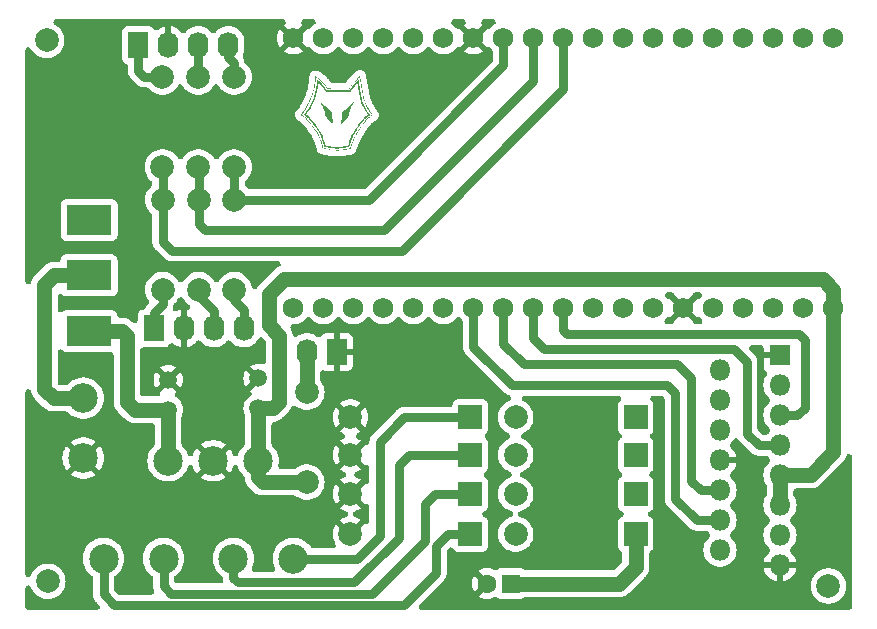
<source format=gbr>
%TF.GenerationSoftware,KiCad,Pcbnew,7.0.1*%
%TF.CreationDate,2023-05-16T08:56:38-03:00*%
%TF.ProjectId,fulbo,66756c62-6f2e-46b6-9963-61645f706362,rev?*%
%TF.SameCoordinates,Original*%
%TF.FileFunction,Copper,L2,Bot*%
%TF.FilePolarity,Positive*%
%FSLAX46Y46*%
G04 Gerber Fmt 4.6, Leading zero omitted, Abs format (unit mm)*
G04 Created by KiCad (PCBNEW 7.0.1) date 2023-05-16 08:56:38*
%MOMM*%
%LPD*%
G01*
G04 APERTURE LIST*
%TA.AperFunction,ComponentPad*%
%ADD10C,1.998980*%
%TD*%
%TA.AperFunction,ComponentPad*%
%ADD11C,1.750000*%
%TD*%
%TA.AperFunction,ComponentPad*%
%ADD12R,1.998980X1.998980*%
%TD*%
%TA.AperFunction,ComponentPad*%
%ADD13R,1.750000X2.200000*%
%TD*%
%TA.AperFunction,ComponentPad*%
%ADD14O,1.750000X2.200000*%
%TD*%
%TA.AperFunction,ComponentPad*%
%ADD15C,2.499360*%
%TD*%
%TA.AperFunction,ComponentPad*%
%ADD16R,3.810000X2.540000*%
%TD*%
%TA.AperFunction,ComponentPad*%
%ADD17C,2.500000*%
%TD*%
%TA.AperFunction,ComponentPad*%
%ADD18C,1.501140*%
%TD*%
%TA.AperFunction,ComponentPad*%
%ADD19R,1.600000X1.600000*%
%TD*%
%TA.AperFunction,ComponentPad*%
%ADD20C,1.600000*%
%TD*%
%TA.AperFunction,ComponentPad*%
%ADD21R,1.800000X1.800000*%
%TD*%
%TA.AperFunction,ComponentPad*%
%ADD22O,1.800000X1.800000*%
%TD*%
%TA.AperFunction,ComponentPad*%
%ADD23R,1.750000X2.199640*%
%TD*%
%TA.AperFunction,ComponentPad*%
%ADD24O,1.750000X2.199640*%
%TD*%
%TA.AperFunction,ViaPad*%
%ADD25C,2.000000*%
%TD*%
%TA.AperFunction,Conductor*%
%ADD26C,1.250000*%
%TD*%
%TA.AperFunction,Conductor*%
%ADD27C,0.750000*%
%TD*%
G04 APERTURE END LIST*
%TA.AperFunction,EtchedComponent*%
%TO.C,G\u002A\u002A\u002A*%
G36*
X64998760Y-37020104D02*
G01*
X65004515Y-37021461D01*
X65013421Y-37026349D01*
X65027252Y-37036301D01*
X65047780Y-37052849D01*
X65076778Y-37077526D01*
X65116018Y-37111861D01*
X65167272Y-37157389D01*
X65232314Y-37215639D01*
X65312916Y-37288145D01*
X65410851Y-37376438D01*
X65438497Y-37401233D01*
X65517665Y-37471133D01*
X65604590Y-37546642D01*
X65690510Y-37620183D01*
X65766664Y-37684179D01*
X65813661Y-37723836D01*
X65869582Y-37773135D01*
X65913559Y-37814519D01*
X65942801Y-37845332D01*
X65954518Y-37862919D01*
X65955179Y-37866849D01*
X65958541Y-37895553D01*
X65963063Y-37942850D01*
X65968236Y-38003162D01*
X65973548Y-38070914D01*
X65982854Y-38187420D01*
X65996659Y-38343999D01*
X66013837Y-38525533D01*
X66034359Y-38731701D01*
X66037565Y-38774912D01*
X66034308Y-38803104D01*
X66020748Y-38810500D01*
X65993781Y-38798452D01*
X65950304Y-38768312D01*
X65916934Y-38741016D01*
X65867685Y-38696053D01*
X65809051Y-38639350D01*
X65744949Y-38574970D01*
X65679297Y-38506974D01*
X65616013Y-38439428D01*
X65559016Y-38376393D01*
X65512223Y-38321933D01*
X65479551Y-38280111D01*
X65436979Y-38215634D01*
X65404471Y-38152551D01*
X65381787Y-38086549D01*
X65366346Y-38010033D01*
X65355566Y-37915408D01*
X65350609Y-37863781D01*
X65343347Y-37799703D01*
X65335987Y-37745275D01*
X65329540Y-37708529D01*
X65324183Y-37689853D01*
X65305478Y-37641089D01*
X65277519Y-37578250D01*
X65242876Y-37506573D01*
X65204120Y-37431292D01*
X65163819Y-37357644D01*
X65124543Y-37290863D01*
X65110631Y-37268123D01*
X65058733Y-37180151D01*
X65021343Y-37110869D01*
X64998691Y-37060772D01*
X64991006Y-37030352D01*
X64998517Y-37020102D01*
X64998760Y-37020104D01*
G37*
%TD.AperFunction*%
%TA.AperFunction,EtchedComponent*%
G36*
X67795088Y-37033447D02*
G01*
X67805381Y-37037867D01*
X67800464Y-37056102D01*
X67783059Y-37095007D01*
X67754607Y-37149911D01*
X67716702Y-37217757D01*
X67670939Y-37295491D01*
X67664462Y-37306260D01*
X67602117Y-37411774D01*
X67552498Y-37500541D01*
X67513988Y-37576756D01*
X67484970Y-37644611D01*
X67463827Y-37708299D01*
X67448939Y-37772014D01*
X67438691Y-37839949D01*
X67431464Y-37916298D01*
X67428080Y-37955603D01*
X67418126Y-38033262D01*
X67403084Y-38103270D01*
X67381137Y-38168673D01*
X67350466Y-38232518D01*
X67309254Y-38297851D01*
X67255682Y-38367719D01*
X67187934Y-38445169D01*
X67104191Y-38533247D01*
X67002635Y-38635000D01*
X66949708Y-38686977D01*
X66890808Y-38744176D01*
X66839914Y-38792893D01*
X66799592Y-38830699D01*
X66772408Y-38855164D01*
X66760926Y-38863858D01*
X66755220Y-38861666D01*
X66747431Y-38844015D01*
X66744161Y-38807345D01*
X66745413Y-38750066D01*
X66751189Y-38670585D01*
X66761494Y-38567310D01*
X66763980Y-38544003D01*
X66770509Y-38480067D01*
X66777973Y-38404080D01*
X66785988Y-38320233D01*
X66794175Y-38232718D01*
X66802149Y-38145725D01*
X66809531Y-38063443D01*
X66815936Y-37990065D01*
X66820985Y-37929780D01*
X66824294Y-37886779D01*
X66825482Y-37865252D01*
X66833477Y-37857361D01*
X66858414Y-37835475D01*
X66897212Y-37802341D01*
X66946726Y-37760645D01*
X67003807Y-37713070D01*
X67041088Y-37681898D01*
X67120871Y-37614058D01*
X67207080Y-37539583D01*
X67291561Y-37465540D01*
X67366160Y-37398996D01*
X67446358Y-37326631D01*
X67532358Y-37249200D01*
X67602362Y-37186452D01*
X67658093Y-37136898D01*
X67701274Y-37099047D01*
X67733630Y-37071409D01*
X67756883Y-37052494D01*
X67772757Y-37040812D01*
X67782976Y-37034872D01*
X67789264Y-37033185D01*
X67795088Y-37033447D01*
G37*
%TD.AperFunction*%
%TA.AperFunction,EtchedComponent*%
G36*
X69178913Y-38083423D02*
G01*
X69183147Y-38087997D01*
X69202829Y-38110662D01*
X69210761Y-38122261D01*
X69210760Y-38122286D01*
X69200149Y-38130571D01*
X69171722Y-38149249D01*
X69129774Y-38175573D01*
X69078604Y-38206794D01*
X69058514Y-38218973D01*
X68943190Y-38292509D01*
X68847758Y-38360654D01*
X68768431Y-38426276D01*
X68701420Y-38492241D01*
X68654806Y-38545529D01*
X68592303Y-38622735D01*
X68520961Y-38715451D01*
X68443190Y-38820246D01*
X68361399Y-38933688D01*
X68277998Y-39052345D01*
X68195396Y-39172783D01*
X68116003Y-39291572D01*
X68042227Y-39405280D01*
X67976478Y-39510473D01*
X67921165Y-39603720D01*
X67909275Y-39624718D01*
X67830190Y-39775338D01*
X67748657Y-39949375D01*
X67664447Y-40147366D01*
X67577329Y-40369849D01*
X67487074Y-40617361D01*
X67482766Y-40629502D01*
X67461111Y-40688883D01*
X67442049Y-40738572D01*
X67427508Y-40773671D01*
X67419416Y-40789279D01*
X67400256Y-40798751D01*
X67359305Y-40811895D01*
X67300503Y-40827750D01*
X67227663Y-40845480D01*
X67144601Y-40864252D01*
X67055130Y-40883232D01*
X66963064Y-40901585D01*
X66872218Y-40918478D01*
X66786406Y-40933076D01*
X66709441Y-40944544D01*
X66688479Y-40947211D01*
X66569294Y-40957648D01*
X66436018Y-40962830D01*
X66297981Y-40962731D01*
X66164513Y-40957320D01*
X66044941Y-40946570D01*
X66040705Y-40946043D01*
X65977372Y-40937119D01*
X65896231Y-40924255D01*
X65804163Y-40908619D01*
X65708045Y-40891375D01*
X65614758Y-40873688D01*
X65539033Y-40858642D01*
X65456272Y-40841080D01*
X65394020Y-40825777D01*
X65349441Y-40811587D01*
X65319698Y-40797367D01*
X65301956Y-40781970D01*
X65293378Y-40764254D01*
X65291126Y-40743071D01*
X65291092Y-40741334D01*
X65286566Y-40709293D01*
X65275173Y-40656965D01*
X65257984Y-40588224D01*
X65236072Y-40506942D01*
X65210507Y-40416991D01*
X65182361Y-40322245D01*
X65152704Y-40226577D01*
X65122608Y-40133858D01*
X65112695Y-40104425D01*
X65070682Y-39987260D01*
X65025853Y-39875376D01*
X64976731Y-39766358D01*
X64921843Y-39657788D01*
X64859714Y-39547250D01*
X64788871Y-39432328D01*
X64707839Y-39310605D01*
X64615144Y-39179664D01*
X64509311Y-39037089D01*
X64388866Y-38880464D01*
X64252334Y-38707372D01*
X64250266Y-38704775D01*
X64168065Y-38602631D01*
X64097919Y-38518164D01*
X64036765Y-38448285D01*
X63981536Y-38389905D01*
X63929171Y-38339934D01*
X63876604Y-38295284D01*
X63820771Y-38252864D01*
X63758609Y-38209585D01*
X63738707Y-38196216D01*
X63684343Y-38160234D01*
X63638158Y-38130428D01*
X63604522Y-38109589D01*
X63587806Y-38100509D01*
X63586677Y-38100028D01*
X63585655Y-38087697D01*
X63596239Y-38071382D01*
X63772363Y-38071382D01*
X63776804Y-38074641D01*
X63798810Y-38089538D01*
X63834685Y-38113305D01*
X63879484Y-38142652D01*
X63902201Y-38157842D01*
X63955234Y-38196862D01*
X64007685Y-38241361D01*
X64062664Y-38294441D01*
X64123283Y-38359208D01*
X64192651Y-38438763D01*
X64273878Y-38536212D01*
X64289593Y-38555402D01*
X64400168Y-38693066D01*
X64509807Y-38833923D01*
X64616193Y-38974766D01*
X64717010Y-39112390D01*
X64809941Y-39243587D01*
X64892670Y-39365151D01*
X64962879Y-39473873D01*
X65018251Y-39566549D01*
X65050983Y-39627560D01*
X65115464Y-39764782D01*
X65179808Y-39923549D01*
X65242993Y-40101081D01*
X65303999Y-40294598D01*
X65361803Y-40501320D01*
X65370100Y-40532163D01*
X65388392Y-40595562D01*
X65405276Y-40648298D01*
X65419164Y-40685581D01*
X65428469Y-40702617D01*
X65441001Y-40707980D01*
X65476578Y-40717925D01*
X65530310Y-40730583D01*
X65598109Y-40745136D01*
X65675882Y-40760768D01*
X65759542Y-40776662D01*
X65844996Y-40792001D01*
X65928156Y-40805968D01*
X66004931Y-40817747D01*
X66021194Y-40819954D01*
X66090695Y-40827386D01*
X66172736Y-40833834D01*
X66260953Y-40839020D01*
X66348980Y-40842665D01*
X66430452Y-40844489D01*
X66499005Y-40844214D01*
X66548274Y-40841561D01*
X66587486Y-40836950D01*
X66659436Y-40826876D01*
X66742335Y-40813831D01*
X66832136Y-40798586D01*
X66924792Y-40781915D01*
X67016255Y-40764592D01*
X67102478Y-40747389D01*
X67179414Y-40731081D01*
X67243015Y-40716440D01*
X67289234Y-40704239D01*
X67314024Y-40695253D01*
X67316784Y-40692625D01*
X67329741Y-40670173D01*
X67348121Y-40629539D01*
X67369888Y-40575438D01*
X67393001Y-40512584D01*
X67441669Y-40377341D01*
X67524082Y-40162946D01*
X67608964Y-39961802D01*
X67698418Y-39770115D01*
X67794545Y-39584087D01*
X67899449Y-39399924D01*
X68015230Y-39213829D01*
X68143992Y-39022005D01*
X68287837Y-38820658D01*
X68448867Y-38605990D01*
X68513742Y-38523088D01*
X68583972Y-38439471D01*
X68649854Y-38369467D01*
X68716183Y-38308376D01*
X68787757Y-38251502D01*
X68869372Y-38194146D01*
X68880577Y-38186580D01*
X68931443Y-38150800D01*
X68972505Y-38119594D01*
X68999805Y-38096091D01*
X69009384Y-38083423D01*
X69001747Y-38067288D01*
X68982011Y-38034916D01*
X68953174Y-37991027D01*
X68918233Y-37940326D01*
X68892655Y-37903510D01*
X68762031Y-37699546D01*
X68641797Y-37485056D01*
X68536018Y-37267700D01*
X68448756Y-37055139D01*
X68430619Y-37000711D01*
X68404454Y-36906629D01*
X68376110Y-36788628D01*
X68345783Y-36647704D01*
X68313665Y-36484851D01*
X68279953Y-36301065D01*
X68244839Y-36097341D01*
X68208520Y-35874675D01*
X68171188Y-35634061D01*
X68160378Y-35563859D01*
X68149907Y-35498164D01*
X68141140Y-35445568D01*
X68134767Y-35410208D01*
X68131479Y-35396221D01*
X68122648Y-35401194D01*
X68099022Y-35421088D01*
X68064505Y-35452793D01*
X68022905Y-35492921D01*
X68005091Y-35511047D01*
X67950375Y-35571590D01*
X67884669Y-35649890D01*
X67810174Y-35743159D01*
X67729087Y-35848610D01*
X67643607Y-35963455D01*
X67555935Y-36084905D01*
X67493444Y-36172801D01*
X67072433Y-36164588D01*
X67058717Y-36164322D01*
X66946360Y-36162263D01*
X66814798Y-36160019D01*
X66669811Y-36157680D01*
X66517179Y-36155335D01*
X66362683Y-36153072D01*
X66212103Y-36150981D01*
X66071218Y-36149151D01*
X65979645Y-36147946D01*
X65864172Y-36146236D01*
X65758069Y-36144451D01*
X65664070Y-36142649D01*
X65584913Y-36140886D01*
X65523332Y-36139220D01*
X65482064Y-36137708D01*
X65463846Y-36136409D01*
X65453305Y-36130946D01*
X65428525Y-36104759D01*
X65394571Y-36056588D01*
X65350835Y-35985623D01*
X65315666Y-35927671D01*
X65273370Y-35861044D01*
X65233077Y-35800384D01*
X65200141Y-35753925D01*
X65197740Y-35750777D01*
X65171641Y-35719612D01*
X65134363Y-35678487D01*
X65089111Y-35630592D01*
X65039094Y-35579122D01*
X64987518Y-35527267D01*
X64937589Y-35478221D01*
X64892514Y-35435176D01*
X64855501Y-35401324D01*
X64829755Y-35379858D01*
X64818484Y-35373970D01*
X64816359Y-35382204D01*
X64810399Y-35412805D01*
X64801388Y-35462684D01*
X64789941Y-35528353D01*
X64776673Y-35606323D01*
X64762200Y-35693108D01*
X64740339Y-35822140D01*
X64704701Y-36016427D01*
X64668377Y-36191787D01*
X64630063Y-36352461D01*
X64588456Y-36502693D01*
X64542254Y-36646726D01*
X64490152Y-36788804D01*
X64430850Y-36933170D01*
X64363042Y-37084066D01*
X64285427Y-37245736D01*
X64226594Y-37363088D01*
X64159281Y-37490620D01*
X64095121Y-37603463D01*
X64030958Y-37706888D01*
X63963639Y-37806165D01*
X63890009Y-37906568D01*
X63864873Y-37939948D01*
X63827115Y-37990981D01*
X63797411Y-38032280D01*
X63778310Y-38060271D01*
X63772363Y-38071382D01*
X63596239Y-38071382D01*
X63603122Y-38060771D01*
X63639706Y-38018253D01*
X63656969Y-37999045D01*
X63728810Y-37913199D01*
X63805464Y-37813699D01*
X63881538Y-37707976D01*
X63951637Y-37603462D01*
X64010366Y-37507589D01*
X64071848Y-37396997D01*
X64162140Y-37221646D01*
X64248964Y-37038318D01*
X64329167Y-36854047D01*
X64399597Y-36675867D01*
X64457101Y-36510813D01*
X64475645Y-36450113D01*
X64513658Y-36309125D01*
X64551274Y-36148515D01*
X64587710Y-35972414D01*
X64622186Y-35784951D01*
X64653919Y-35590255D01*
X64682127Y-35392457D01*
X64706030Y-35195686D01*
X64707181Y-35186426D01*
X64714009Y-35150515D01*
X64721978Y-35127662D01*
X64729737Y-35127899D01*
X64751668Y-35142168D01*
X64788146Y-35172322D01*
X64839976Y-35219063D01*
X64907958Y-35283094D01*
X64992896Y-35365121D01*
X65077659Y-35448342D01*
X65154636Y-35525925D01*
X65218337Y-35593178D01*
X65271821Y-35653734D01*
X65318144Y-35711223D01*
X65360367Y-35769276D01*
X65401546Y-35831525D01*
X65444741Y-35901599D01*
X65512585Y-36014417D01*
X65598500Y-36015533D01*
X65607607Y-36015665D01*
X65645738Y-36016286D01*
X65706212Y-36017321D01*
X65786643Y-36018728D01*
X65884646Y-36020462D01*
X65997834Y-36022483D01*
X66123821Y-36024747D01*
X66260222Y-36027212D01*
X66404651Y-36029835D01*
X66554721Y-36032574D01*
X66600455Y-36033409D01*
X66765710Y-36036381D01*
X66907490Y-36038816D01*
X67027636Y-36040701D01*
X67127991Y-36042026D01*
X67210396Y-36042777D01*
X67276690Y-36042943D01*
X67328717Y-36042511D01*
X67368318Y-36041469D01*
X67397333Y-36039806D01*
X67417604Y-36037508D01*
X67430972Y-36034563D01*
X67439279Y-36030960D01*
X67444365Y-36026686D01*
X67457244Y-36010358D01*
X67482646Y-35976484D01*
X67517636Y-35929006D01*
X67559459Y-35871661D01*
X67605362Y-35808187D01*
X67643363Y-35755979D01*
X67696359Y-35684712D01*
X67747601Y-35617371D01*
X67792724Y-35559674D01*
X67827362Y-35517339D01*
X67839490Y-35503627D01*
X67875370Y-35465802D01*
X67921495Y-35419565D01*
X67974300Y-35368243D01*
X68030222Y-35315163D01*
X68085697Y-35263651D01*
X68137160Y-35217034D01*
X68181048Y-35178638D01*
X68213796Y-35151789D01*
X68231841Y-35139814D01*
X68237781Y-35148923D01*
X68242105Y-35177564D01*
X68243756Y-35219479D01*
X68243767Y-35222742D01*
X68244729Y-35252007D01*
X68247449Y-35288367D01*
X68252219Y-35333859D01*
X68259334Y-35390516D01*
X68269087Y-35460374D01*
X68281770Y-35545466D01*
X68297679Y-35647829D01*
X68317106Y-35769496D01*
X68340344Y-35912503D01*
X68367687Y-36078884D01*
X68395580Y-36246130D01*
X68421908Y-36398865D01*
X68446055Y-36531661D01*
X68468774Y-36647375D01*
X68490817Y-36748863D01*
X68512935Y-36838982D01*
X68535881Y-36920590D01*
X68560407Y-36996544D01*
X68587265Y-37069700D01*
X68617206Y-37142916D01*
X68650982Y-37219048D01*
X68689347Y-37300953D01*
X68693181Y-37308956D01*
X68746394Y-37414460D01*
X68806876Y-37525722D01*
X68872030Y-37638580D01*
X68939256Y-37748876D01*
X69005954Y-37852450D01*
X69069527Y-37945143D01*
X69127375Y-38022796D01*
X69176900Y-38081248D01*
X69178913Y-38083423D01*
G37*
%TD.AperFunction*%
%TA.AperFunction,EtchedComponent*%
G36*
X69416012Y-38104225D02*
G01*
X69422721Y-38114441D01*
X69429949Y-38127905D01*
X69429949Y-38127926D01*
X69419445Y-38138232D01*
X69391038Y-38158623D01*
X69349047Y-38186158D01*
X69297792Y-38217895D01*
X69223504Y-38264540D01*
X69072433Y-38373480D01*
X68941706Y-38489832D01*
X68827663Y-38616699D01*
X68747004Y-38719380D01*
X68646505Y-38852673D01*
X68543409Y-38994589D01*
X68440099Y-39141568D01*
X68338955Y-39290050D01*
X68242358Y-39436474D01*
X68152690Y-39577282D01*
X68072329Y-39708912D01*
X68003659Y-39827805D01*
X67949060Y-39930401D01*
X67945833Y-39936863D01*
X67910069Y-40011387D01*
X67869432Y-40100471D01*
X67825474Y-40200312D01*
X67779751Y-40307105D01*
X67733816Y-40417047D01*
X67689223Y-40526334D01*
X67647526Y-40631162D01*
X67610279Y-40727727D01*
X67579036Y-40812226D01*
X67555350Y-40880855D01*
X67540777Y-40929810D01*
X67534398Y-40950042D01*
X67518236Y-40973969D01*
X67489425Y-40990134D01*
X67441431Y-41003376D01*
X67431568Y-41005484D01*
X67384010Y-41014447D01*
X67317263Y-41025893D01*
X67236217Y-41039079D01*
X67145760Y-41053256D01*
X67050779Y-41067680D01*
X66956165Y-41081605D01*
X66866803Y-41094285D01*
X66787584Y-41104975D01*
X66723396Y-41112927D01*
X66643340Y-41121048D01*
X66450777Y-41131597D01*
X66252705Y-41129554D01*
X66045897Y-41114633D01*
X65827130Y-41086546D01*
X65593176Y-41045005D01*
X65340810Y-40989724D01*
X65177712Y-40951070D01*
X65169427Y-40906912D01*
X65169220Y-40905815D01*
X65158177Y-40856205D01*
X65140586Y-40787362D01*
X65117910Y-40704401D01*
X65091612Y-40612439D01*
X65063153Y-40516592D01*
X65033996Y-40421975D01*
X65005602Y-40333706D01*
X64987001Y-40278132D01*
X64940347Y-40146620D01*
X64892865Y-40025839D01*
X64842503Y-39912051D01*
X64787209Y-39801517D01*
X64724931Y-39690501D01*
X64653616Y-39575264D01*
X64571212Y-39452069D01*
X64475666Y-39317178D01*
X64364928Y-39166853D01*
X64264920Y-39034466D01*
X64162272Y-38901607D01*
X64063502Y-38776776D01*
X63970173Y-38661842D01*
X63883849Y-38558670D01*
X63806094Y-38469130D01*
X63738471Y-38395088D01*
X63682544Y-38338411D01*
X63639876Y-38300967D01*
X63603409Y-38274461D01*
X63531418Y-38226564D01*
X63440256Y-38169832D01*
X63332301Y-38105773D01*
X63330252Y-38104271D01*
X63328026Y-38093263D01*
X63334012Y-38081234D01*
X63398072Y-38081234D01*
X63509772Y-38151192D01*
X63522210Y-38159004D01*
X63579812Y-38196053D01*
X63630679Y-38231010D01*
X63677318Y-38266368D01*
X63722235Y-38304623D01*
X63767937Y-38348269D01*
X63816930Y-38399802D01*
X63871721Y-38461717D01*
X63934815Y-38536509D01*
X64008719Y-38626672D01*
X64095940Y-38734702D01*
X64229124Y-38902730D01*
X64357932Y-39070214D01*
X64476859Y-39230070D01*
X64584325Y-39380088D01*
X64678748Y-39518061D01*
X64758548Y-39641780D01*
X64822144Y-39749035D01*
X64834716Y-39772146D01*
X64882650Y-39870154D01*
X64933594Y-39988140D01*
X64986031Y-40121937D01*
X65038439Y-40267373D01*
X65089299Y-40420280D01*
X65137093Y-40576488D01*
X65180300Y-40731827D01*
X65185475Y-40751363D01*
X65202042Y-40812207D01*
X65216358Y-40862310D01*
X65227038Y-40896926D01*
X65232697Y-40911310D01*
X65233598Y-40912007D01*
X65253560Y-40919330D01*
X65294444Y-40930190D01*
X65352326Y-40943786D01*
X65423279Y-40959316D01*
X65503376Y-40975979D01*
X65588691Y-40992974D01*
X65675297Y-41009499D01*
X65759269Y-41024754D01*
X65836680Y-41037935D01*
X65903604Y-41048243D01*
X66044741Y-41066374D01*
X66202089Y-41081142D01*
X66340793Y-41087698D01*
X66458020Y-41085848D01*
X66513557Y-41081919D01*
X66594455Y-41074564D01*
X66686237Y-41064862D01*
X66785583Y-41053284D01*
X66889173Y-41040299D01*
X66993688Y-41026377D01*
X67095809Y-41011988D01*
X67192215Y-40997604D01*
X67279588Y-40983693D01*
X67354607Y-40970727D01*
X67413953Y-40959174D01*
X67454307Y-40949506D01*
X67472348Y-40942192D01*
X67473655Y-40940210D01*
X67483092Y-40919257D01*
X67498738Y-40880043D01*
X67518756Y-40827268D01*
X67541310Y-40765635D01*
X67577418Y-40667168D01*
X67651976Y-40474278D01*
X67729466Y-40286500D01*
X67808102Y-40107828D01*
X67886097Y-39942256D01*
X67961665Y-39793776D01*
X68033020Y-39666381D01*
X68048882Y-39639941D01*
X68108520Y-39543871D01*
X68177104Y-39437602D01*
X68252560Y-39324040D01*
X68332816Y-39206088D01*
X68415799Y-39086650D01*
X68499437Y-38968632D01*
X68581657Y-38854937D01*
X68660387Y-38748470D01*
X68733553Y-38652135D01*
X68799083Y-38568837D01*
X68854906Y-38501479D01*
X68898947Y-38452966D01*
X68943494Y-38410448D01*
X69035132Y-38334114D01*
X69143971Y-38254558D01*
X69265558Y-38175156D01*
X69288075Y-38160998D01*
X69327792Y-38134672D01*
X69355238Y-38114582D01*
X69365482Y-38104225D01*
X69364261Y-38100807D01*
X69350341Y-38082565D01*
X69325883Y-38057210D01*
X69307556Y-38037262D01*
X69272104Y-37992002D01*
X69228258Y-37930694D01*
X69178515Y-37857139D01*
X69125374Y-37775140D01*
X69071334Y-37688499D01*
X69018894Y-37601018D01*
X68970551Y-37516498D01*
X68851759Y-37289279D01*
X68748446Y-37059549D01*
X68668225Y-36840924D01*
X68611053Y-36633300D01*
X68602301Y-36593067D01*
X68586879Y-36517552D01*
X68569064Y-36426156D01*
X68549515Y-36322624D01*
X68528894Y-36210701D01*
X68507861Y-36094135D01*
X68487078Y-35976670D01*
X68467203Y-35862053D01*
X68448899Y-35754029D01*
X68432826Y-35656343D01*
X68419644Y-35572742D01*
X68410014Y-35506972D01*
X68404598Y-35462778D01*
X68404349Y-35460318D01*
X68398548Y-35419657D01*
X68388347Y-35361863D01*
X68375111Y-35294280D01*
X68360209Y-35224250D01*
X68358896Y-35218323D01*
X68343889Y-35148251D01*
X68330387Y-35081315D01*
X68319824Y-35024844D01*
X68313634Y-34986168D01*
X68309690Y-34959800D01*
X68303378Y-34930053D01*
X68298083Y-34918478D01*
X68285544Y-34925529D01*
X68258534Y-34944458D01*
X68223053Y-34971103D01*
X68200073Y-34989594D01*
X68131901Y-35050875D01*
X68052792Y-35129543D01*
X67965264Y-35222734D01*
X67871835Y-35327578D01*
X67775025Y-35441209D01*
X67677352Y-35560760D01*
X67581335Y-35683364D01*
X67489492Y-35806154D01*
X67373452Y-35965275D01*
X67057563Y-35957682D01*
X66994455Y-35956245D01*
X66889788Y-35954077D01*
X66769094Y-35951769D01*
X66638014Y-35949420D01*
X66502184Y-35947131D01*
X66367244Y-35945002D01*
X66238832Y-35943134D01*
X66224260Y-35942930D01*
X66109644Y-35941155D01*
X66000479Y-35939177D01*
X65900153Y-35937079D01*
X65812056Y-35934941D01*
X65739578Y-35932845D01*
X65686106Y-35930872D01*
X65655031Y-35929104D01*
X65574072Y-35922030D01*
X65527686Y-35829619D01*
X65493661Y-35765427D01*
X65454009Y-35699904D01*
X65408980Y-35635755D01*
X65355688Y-35569404D01*
X65291246Y-35497276D01*
X65212767Y-35415794D01*
X65117362Y-35321381D01*
X65095901Y-35300543D01*
X65008896Y-35217594D01*
X64935766Y-35150853D01*
X64873721Y-35097919D01*
X64819973Y-35056391D01*
X64771734Y-35023869D01*
X64741122Y-35005214D01*
X64694092Y-34977935D01*
X64656498Y-34957813D01*
X64634476Y-34948228D01*
X64627910Y-34946722D01*
X64614710Y-34948431D01*
X64609031Y-34964105D01*
X64607817Y-34999636D01*
X64607323Y-35014997D01*
X64602776Y-35066280D01*
X64593977Y-35137456D01*
X64581548Y-35224798D01*
X64566110Y-35324578D01*
X64548285Y-35433070D01*
X64528694Y-35546545D01*
X64507958Y-35661276D01*
X64486699Y-35773537D01*
X64465537Y-35879599D01*
X64445096Y-35975736D01*
X64443428Y-35983260D01*
X64395955Y-36179112D01*
X64342138Y-36365784D01*
X64279879Y-36549018D01*
X64207081Y-36734558D01*
X64121646Y-36928147D01*
X64021475Y-37135527D01*
X63953792Y-37267659D01*
X63865364Y-37429613D01*
X63778322Y-37575446D01*
X63689476Y-37710184D01*
X63595630Y-37838853D01*
X63493593Y-37966480D01*
X63398072Y-38081234D01*
X63334012Y-38081234D01*
X63338199Y-38072820D01*
X63362639Y-38039934D01*
X63403214Y-37991596D01*
X63442604Y-37945442D01*
X63539407Y-37826380D01*
X63627158Y-37708776D01*
X63709264Y-37587436D01*
X63789134Y-37457162D01*
X63870175Y-37312761D01*
X63955793Y-37149036D01*
X64023134Y-37013465D01*
X64121786Y-36799773D01*
X64205478Y-36596245D01*
X64276133Y-36397723D01*
X64335674Y-36199049D01*
X64386024Y-35995064D01*
X64401628Y-35924710D01*
X64420040Y-35840381D01*
X64433924Y-35774457D01*
X64444051Y-35722948D01*
X64451194Y-35681868D01*
X64456126Y-35647229D01*
X64459617Y-35615043D01*
X64460417Y-35607803D01*
X64465479Y-35571605D01*
X64473823Y-35518025D01*
X64484499Y-35453043D01*
X64496555Y-35382640D01*
X64506190Y-35326872D01*
X64525606Y-35209832D01*
X64541585Y-35106626D01*
X64553818Y-35019545D01*
X64561994Y-34950885D01*
X64565801Y-34902936D01*
X64564930Y-34877995D01*
X64562726Y-34864296D01*
X64566300Y-34854011D01*
X64584114Y-34860537D01*
X64618716Y-34878464D01*
X64665211Y-34904868D01*
X64718791Y-34936824D01*
X64774646Y-34971406D01*
X64827968Y-35005692D01*
X64873947Y-35036756D01*
X64907774Y-35061673D01*
X64937497Y-35086518D01*
X64990509Y-35133970D01*
X65052791Y-35192328D01*
X65120815Y-35258044D01*
X65191049Y-35327574D01*
X65259963Y-35397369D01*
X65324028Y-35463883D01*
X65379714Y-35523570D01*
X65423490Y-35572882D01*
X65451827Y-35608274D01*
X65454179Y-35611592D01*
X65488888Y-35663717D01*
X65526863Y-35725225D01*
X65560295Y-35783502D01*
X65613576Y-35881369D01*
X66100265Y-35889982D01*
X66162652Y-35891098D01*
X66300184Y-35893627D01*
X66445292Y-35896372D01*
X66591304Y-35899206D01*
X66731548Y-35901997D01*
X66859353Y-35904614D01*
X66968047Y-35906928D01*
X67349139Y-35915261D01*
X67418193Y-35819788D01*
X67463933Y-35757535D01*
X67546580Y-35648942D01*
X67635197Y-35536593D01*
X67726330Y-35424638D01*
X67816527Y-35317231D01*
X67902335Y-35218521D01*
X67980301Y-35132661D01*
X68046971Y-35063803D01*
X68062741Y-35048630D01*
X68103774Y-35011162D01*
X68151141Y-34969853D01*
X68200581Y-34928203D01*
X68247828Y-34889714D01*
X68288622Y-34857887D01*
X68318699Y-34836223D01*
X68333795Y-34828224D01*
X68338223Y-34829861D01*
X68349041Y-34849605D01*
X68356646Y-34887034D01*
X68359621Y-34936222D01*
X68361787Y-34967241D01*
X68368895Y-35014860D01*
X68381413Y-35080087D01*
X68399807Y-35165341D01*
X68424545Y-35273046D01*
X68427923Y-35289070D01*
X68435977Y-35332229D01*
X68446375Y-35391755D01*
X68458141Y-35462011D01*
X68470299Y-35537361D01*
X68501547Y-35732459D01*
X68536606Y-35944750D01*
X68569099Y-36133578D01*
X68599256Y-36300117D01*
X68627303Y-36445542D01*
X68653468Y-36571028D01*
X68677980Y-36677748D01*
X68701066Y-36766879D01*
X68722954Y-36839594D01*
X68725791Y-36848158D01*
X68791756Y-37025108D01*
X68874467Y-37212724D01*
X68970993Y-37405458D01*
X69078406Y-37597765D01*
X69193777Y-37784098D01*
X69314174Y-37958910D01*
X69335436Y-37988240D01*
X69372822Y-38040752D01*
X69402798Y-38084104D01*
X69416012Y-38104225D01*
G37*
%TD.AperFunction*%
%TD*%
D10*
%TO.P,R4,1*%
%TO.N,/pin_Blue*%
X57700000Y-45290000D03*
%TO.P,R4,2*%
%TO.N,/Blue_2*%
X57700000Y-52910000D03*
%TD*%
D11*
%TO.P,U1,1,3V3*%
%TO.N,unconnected-(U1-3V3-Pad1)*%
X62700000Y-54460000D03*
%TO.P,U1,2,EN*%
%TO.N,unconnected-(U1-EN-Pad2)*%
X65240000Y-54460000D03*
%TO.P,U1,3,SVP*%
%TO.N,unconnected-(U1-SVP-Pad3)*%
X67780000Y-54460000D03*
%TO.P,U1,4,SVN*%
%TO.N,unconnected-(U1-SVN-Pad4)*%
X70320000Y-54460000D03*
%TO.P,U1,5,IO34*%
%TO.N,unconnected-(U1-IO34-Pad5)*%
X72860000Y-54460000D03*
%TO.P,U1,6,IO35*%
%TO.N,unconnected-(U1-IO35-Pad6)*%
X75400000Y-54460000D03*
%TO.P,U1,7,IO32*%
%TO.N,/IN4*%
X77940000Y-54460000D03*
%TO.P,U1,8,IO33*%
%TO.N,/IN3*%
X80480000Y-54460000D03*
%TO.P,U1,9,IO25*%
%TO.N,/IN2*%
X83020000Y-54460000D03*
%TO.P,U1,10,IO26*%
%TO.N,/IN1*%
X85560000Y-54460000D03*
%TO.P,U1,11,IO27*%
%TO.N,unconnected-(U1-IO27-Pad11)*%
X88100000Y-54460000D03*
%TO.P,U1,12,IO14*%
%TO.N,unconnected-(U1-IO14-Pad12)*%
X90640000Y-54460000D03*
%TO.P,U1,13,IO12*%
%TO.N,unconnected-(U1-IO12-Pad13)*%
X93180000Y-54460000D03*
%TO.P,U1,14,GND*%
%TO.N,GND*%
X95720000Y-54460000D03*
%TO.P,U1,15,IO13*%
%TO.N,unconnected-(U1-IO13-Pad15)*%
X98260000Y-54460000D03*
%TO.P,U1,16,SD2*%
%TO.N,unconnected-(U1-SD2-Pad16)*%
X100800000Y-54460000D03*
%TO.P,U1,17,SD3*%
%TO.N,unconnected-(U1-SD3-Pad17)*%
X103340000Y-54460000D03*
%TO.P,U1,18,CMD*%
%TO.N,unconnected-(U1-CMD-Pad18)*%
X105880000Y-54460000D03*
%TO.P,U1,19,>vin*%
%TO.N,+5V*%
X108420000Y-54460000D03*
%TO.P,U1,20,CLK*%
%TO.N,unconnected-(U1-CLK-Pad20)*%
X108420000Y-31600000D03*
%TO.P,U1,21,SD0*%
%TO.N,unconnected-(U1-SD0-Pad21)*%
X105880000Y-31600000D03*
%TO.P,U1,22,SD1*%
%TO.N,unconnected-(U1-SD1-Pad22)*%
X103340000Y-31600000D03*
%TO.P,U1,23,IO15*%
%TO.N,unconnected-(U1-IO15-Pad23)*%
X100800000Y-31600000D03*
%TO.P,U1,24,IO02*%
%TO.N,unconnected-(U1-IO02-Pad24)*%
X98260000Y-31600000D03*
%TO.P,U1,25,IO0*%
%TO.N,unconnected-(U1-IO0-Pad25)*%
X95720000Y-31600000D03*
%TO.P,U1,26,IO4*%
%TO.N,unconnected-(U1-IO4-Pad26)*%
X93180000Y-31600000D03*
%TO.P,U1,27,IO16*%
%TO.N,unconnected-(U1-IO16-Pad27)*%
X90640000Y-31600000D03*
%TO.P,U1,28,IO17*%
%TO.N,unconnected-(U1-IO17-Pad28)*%
X88100000Y-31600000D03*
%TO.P,U1,29,IO5*%
%TO.N,/pin_Red*%
X85560000Y-31600000D03*
%TO.P,U1,30,IO18*%
%TO.N,/pin_Green*%
X83020000Y-31600000D03*
%TO.P,U1,31,IO19*%
%TO.N,/pin_Blue*%
X80480000Y-31600000D03*
%TO.P,U1,32,GND*%
%TO.N,GND*%
X77940000Y-31600000D03*
%TO.P,U1,33,IO21*%
%TO.N,unconnected-(U1-IO21-Pad33)*%
X75400000Y-31600000D03*
%TO.P,U1,34,RXD0*%
%TO.N,unconnected-(U1-RXD0-Pad34)*%
X72860000Y-31600000D03*
%TO.P,U1,35,TXD0*%
%TO.N,unconnected-(U1-TXD0-Pad35)*%
X70320000Y-31600000D03*
%TO.P,U1,36,IO22*%
%TO.N,unconnected-(U1-IO22-Pad36)*%
X67780000Y-31600000D03*
%TO.P,U1,37,IO23*%
%TO.N,unconnected-(U1-IO23-Pad37)*%
X65240000Y-31600000D03*
%TO.P,U1,38,GND*%
%TO.N,GND*%
X62700000Y-31600000D03*
%TD*%
D10*
%TO.P,D2,1,A*%
%TO.N,GND*%
X67520000Y-63700000D03*
D12*
%TO.P,D2,2,K*%
%TO.N,Net-(D1-A)*%
X77680000Y-63700000D03*
%TD*%
D10*
%TO.P,hole_2mm,1*%
%TO.N,N/C*%
X41800000Y-31800000D03*
%TD*%
%TO.P,R7,1*%
%TO.N,/pin_Blue*%
X57670000Y-42510000D03*
%TO.P,R7,2*%
%TO.N,/Blue_1*%
X57670000Y-34890000D03*
%TD*%
%TO.P,hole_2mm,1*%
%TO.N,N/C*%
X41900000Y-77600000D03*
%TD*%
D13*
%TO.P,J6,1,Pin_1*%
%TO.N,/Red_2*%
X50880000Y-56200000D03*
D14*
%TO.P,J6,2,Pin_2*%
%TO.N,GND*%
X53420000Y-56200000D03*
%TO.P,J6,3,Pin_3*%
%TO.N,/Green_2*%
X55960000Y-56200000D03*
%TO.P,J6,4,Pin_4*%
%TO.N,/Blue_2*%
X58500000Y-56200000D03*
%TD*%
D15*
%TO.P,U3,1,IN*%
%TO.N,VCC*%
X52090000Y-67400000D03*
%TO.P,U3,2,GND*%
%TO.N,GND*%
X55900000Y-67400000D03*
%TO.P,U3,3,OUT*%
%TO.N,+5V*%
X59710000Y-67400000D03*
%TD*%
D16*
%TO.P,SW1,1,A*%
%TO.N,unconnected-(SW1-A-Pad1)*%
X45400000Y-47000000D03*
%TO.P,SW1,2,B*%
%TO.N,Net-(SW1-B)*%
X45400000Y-51700000D03*
%TO.P,SW1,3,C*%
%TO.N,VCC*%
X45400000Y-56400000D03*
%TD*%
D13*
%TO.P,J4,1,Pin_1*%
%TO.N,/Red_1*%
X49560000Y-32200000D03*
D14*
%TO.P,J4,2,Pin_2*%
%TO.N,GND*%
X52100000Y-32200000D03*
%TO.P,J4,3,Pin_3*%
%TO.N,/Green_1*%
X54640000Y-32200000D03*
%TO.P,J4,4,Pin_4*%
%TO.N,/Blue_1*%
X57180000Y-32200000D03*
%TD*%
D10*
%TO.P,R1,1*%
%TO.N,+5V*%
X63830000Y-69210000D03*
%TO.P,R1,2*%
%TO.N,Net-(D9-A)*%
X63830000Y-61590000D03*
%TD*%
%TO.P,R3,1*%
%TO.N,/pin_Green*%
X54668000Y-45290000D03*
%TO.P,R3,2*%
%TO.N,/Green_2*%
X54668000Y-52910000D03*
%TD*%
D17*
%TO.P,J3,1*%
%TO.N,Net-(SW1-B)*%
X44900000Y-62100000D03*
%TO.P,J3,2*%
%TO.N,GND*%
X44900000Y-67180000D03*
%TD*%
D10*
%TO.P,hole_2mm,1*%
%TO.N,N/C*%
X108000000Y-78000000D03*
%TD*%
D18*
%TO.P,C3,1*%
%TO.N,+5V*%
X59710000Y-62970000D03*
%TO.P,C3,2*%
%TO.N,GND*%
X59710000Y-60430000D03*
%TD*%
D10*
%TO.P,D6,1,A*%
%TO.N,GND*%
X67520000Y-70200000D03*
D12*
%TO.P,D6,2,K*%
%TO.N,Net-(D5-A)*%
X77680000Y-70200000D03*
%TD*%
D19*
%TO.P,C1,1*%
%TO.N,VCC*%
X81100000Y-77800000D03*
D20*
%TO.P,C1,2*%
%TO.N,GND*%
X79100000Y-77800000D03*
%TD*%
D21*
%TO.P,U4,1,SENSE_A*%
%TO.N,GND*%
X103900000Y-58460000D03*
D22*
%TO.P,U4,2,OUT1*%
%TO.N,Net-(D3-A)*%
X98820000Y-59730000D03*
%TO.P,U4,3,OUT2*%
%TO.N,Net-(D1-A)*%
X103900000Y-61000000D03*
%TO.P,U4,4,Vs*%
%TO.N,VCC*%
X98820000Y-62270000D03*
%TO.P,U4,5,IN1*%
%TO.N,/IN1*%
X103900000Y-63540000D03*
%TO.P,U4,6,EnA*%
%TO.N,+5V*%
X98820000Y-64810000D03*
%TO.P,U4,7,IN2*%
%TO.N,/IN2*%
X103900000Y-66080000D03*
%TO.P,U4,8,GND*%
%TO.N,GND*%
X98820000Y-67350000D03*
%TO.P,U4,9,Vss*%
%TO.N,+5V*%
X103900000Y-68620000D03*
%TO.P,U4,10,IN3*%
%TO.N,/IN3*%
X98820000Y-69890000D03*
%TO.P,U4,11,EnB*%
%TO.N,+5V*%
X103900000Y-71160000D03*
%TO.P,U4,12,IN4*%
%TO.N,/IN4*%
X98820000Y-72430000D03*
%TO.P,U4,13,OUT3*%
%TO.N,Net-(D7-A)*%
X103900000Y-73700000D03*
%TO.P,U4,14,OUT4*%
%TO.N,Net-(D5-A)*%
X98820000Y-74970000D03*
%TO.P,U4,15,SENSE_B*%
%TO.N,GND*%
X103900000Y-76240000D03*
%TD*%
D10*
%TO.P,D3,1,A*%
%TO.N,Net-(D3-A)*%
X81520000Y-66900000D03*
D12*
%TO.P,D3,2,K*%
%TO.N,VCC*%
X91680000Y-66900000D03*
%TD*%
D10*
%TO.P,D1,1,A*%
%TO.N,Net-(D1-A)*%
X81520000Y-63700000D03*
D12*
%TO.P,D1,2,K*%
%TO.N,VCC*%
X91680000Y-63700000D03*
%TD*%
D10*
%TO.P,D4,1,A*%
%TO.N,GND*%
X67520000Y-66900000D03*
D12*
%TO.P,D4,2,K*%
%TO.N,Net-(D3-A)*%
X77680000Y-66900000D03*
%TD*%
D17*
%TO.P,J7,1*%
%TO.N,Net-(D7-A)*%
X46620000Y-75676250D03*
%TO.P,J7,2*%
%TO.N,Net-(D5-A)*%
X51700000Y-75676250D03*
%TD*%
D10*
%TO.P,R5,1*%
%TO.N,/pin_Red*%
X51606000Y-42510000D03*
%TO.P,R5,2*%
%TO.N,/Red_1*%
X51606000Y-34890000D03*
%TD*%
%TO.P,R2,1*%
%TO.N,/pin_Red*%
X51636000Y-45290000D03*
%TO.P,R2,2*%
%TO.N,/Red_2*%
X51636000Y-52910000D03*
%TD*%
%TO.P,D8,1,A*%
%TO.N,GND*%
X67520000Y-73600000D03*
D12*
%TO.P,D8,2,K*%
%TO.N,Net-(D7-A)*%
X77680000Y-73600000D03*
%TD*%
D18*
%TO.P,C2,1*%
%TO.N,VCC*%
X52110000Y-63070000D03*
%TO.P,C2,2*%
%TO.N,GND*%
X52110000Y-60530000D03*
%TD*%
D10*
%TO.P,R6,1*%
%TO.N,/pin_Green*%
X54638000Y-42510000D03*
%TO.P,R6,2*%
%TO.N,/Green_1*%
X54638000Y-34890000D03*
%TD*%
D23*
%TO.P,D9,1,K*%
%TO.N,GND*%
X66370000Y-58182500D03*
D24*
%TO.P,D9,2,A*%
%TO.N,Net-(D9-A)*%
X63830000Y-58182500D03*
%TD*%
D10*
%TO.P,D7,1,A*%
%TO.N,Net-(D7-A)*%
X81520000Y-73600000D03*
D12*
%TO.P,D7,2,K*%
%TO.N,VCC*%
X91680000Y-73600000D03*
%TD*%
D17*
%TO.P,J5,1*%
%TO.N,Net-(D3-A)*%
X57620000Y-75676250D03*
%TO.P,J5,2*%
%TO.N,Net-(D1-A)*%
X62700000Y-75676250D03*
%TD*%
D10*
%TO.P,D5,1,A*%
%TO.N,Net-(D5-A)*%
X81520000Y-70200000D03*
D12*
%TO.P,D5,2,K*%
%TO.N,VCC*%
X91680000Y-70200000D03*
%TD*%
D25*
%TO.N,GND*%
X47000000Y-36700000D03*
%TD*%
D26*
%TO.N,VCC*%
X81100000Y-77800000D02*
X90300000Y-77800000D01*
X52090000Y-63090000D02*
X52110000Y-63070000D01*
X90300000Y-77800000D02*
X91680000Y-76420000D01*
X48600000Y-62400000D02*
X49270000Y-63070000D01*
X52090000Y-67400000D02*
X52090000Y-63090000D01*
X91680000Y-76420000D02*
X91680000Y-73600000D01*
X48600000Y-56800000D02*
X48600000Y-62400000D01*
X48200000Y-56400000D02*
X48600000Y-56800000D01*
X49270000Y-63070000D02*
X52110000Y-63070000D01*
X45400000Y-56400000D02*
X48200000Y-56400000D01*
D27*
%TO.N,Net-(D1-A)*%
X70000000Y-65800000D02*
X72100000Y-63700000D01*
X72100000Y-63700000D02*
X77680000Y-63700000D01*
X68080248Y-75676250D02*
X70000000Y-73756498D01*
X62700000Y-75676250D02*
X68080248Y-75676250D01*
X70000000Y-73756498D02*
X70000000Y-65800000D01*
D26*
%TO.N,+5V*%
X59710000Y-62970000D02*
X60930000Y-62970000D01*
X59710000Y-67400000D02*
X59710000Y-62970000D01*
X63830000Y-69210000D02*
X60110000Y-69210000D01*
X107500000Y-52000000D02*
X108420000Y-52920000D01*
X61500000Y-62400000D02*
X61500000Y-56800000D01*
X108420000Y-52920000D02*
X108420000Y-54460000D01*
X61900000Y-52000000D02*
X107500000Y-52000000D01*
X108420000Y-54460000D02*
X108420000Y-66680000D01*
X61500000Y-56800000D02*
X60600000Y-55900000D01*
X60930000Y-62970000D02*
X61500000Y-62400000D01*
X106480000Y-68620000D02*
X103900000Y-68620000D01*
X103900000Y-71160000D02*
X103900000Y-68620000D01*
X59710000Y-68810000D02*
X59710000Y-67400000D01*
X60600000Y-55900000D02*
X60600000Y-53300000D01*
X60110000Y-69210000D02*
X59710000Y-68810000D01*
X108420000Y-66680000D02*
X106480000Y-68620000D01*
X60600000Y-53300000D02*
X61900000Y-52000000D01*
D27*
%TO.N,Net-(D3-A)*%
X58000000Y-77700000D02*
X67800000Y-77700000D01*
X71600000Y-73900000D02*
X71600000Y-67800000D01*
X57620000Y-77320000D02*
X58000000Y-77700000D01*
X71600000Y-67800000D02*
X72500000Y-66900000D01*
X72500000Y-66900000D02*
X77680000Y-66900000D01*
X57620000Y-75676250D02*
X57620000Y-77320000D01*
X67800000Y-77700000D02*
X71600000Y-73900000D01*
%TO.N,Net-(D5-A)*%
X69350000Y-78650000D02*
X73800000Y-74200000D01*
X73800000Y-71100000D02*
X74700000Y-70200000D01*
X73800000Y-74200000D02*
X73800000Y-71100000D01*
X51700000Y-75676250D02*
X51700000Y-78000000D01*
X74700000Y-70200000D02*
X77680000Y-70200000D01*
X51700000Y-78000000D02*
X52350000Y-78650000D01*
X52350000Y-78650000D02*
X69350000Y-78650000D01*
%TO.N,Net-(D7-A)*%
X74800000Y-76900000D02*
X74800000Y-74600000D01*
X72100000Y-79600000D02*
X74800000Y-76900000D01*
X46620000Y-75676250D02*
X46620000Y-78720000D01*
X75800000Y-73600000D02*
X77680000Y-73600000D01*
X46620000Y-78720000D02*
X47500000Y-79600000D01*
X47500000Y-79600000D02*
X72100000Y-79600000D01*
X74800000Y-74600000D02*
X75800000Y-73600000D01*
D26*
%TO.N,Net-(D9-A)*%
X63830000Y-61590000D02*
X63830000Y-58182500D01*
%TO.N,Net-(SW1-B)*%
X42400000Y-51700000D02*
X45400000Y-51700000D01*
X41600000Y-61300000D02*
X41600000Y-52500000D01*
X42400000Y-62100000D02*
X41600000Y-61300000D01*
X44900000Y-62100000D02*
X42400000Y-62100000D01*
X41600000Y-52500000D02*
X42400000Y-51700000D01*
D27*
%TO.N,/Red_1*%
X50060000Y-34890000D02*
X49560000Y-34390000D01*
X51606000Y-34890000D02*
X50060000Y-34890000D01*
X49560000Y-34390000D02*
X49560000Y-32200000D01*
%TO.N,/Green_1*%
X54668000Y-31602000D02*
X54670000Y-31600000D01*
X54638000Y-34890000D02*
X54638000Y-32202000D01*
%TO.N,/Blue_1*%
X57670000Y-33700000D02*
X57670000Y-34890000D01*
X57180000Y-33210000D02*
X57670000Y-33700000D01*
X57180000Y-32200000D02*
X57180000Y-33210000D01*
%TO.N,/pin_Red*%
X51636000Y-45290000D02*
X51636000Y-42540000D01*
X51636000Y-48836000D02*
X51636000Y-45290000D01*
X85560000Y-35940000D02*
X71900000Y-49600000D01*
X52400000Y-49600000D02*
X51636000Y-48836000D01*
X51636000Y-42540000D02*
X51606000Y-42510000D01*
X71900000Y-49600000D02*
X52400000Y-49600000D01*
X85560000Y-31600000D02*
X85560000Y-35940000D01*
%TO.N,/pin_Green*%
X83020000Y-35280000D02*
X70400000Y-47900000D01*
X55200000Y-47900000D02*
X54668000Y-47368000D01*
X83020000Y-31600000D02*
X83020000Y-35280000D01*
X70400000Y-47900000D02*
X55200000Y-47900000D01*
X54668000Y-45290000D02*
X54668000Y-42540000D01*
X54668000Y-47368000D02*
X54668000Y-45290000D01*
X54668000Y-42540000D02*
X54638000Y-42510000D01*
%TO.N,/pin_Blue*%
X57700000Y-42540000D02*
X57670000Y-42510000D01*
X57700000Y-45290000D02*
X57700000Y-42540000D01*
X80480000Y-31600000D02*
X80480000Y-33920000D01*
X69110000Y-45290000D02*
X57700000Y-45290000D01*
X80480000Y-33920000D02*
X69110000Y-45290000D01*
%TO.N,/IN4*%
X81200000Y-61000000D02*
X94300000Y-61000000D01*
X94300000Y-61000000D02*
X95000000Y-61700000D01*
X96830000Y-72430000D02*
X98820000Y-72430000D01*
X77940000Y-54460000D02*
X77940000Y-57740000D01*
X95000000Y-70600000D02*
X96830000Y-72430000D01*
X95000000Y-61700000D02*
X95000000Y-70600000D01*
X77940000Y-57740000D02*
X81200000Y-61000000D01*
%TO.N,/IN3*%
X82200000Y-59200000D02*
X95200000Y-59200000D01*
X97200000Y-69900000D02*
X97210000Y-69890000D01*
X97210000Y-69890000D02*
X98820000Y-69890000D01*
X96400000Y-60400000D02*
X96400000Y-69100000D01*
X96400000Y-69100000D02*
X97200000Y-69900000D01*
X80480000Y-54460000D02*
X80480000Y-57480000D01*
X95200000Y-59200000D02*
X96400000Y-60400000D01*
X80480000Y-57480000D02*
X82200000Y-59200000D01*
%TO.N,/IN2*%
X101100000Y-65100000D02*
X101100000Y-59000000D01*
X100000000Y-57900000D02*
X83900000Y-57900000D01*
X83900000Y-57900000D02*
X83020000Y-57020000D01*
X103900000Y-66080000D02*
X102080000Y-66080000D01*
X102080000Y-66080000D02*
X101100000Y-65100000D01*
X83020000Y-57020000D02*
X83020000Y-54460000D01*
X101100000Y-59000000D02*
X100000000Y-57900000D01*
%TO.N,/IN1*%
X105500000Y-56700000D02*
X106000000Y-57200000D01*
X106000000Y-57200000D02*
X106000000Y-62900000D01*
X85900000Y-56700000D02*
X105500000Y-56700000D01*
X106000000Y-62900000D02*
X105360000Y-63540000D01*
X85560000Y-54460000D02*
X85560000Y-56360000D01*
X105360000Y-63540000D02*
X103900000Y-63540000D01*
X85560000Y-56360000D02*
X85900000Y-56700000D01*
%TO.N,/Red_2*%
X50880000Y-54920000D02*
X50880000Y-56200000D01*
X51636000Y-54164000D02*
X50880000Y-54920000D01*
X51636000Y-52910000D02*
X51636000Y-54164000D01*
%TO.N,/Green_2*%
X54668000Y-53468000D02*
X55960000Y-54760000D01*
X54668000Y-52910000D02*
X54668000Y-53468000D01*
X55960000Y-54760000D02*
X55960000Y-56200000D01*
%TO.N,/Blue_2*%
X58500000Y-54600000D02*
X58500000Y-56200000D01*
X57700000Y-52910000D02*
X57700000Y-53800000D01*
X57700000Y-53800000D02*
X58500000Y-54600000D01*
%TD*%
%TA.AperFunction,Conductor*%
%TO.N,GND*%
G36*
X53232850Y-53551807D02*
G01*
X53304939Y-53590819D01*
X53360454Y-53651125D01*
X53480239Y-53834470D01*
X53480240Y-53834471D01*
X53648603Y-54017361D01*
X53740379Y-54088793D01*
X53854009Y-54177235D01*
X53915036Y-54246374D01*
X53946713Y-54332982D01*
X53944697Y-54425180D01*
X53909263Y-54510320D01*
X53845273Y-54576725D01*
X53761502Y-54615286D01*
X53670128Y-54620673D01*
X53670000Y-54620787D01*
X53670000Y-57777691D01*
X53824086Y-57744482D01*
X54041266Y-57657213D01*
X54240576Y-57534492D01*
X54416276Y-57379855D01*
X54492669Y-57285245D01*
X54563123Y-57225330D01*
X54650584Y-57195261D01*
X54742986Y-57199186D01*
X54827581Y-57236563D01*
X54869401Y-57278740D01*
X54871280Y-57276941D01*
X54885941Y-57292238D01*
X54885943Y-57292241D01*
X55047956Y-57461283D01*
X55236208Y-57600513D01*
X55331246Y-57648430D01*
X55445277Y-57705924D01*
X55445279Y-57705924D01*
X55445282Y-57705926D01*
X55669163Y-57774489D01*
X55901411Y-57804229D01*
X56135345Y-57794292D01*
X56364234Y-57744962D01*
X56581494Y-57657660D01*
X56780875Y-57534896D01*
X56956641Y-57380203D01*
X57032964Y-57285677D01*
X57103414Y-57225765D01*
X57190873Y-57195695D01*
X57283274Y-57199618D01*
X57367869Y-57236994D01*
X57409332Y-57278807D01*
X57411280Y-57276941D01*
X57425941Y-57292238D01*
X57425943Y-57292241D01*
X57587956Y-57461283D01*
X57776208Y-57600513D01*
X57871246Y-57648430D01*
X57985277Y-57705924D01*
X57985279Y-57705924D01*
X57985282Y-57705926D01*
X58209163Y-57774489D01*
X58441411Y-57804229D01*
X58675345Y-57794292D01*
X58904234Y-57744962D01*
X59121494Y-57657660D01*
X59320875Y-57534896D01*
X59496641Y-57380203D01*
X59643735Y-57198030D01*
X59645040Y-57195695D01*
X59688802Y-57117356D01*
X59720620Y-57060399D01*
X59779116Y-56990114D01*
X59859044Y-56945685D01*
X59949622Y-56933107D01*
X60038631Y-56954077D01*
X60114068Y-57005766D01*
X60301569Y-57193266D01*
X60341140Y-57244836D01*
X60366015Y-57304890D01*
X60374500Y-57369336D01*
X60374500Y-58988864D01*
X60357962Y-59078098D01*
X60310543Y-59155478D01*
X60238544Y-59210725D01*
X60151527Y-59236500D01*
X60061054Y-59229379D01*
X59927989Y-59193724D01*
X59710000Y-59174652D01*
X59492010Y-59193724D01*
X59280651Y-59250358D01*
X59082325Y-59342839D01*
X59020018Y-59386466D01*
X59710000Y-60076448D01*
X59710000Y-60076447D01*
X59887483Y-60253930D01*
X59941459Y-60334712D01*
X59960413Y-60430000D01*
X59941459Y-60525288D01*
X59887483Y-60606070D01*
X59020018Y-61473534D01*
X59051710Y-61495724D01*
X59117719Y-61564077D01*
X59153316Y-61652181D01*
X59153317Y-61747204D01*
X59117721Y-61835308D01*
X59051713Y-61903662D01*
X58902759Y-62007961D01*
X58747963Y-62162757D01*
X58622400Y-62342080D01*
X58529887Y-62540473D01*
X58473230Y-62751918D01*
X58454151Y-62970000D01*
X58473230Y-63188080D01*
X58529887Y-63399525D01*
X58561171Y-63466613D01*
X58578598Y-63517951D01*
X58584500Y-63571844D01*
X58584500Y-65948148D01*
X58575193Y-66015588D01*
X58547969Y-66077986D01*
X58504862Y-66130677D01*
X58483531Y-66150470D01*
X58423425Y-66206240D01*
X58259879Y-66411321D01*
X58128719Y-66638497D01*
X58036518Y-66873421D01*
X57992595Y-66945877D01*
X57926920Y-66999409D01*
X57847096Y-67027821D01*
X57762367Y-67027821D01*
X57682543Y-66999410D01*
X57616867Y-66945877D01*
X57572944Y-66873422D01*
X57480826Y-66638713D01*
X57349708Y-66411608D01*
X57301896Y-66351654D01*
X56253553Y-67399999D01*
X57301897Y-68448343D01*
X57349705Y-68388395D01*
X57480828Y-68161282D01*
X57572944Y-67926578D01*
X57616867Y-67854122D01*
X57682543Y-67800589D01*
X57762367Y-67772178D01*
X57847096Y-67772178D01*
X57926920Y-67800590D01*
X57992595Y-67854122D01*
X58036519Y-67926578D01*
X58044677Y-67947364D01*
X58128147Y-68160045D01*
X58128722Y-68161508D01*
X58259879Y-68388678D01*
X58423425Y-68593759D01*
X58423428Y-68593761D01*
X58423429Y-68593763D01*
X58467027Y-68634216D01*
X58504862Y-68669321D01*
X58547969Y-68722014D01*
X58575193Y-68784412D01*
X58584500Y-68851852D01*
X58584500Y-68863627D01*
X58584931Y-68868146D01*
X58585985Y-68885857D01*
X58587375Y-68944225D01*
X58592817Y-68969240D01*
X58597379Y-68998495D01*
X58599811Y-69023969D01*
X58616261Y-69079994D01*
X58620655Y-69097209D01*
X58633066Y-69154259D01*
X58643140Y-69177784D01*
X58653158Y-69205650D01*
X58660370Y-69230212D01*
X58687120Y-69282100D01*
X58694696Y-69298179D01*
X58717679Y-69351851D01*
X58732024Y-69373045D01*
X58747134Y-69398511D01*
X58758862Y-69421260D01*
X58794951Y-69467152D01*
X58805429Y-69481501D01*
X58838158Y-69529856D01*
X58856258Y-69547957D01*
X58875913Y-69570102D01*
X58891731Y-69590216D01*
X58935847Y-69628443D01*
X58948857Y-69640555D01*
X59233004Y-69924702D01*
X59251434Y-69946490D01*
X59321476Y-70013274D01*
X59325718Y-70017415D01*
X59352067Y-70043764D01*
X59355550Y-70046640D01*
X59368841Y-70058437D01*
X59411097Y-70098727D01*
X59432635Y-70112569D01*
X59456534Y-70130019D01*
X59476279Y-70146322D01*
X59476281Y-70146323D01*
X59527518Y-70174300D01*
X59542805Y-70183370D01*
X59591920Y-70214935D01*
X59615681Y-70224447D01*
X59642461Y-70237064D01*
X59664931Y-70249334D01*
X59720560Y-70267116D01*
X59737248Y-70273115D01*
X59791468Y-70294822D01*
X59816598Y-70299665D01*
X59845288Y-70306988D01*
X59869665Y-70314780D01*
X59869666Y-70314780D01*
X59869669Y-70314781D01*
X59927636Y-70321711D01*
X59945195Y-70324450D01*
X60002527Y-70335500D01*
X60002528Y-70335500D01*
X60028124Y-70335500D01*
X60057683Y-70337260D01*
X60083094Y-70340299D01*
X60141331Y-70336134D01*
X60159094Y-70335500D01*
X62748426Y-70335500D01*
X62829276Y-70348992D01*
X62901365Y-70388004D01*
X63006770Y-70470045D01*
X63051723Y-70494372D01*
X63225396Y-70588359D01*
X63460512Y-70669074D01*
X63705707Y-70709990D01*
X63954293Y-70709990D01*
X64199488Y-70669074D01*
X64434604Y-70588359D01*
X64653229Y-70470045D01*
X64849397Y-70317361D01*
X64957436Y-70200000D01*
X66015371Y-70200000D01*
X66035892Y-70447654D01*
X66096895Y-70688551D01*
X66196719Y-70916128D01*
X66296931Y-71069512D01*
X67166445Y-70199999D01*
X66296931Y-69330486D01*
X66196717Y-69483876D01*
X66096895Y-69711448D01*
X66035892Y-69952345D01*
X66015371Y-70200000D01*
X64957436Y-70200000D01*
X65017760Y-70134471D01*
X65153723Y-69926363D01*
X65253579Y-69698715D01*
X65314603Y-69457736D01*
X65335131Y-69210000D01*
X65315804Y-68976752D01*
X66650307Y-68976752D01*
X67519999Y-69846444D01*
X68389691Y-68976752D01*
X68342950Y-68940373D01*
X68124399Y-68822099D01*
X68017813Y-68785508D01*
X67941126Y-68742829D01*
X67884010Y-68676194D01*
X67853560Y-68593882D01*
X67853560Y-68506118D01*
X67884010Y-68423806D01*
X67941126Y-68357171D01*
X68017813Y-68314492D01*
X68124399Y-68277900D01*
X68342953Y-68159625D01*
X68389691Y-68123246D01*
X68389692Y-68123246D01*
X67520000Y-67253554D01*
X66650307Y-68123246D01*
X66697044Y-68159623D01*
X66915598Y-68277899D01*
X67022187Y-68314492D01*
X67098874Y-68357171D01*
X67155990Y-68423806D01*
X67186439Y-68506118D01*
X67186439Y-68593882D01*
X67155990Y-68676194D01*
X67098874Y-68742829D01*
X67022187Y-68785508D01*
X66915598Y-68822100D01*
X66697043Y-68940376D01*
X66650307Y-68976752D01*
X65315804Y-68976752D01*
X65314603Y-68962264D01*
X65253579Y-68721285D01*
X65153723Y-68493637D01*
X65153722Y-68493635D01*
X65153721Y-68493633D01*
X65017760Y-68285529D01*
X64849398Y-68102640D01*
X64653229Y-67949954D01*
X64434606Y-67831642D01*
X64434605Y-67831641D01*
X64434604Y-67831641D01*
X64199488Y-67750926D01*
X64199487Y-67750925D01*
X64199485Y-67750925D01*
X63954293Y-67710010D01*
X63705707Y-67710010D01*
X63460514Y-67750925D01*
X63225393Y-67831642D01*
X63006770Y-67949954D01*
X62901365Y-68031996D01*
X62829276Y-68071008D01*
X62748426Y-68084500D01*
X61661193Y-68084500D01*
X61573701Y-68068623D01*
X61497366Y-68023015D01*
X61441925Y-67953494D01*
X61414447Y-67868925D01*
X61418436Y-67780093D01*
X61434687Y-67708887D01*
X61445485Y-67661582D01*
X61465088Y-67400000D01*
X61445485Y-67138418D01*
X61391067Y-66899999D01*
X66015371Y-66899999D01*
X66035892Y-67147654D01*
X66096895Y-67388551D01*
X66196718Y-67616124D01*
X66296931Y-67769512D01*
X67166444Y-66899999D01*
X66296931Y-66030486D01*
X66196717Y-66183876D01*
X66096895Y-66411448D01*
X66035892Y-66652345D01*
X66015371Y-66899999D01*
X61391067Y-66899999D01*
X61387114Y-66882679D01*
X61291280Y-66638496D01*
X61160122Y-66411324D01*
X61156021Y-66406181D01*
X60996574Y-66206240D01*
X60996571Y-66206237D01*
X60915137Y-66130677D01*
X60872031Y-66077986D01*
X60844807Y-66015588D01*
X60835500Y-65948148D01*
X60835500Y-65676752D01*
X66650307Y-65676752D01*
X67519999Y-66546444D01*
X68389691Y-65676752D01*
X68342950Y-65640373D01*
X68118652Y-65518989D01*
X68049391Y-65463531D01*
X68003972Y-65387309D01*
X67988163Y-65300000D01*
X68003972Y-65212691D01*
X68049391Y-65136469D01*
X68118652Y-65081011D01*
X68342953Y-64959625D01*
X68389691Y-64923246D01*
X68389692Y-64923246D01*
X67520000Y-64053554D01*
X66650307Y-64923246D01*
X66697044Y-64959624D01*
X66921347Y-65081011D01*
X66990609Y-65136469D01*
X67036027Y-65212691D01*
X67051836Y-65300000D01*
X67036027Y-65387309D01*
X66990609Y-65463531D01*
X66921347Y-65518989D01*
X66697043Y-65640376D01*
X66650307Y-65676752D01*
X60835500Y-65676752D01*
X60835500Y-64341212D01*
X60853892Y-64247292D01*
X60906351Y-64167247D01*
X60985127Y-64112901D01*
X61041583Y-64100445D01*
X61040982Y-64097681D01*
X61064222Y-64092624D01*
X61064226Y-64092624D01*
X61089244Y-64087181D01*
X61118490Y-64082620D01*
X61143971Y-64080188D01*
X61199990Y-64063739D01*
X61217195Y-64059347D01*
X61274258Y-64046934D01*
X61297789Y-64036856D01*
X61325647Y-64026842D01*
X61350209Y-64019631D01*
X61402116Y-63992869D01*
X61418156Y-63985312D01*
X61471849Y-63962321D01*
X61493056Y-63947966D01*
X61518495Y-63932872D01*
X61541259Y-63921138D01*
X61587166Y-63885034D01*
X61601482Y-63874581D01*
X61649855Y-63841843D01*
X61667962Y-63823735D01*
X61690102Y-63804085D01*
X61710217Y-63788268D01*
X61748444Y-63744149D01*
X61760541Y-63731155D01*
X61791697Y-63699999D01*
X66015371Y-63699999D01*
X66035892Y-63947654D01*
X66096895Y-64188551D01*
X66196718Y-64416124D01*
X66296931Y-64569512D01*
X67166444Y-63699999D01*
X67873554Y-63699999D01*
X68743067Y-64569512D01*
X68843283Y-64416119D01*
X68943102Y-64188556D01*
X69004107Y-63947654D01*
X69024628Y-63700000D01*
X69004107Y-63452345D01*
X68943102Y-63211443D01*
X68843284Y-62983881D01*
X68743066Y-62830486D01*
X67873554Y-63699999D01*
X67166444Y-63699999D01*
X66296931Y-62830486D01*
X66196717Y-62983876D01*
X66096895Y-63211448D01*
X66035892Y-63452345D01*
X66015371Y-63699999D01*
X61791697Y-63699999D01*
X62214701Y-63276995D01*
X62236484Y-63258571D01*
X62240396Y-63254468D01*
X62240399Y-63254466D01*
X62303300Y-63188494D01*
X62307400Y-63184296D01*
X62333763Y-63157935D01*
X62334934Y-63156517D01*
X62336636Y-63154456D01*
X62348451Y-63141143D01*
X62388725Y-63098905D01*
X62388724Y-63098905D01*
X62388727Y-63098903D01*
X62402562Y-63077374D01*
X62420023Y-63053460D01*
X62436322Y-63033721D01*
X62464301Y-62982478D01*
X62473358Y-62967212D01*
X62504935Y-62918080D01*
X62514446Y-62894320D01*
X62527065Y-62867534D01*
X62536482Y-62850289D01*
X62589991Y-62783173D01*
X62663116Y-62738212D01*
X62747163Y-62720755D01*
X62832144Y-62732876D01*
X62907957Y-62773135D01*
X63006771Y-62850045D01*
X63225396Y-62968359D01*
X63460512Y-63049074D01*
X63705707Y-63089990D01*
X63954293Y-63089990D01*
X64199488Y-63049074D01*
X64434604Y-62968359D01*
X64653229Y-62850045D01*
X64849397Y-62697361D01*
X65017760Y-62514471D01*
X65042403Y-62476752D01*
X66650307Y-62476752D01*
X67519999Y-63346444D01*
X68389691Y-62476752D01*
X68342950Y-62440373D01*
X68124399Y-62322099D01*
X67889367Y-62241412D01*
X67644251Y-62200510D01*
X67395749Y-62200510D01*
X67150632Y-62241412D01*
X66915600Y-62322099D01*
X66697043Y-62440376D01*
X66650307Y-62476752D01*
X65042403Y-62476752D01*
X65153723Y-62306363D01*
X65253579Y-62078715D01*
X65314603Y-61837736D01*
X65335131Y-61590000D01*
X65314603Y-61342264D01*
X65253579Y-61101285D01*
X65153723Y-60873637D01*
X65153722Y-60873635D01*
X65153721Y-60873633D01*
X65006475Y-60648256D01*
X65007642Y-60647493D01*
X64972534Y-60591250D01*
X64955500Y-60500737D01*
X64955500Y-59973372D01*
X64973780Y-59879729D01*
X65025934Y-59799834D01*
X65104307Y-59745420D01*
X65197390Y-59724474D01*
X65291517Y-59740072D01*
X65387624Y-59775918D01*
X65447169Y-59782320D01*
X66119999Y-59782320D01*
X66120000Y-59782319D01*
X66620000Y-59782319D01*
X66620001Y-59782320D01*
X67292831Y-59782320D01*
X67352373Y-59775918D01*
X67487090Y-59725672D01*
X67602189Y-59639509D01*
X67688352Y-59524410D01*
X67738598Y-59389693D01*
X67745000Y-59330151D01*
X67745000Y-58432501D01*
X67744999Y-58432500D01*
X66620001Y-58432500D01*
X66620000Y-58432501D01*
X66620000Y-59782319D01*
X66120000Y-59782319D01*
X66120000Y-57932499D01*
X66620000Y-57932499D01*
X66620001Y-57932500D01*
X67744999Y-57932500D01*
X67745000Y-57932499D01*
X67745000Y-57034849D01*
X67738598Y-56975306D01*
X67688352Y-56840589D01*
X67602189Y-56725490D01*
X67487090Y-56639327D01*
X67352373Y-56589081D01*
X67292831Y-56582680D01*
X66620001Y-56582680D01*
X66620000Y-56582681D01*
X66620000Y-57932499D01*
X66120000Y-57932499D01*
X66120000Y-56582681D01*
X66119999Y-56582680D01*
X65447169Y-56582680D01*
X65387626Y-56589081D01*
X65252909Y-56639327D01*
X65137809Y-56725491D01*
X65050740Y-56841801D01*
X64978773Y-56906539D01*
X64887556Y-56938941D01*
X64790876Y-56934110D01*
X64703344Y-56892775D01*
X64692683Y-56884890D01*
X64553792Y-56782167D01*
X64535311Y-56772849D01*
X64344722Y-56676755D01*
X64179874Y-56626271D01*
X64120837Y-56608191D01*
X64120835Y-56608190D01*
X64120833Y-56608190D01*
X63888592Y-56578451D01*
X63888589Y-56578451D01*
X63789008Y-56582681D01*
X63654652Y-56588388D01*
X63425763Y-56637718D01*
X63208507Y-56725019D01*
X63001641Y-56852391D01*
X62921057Y-56884295D01*
X62834419Y-56886645D01*
X62752224Y-56859157D01*
X62684429Y-56805160D01*
X62639250Y-56731198D01*
X62630634Y-56688369D01*
X62627680Y-56689012D01*
X62617184Y-56640769D01*
X62612619Y-56611495D01*
X62610188Y-56586029D01*
X62593741Y-56530016D01*
X62589344Y-56512791D01*
X62587722Y-56505334D01*
X62576934Y-56455741D01*
X62566858Y-56432214D01*
X62556841Y-56404349D01*
X62549631Y-56379791D01*
X62522883Y-56327908D01*
X62515305Y-56311825D01*
X62492321Y-56258151D01*
X62477974Y-56236954D01*
X62462862Y-56211483D01*
X62456215Y-56198589D01*
X62430800Y-56117971D01*
X62433820Y-56033496D01*
X62464926Y-55954899D01*
X62520535Y-55891237D01*
X62594238Y-55849848D01*
X62677540Y-55835500D01*
X62813977Y-55835500D01*
X63038823Y-55797980D01*
X63254426Y-55723963D01*
X63454906Y-55615469D01*
X63634794Y-55475456D01*
X63786805Y-55310327D01*
X63851489Y-55259983D01*
X63929016Y-55233368D01*
X64010984Y-55233368D01*
X64088511Y-55259983D01*
X64153194Y-55310327D01*
X64305206Y-55475456D01*
X64485094Y-55615469D01*
X64485097Y-55615471D01*
X64485099Y-55615472D01*
X64614127Y-55685298D01*
X64685574Y-55723963D01*
X64901177Y-55797980D01*
X65126023Y-55835500D01*
X65353977Y-55835500D01*
X65578823Y-55797980D01*
X65794426Y-55723963D01*
X65994906Y-55615469D01*
X66174794Y-55475456D01*
X66326805Y-55310327D01*
X66391489Y-55259983D01*
X66469016Y-55233368D01*
X66550984Y-55233368D01*
X66628511Y-55259983D01*
X66693194Y-55310327D01*
X66845206Y-55475456D01*
X67025094Y-55615469D01*
X67025097Y-55615471D01*
X67025099Y-55615472D01*
X67154127Y-55685298D01*
X67225574Y-55723963D01*
X67441177Y-55797980D01*
X67666023Y-55835500D01*
X67893977Y-55835500D01*
X68118823Y-55797980D01*
X68334426Y-55723963D01*
X68534906Y-55615469D01*
X68714794Y-55475456D01*
X68866805Y-55310327D01*
X68931489Y-55259983D01*
X69009016Y-55233368D01*
X69090984Y-55233368D01*
X69168511Y-55259983D01*
X69233194Y-55310327D01*
X69385206Y-55475456D01*
X69565094Y-55615469D01*
X69565097Y-55615471D01*
X69565099Y-55615472D01*
X69694127Y-55685298D01*
X69765574Y-55723963D01*
X69981177Y-55797980D01*
X70206023Y-55835500D01*
X70433977Y-55835500D01*
X70658823Y-55797980D01*
X70874426Y-55723963D01*
X71074906Y-55615469D01*
X71254794Y-55475456D01*
X71406805Y-55310327D01*
X71471489Y-55259983D01*
X71549016Y-55233368D01*
X71630984Y-55233368D01*
X71708511Y-55259983D01*
X71773194Y-55310327D01*
X71925206Y-55475456D01*
X72105094Y-55615469D01*
X72105097Y-55615471D01*
X72105099Y-55615472D01*
X72234127Y-55685298D01*
X72305574Y-55723963D01*
X72521177Y-55797980D01*
X72746023Y-55835500D01*
X72973977Y-55835500D01*
X73198823Y-55797980D01*
X73414426Y-55723963D01*
X73614906Y-55615469D01*
X73794794Y-55475456D01*
X73946805Y-55310327D01*
X74011489Y-55259983D01*
X74089016Y-55233368D01*
X74170984Y-55233368D01*
X74248511Y-55259983D01*
X74313194Y-55310327D01*
X74465206Y-55475456D01*
X74645094Y-55615469D01*
X74645097Y-55615471D01*
X74645099Y-55615472D01*
X74774127Y-55685298D01*
X74845574Y-55723963D01*
X75061177Y-55797980D01*
X75286023Y-55835500D01*
X75513977Y-55835500D01*
X75738823Y-55797980D01*
X75954426Y-55723963D01*
X76154906Y-55615469D01*
X76334794Y-55475456D01*
X76486804Y-55310328D01*
X76551488Y-55259983D01*
X76629014Y-55233368D01*
X76710982Y-55233368D01*
X76788509Y-55259983D01*
X76853194Y-55310328D01*
X76998695Y-55468383D01*
X77047466Y-55546513D01*
X77064500Y-55637027D01*
X77064500Y-57694296D01*
X77063679Y-57714502D01*
X77059661Y-57763850D01*
X77070462Y-57843133D01*
X77071281Y-57849822D01*
X77080909Y-57938347D01*
X77082236Y-57944011D01*
X77112959Y-58027638D01*
X77115198Y-58033997D01*
X77143637Y-58118402D01*
X77146140Y-58123624D01*
X77194133Y-58198710D01*
X77197686Y-58204438D01*
X77243602Y-58280750D01*
X77247169Y-58285314D01*
X77310183Y-58348328D01*
X77314886Y-58353160D01*
X77376134Y-58417820D01*
X77396523Y-58434667D01*
X80548612Y-61586756D01*
X80562320Y-61601627D01*
X80594366Y-61639355D01*
X80611239Y-61652181D01*
X80658050Y-61687765D01*
X80663345Y-61691905D01*
X80732807Y-61747741D01*
X80737697Y-61750774D01*
X80818581Y-61788195D01*
X80824645Y-61791100D01*
X80870214Y-61813700D01*
X80904475Y-61830692D01*
X80909900Y-61832601D01*
X80914967Y-61833717D01*
X80924122Y-61837608D01*
X80929423Y-61839475D01*
X80939718Y-61844238D01*
X80999408Y-61869612D01*
X81065116Y-61933652D01*
X81103169Y-62017143D01*
X81108400Y-62108747D01*
X81080098Y-62196027D01*
X81022107Y-62267131D01*
X80942300Y-62312404D01*
X80915397Y-62321640D01*
X80696770Y-62439954D01*
X80500601Y-62592640D01*
X80332239Y-62775529D01*
X80196278Y-62983633D01*
X80096421Y-63211285D01*
X80038690Y-63439262D01*
X80035397Y-63452264D01*
X80014869Y-63700000D01*
X80035397Y-63947736D01*
X80096421Y-64188715D01*
X80137479Y-64282317D01*
X80196278Y-64416366D01*
X80332239Y-64624470D01*
X80445371Y-64747364D01*
X80500603Y-64807361D01*
X80561856Y-64855036D01*
X80696770Y-64960045D01*
X80920296Y-65081011D01*
X80989558Y-65136469D01*
X81034976Y-65212691D01*
X81050785Y-65300000D01*
X81034976Y-65387309D01*
X80989558Y-65463531D01*
X80920296Y-65518989D01*
X80696770Y-65639954D01*
X80500601Y-65792640D01*
X80332239Y-65975529D01*
X80196278Y-66183633D01*
X80096421Y-66411285D01*
X80035397Y-66652263D01*
X80020856Y-66827741D01*
X80014869Y-66900000D01*
X80035397Y-67147736D01*
X80096421Y-67388715D01*
X80130475Y-67466349D01*
X80196278Y-67616366D01*
X80332239Y-67824470D01*
X80445371Y-67947364D01*
X80500603Y-68007361D01*
X80532254Y-68031996D01*
X80696770Y-68160045D01*
X80786866Y-68208802D01*
X80915396Y-68278359D01*
X80915399Y-68278360D01*
X81020646Y-68314492D01*
X81097333Y-68357171D01*
X81154449Y-68423806D01*
X81184899Y-68506118D01*
X81184899Y-68593882D01*
X81154449Y-68676194D01*
X81097333Y-68742829D01*
X81020646Y-68785508D01*
X80915399Y-68821639D01*
X80696770Y-68939954D01*
X80500601Y-69092640D01*
X80332239Y-69275529D01*
X80196278Y-69483633D01*
X80096421Y-69711285D01*
X80035397Y-69952263D01*
X80020667Y-70130026D01*
X80014869Y-70200000D01*
X80035397Y-70447736D01*
X80096421Y-70688715D01*
X80134066Y-70774536D01*
X80196278Y-70916366D01*
X80332239Y-71124470D01*
X80483907Y-71289225D01*
X80500603Y-71307361D01*
X80563730Y-71356495D01*
X80696770Y-71460045D01*
X80803175Y-71517628D01*
X80915396Y-71578359D01*
X81150512Y-71659074D01*
X81150513Y-71659074D01*
X81166292Y-71664491D01*
X81242979Y-71707171D01*
X81300095Y-71773806D01*
X81330545Y-71856118D01*
X81330545Y-71943882D01*
X81300095Y-72026194D01*
X81242979Y-72092829D01*
X81166292Y-72135509D01*
X81150513Y-72140925D01*
X81150512Y-72140926D01*
X80982250Y-72198690D01*
X80915393Y-72221642D01*
X80696770Y-72339954D01*
X80500601Y-72492640D01*
X80332239Y-72675529D01*
X80196278Y-72883633D01*
X80096421Y-73111285D01*
X80046668Y-73307757D01*
X80035397Y-73352264D01*
X80014869Y-73600000D01*
X80035397Y-73847736D01*
X80096421Y-74088715D01*
X80141757Y-74192070D01*
X80196278Y-74316366D01*
X80332239Y-74524470D01*
X80445371Y-74647364D01*
X80500603Y-74707361D01*
X80545752Y-74742502D01*
X80696770Y-74860045D01*
X80817304Y-74925274D01*
X80915396Y-74978359D01*
X81150512Y-75059074D01*
X81395707Y-75099990D01*
X81644293Y-75099990D01*
X81889488Y-75059074D01*
X82124604Y-74978359D01*
X82343229Y-74860045D01*
X82539397Y-74707361D01*
X82707760Y-74524471D01*
X82843723Y-74316363D01*
X82943579Y-74088715D01*
X83004603Y-73847736D01*
X83025131Y-73600000D01*
X83004603Y-73352264D01*
X82943579Y-73111285D01*
X82843723Y-72883637D01*
X82843722Y-72883635D01*
X82843721Y-72883633D01*
X82707760Y-72675529D01*
X82539398Y-72492640D01*
X82343229Y-72339954D01*
X82124606Y-72221642D01*
X82124605Y-72221641D01*
X82124604Y-72221641D01*
X81889488Y-72140926D01*
X81889484Y-72140925D01*
X81873707Y-72135509D01*
X81797020Y-72092829D01*
X81739904Y-72026194D01*
X81709454Y-71943882D01*
X81709454Y-71856118D01*
X81739904Y-71773806D01*
X81797020Y-71707171D01*
X81873707Y-71664491D01*
X81889484Y-71659074D01*
X81889488Y-71659074D01*
X82124604Y-71578359D01*
X82343229Y-71460045D01*
X82539397Y-71307361D01*
X82707760Y-71124471D01*
X82843723Y-70916363D01*
X82943579Y-70688715D01*
X83004603Y-70447736D01*
X83025131Y-70200000D01*
X83004603Y-69952264D01*
X82943579Y-69711285D01*
X82843723Y-69483637D01*
X82843722Y-69483635D01*
X82843721Y-69483633D01*
X82707760Y-69275529D01*
X82539398Y-69092640D01*
X82343229Y-68939954D01*
X82124606Y-68821642D01*
X82124605Y-68821641D01*
X82124604Y-68821641D01*
X82019350Y-68785507D01*
X81942666Y-68742829D01*
X81885550Y-68676194D01*
X81855100Y-68593882D01*
X81855100Y-68506118D01*
X81885550Y-68423806D01*
X81942666Y-68357171D01*
X82019350Y-68314492D01*
X82124604Y-68278359D01*
X82343229Y-68160045D01*
X82539397Y-68007361D01*
X82707760Y-67824471D01*
X82843723Y-67616363D01*
X82943579Y-67388715D01*
X83004603Y-67147736D01*
X83025131Y-66900000D01*
X83004603Y-66652264D01*
X82943579Y-66411285D01*
X82843723Y-66183637D01*
X82843722Y-66183635D01*
X82843721Y-66183633D01*
X82707760Y-65975529D01*
X82539398Y-65792640D01*
X82537992Y-65791546D01*
X82343229Y-65639955D01*
X82124604Y-65521641D01*
X82124602Y-65521640D01*
X82119703Y-65518989D01*
X82050442Y-65463531D01*
X82005023Y-65387309D01*
X81989214Y-65300000D01*
X82005023Y-65212691D01*
X82050442Y-65136469D01*
X82119703Y-65081011D01*
X82124602Y-65078359D01*
X82124604Y-65078359D01*
X82343229Y-64960045D01*
X82539397Y-64807361D01*
X82707760Y-64624471D01*
X82843723Y-64416363D01*
X82943579Y-64188715D01*
X83004603Y-63947736D01*
X83025131Y-63700000D01*
X83004603Y-63452264D01*
X82943579Y-63211285D01*
X82843723Y-62983637D01*
X82843722Y-62983635D01*
X82843721Y-62983633D01*
X82707760Y-62775529D01*
X82539398Y-62592640D01*
X82472375Y-62540474D01*
X82343229Y-62439955D01*
X82164973Y-62343488D01*
X82092531Y-62284304D01*
X82047039Y-62202563D01*
X82034920Y-62109805D01*
X82057884Y-62019120D01*
X82112691Y-61943309D01*
X82191604Y-61893072D01*
X82283486Y-61875500D01*
X90199297Y-61875500D01*
X90286313Y-61891199D01*
X90362357Y-61936318D01*
X90417839Y-62005166D01*
X90445762Y-62089063D01*
X90442607Y-62177427D01*
X90408770Y-62259118D01*
X90348520Y-62323832D01*
X90322964Y-62342964D01*
X90322963Y-62342965D01*
X90308990Y-62361631D01*
X90236714Y-62458179D01*
X90208351Y-62534225D01*
X90186418Y-62593029D01*
X90180010Y-62652635D01*
X90180010Y-64747359D01*
X90185442Y-64797884D01*
X90186419Y-64806973D01*
X90236714Y-64941821D01*
X90311188Y-65041305D01*
X90322964Y-65057036D01*
X90381246Y-65100666D01*
X90443399Y-65168386D01*
X90476747Y-65254041D01*
X90476747Y-65345959D01*
X90443399Y-65431614D01*
X90381246Y-65499334D01*
X90322964Y-65542963D01*
X90265590Y-65619606D01*
X90236714Y-65658179D01*
X90200920Y-65754146D01*
X90186418Y-65793029D01*
X90180010Y-65852635D01*
X90180010Y-67947359D01*
X90180418Y-67951150D01*
X90186419Y-68006973D01*
X90236714Y-68141821D01*
X90322964Y-68257036D01*
X90438179Y-68343286D01*
X90438180Y-68343286D01*
X90448038Y-68350666D01*
X90510190Y-68418386D01*
X90543539Y-68504041D01*
X90543539Y-68595959D01*
X90510190Y-68681614D01*
X90448038Y-68749334D01*
X90322964Y-68842963D01*
X90297510Y-68876966D01*
X90236714Y-68958179D01*
X90208523Y-69033763D01*
X90186418Y-69093029D01*
X90180010Y-69152635D01*
X90180010Y-71247359D01*
X90184511Y-71289223D01*
X90186419Y-71306973D01*
X90236714Y-71441821D01*
X90266470Y-71481570D01*
X90322963Y-71557036D01*
X90372288Y-71593960D01*
X90438179Y-71643286D01*
X90500955Y-71666700D01*
X90575069Y-71710162D01*
X90629999Y-71776231D01*
X90659204Y-71857036D01*
X90659204Y-71942957D01*
X90630001Y-72023763D01*
X90575072Y-72089833D01*
X90500956Y-72133299D01*
X90438179Y-72156713D01*
X90322963Y-72242963D01*
X90252965Y-72336470D01*
X90236714Y-72358179D01*
X90209927Y-72430000D01*
X90186418Y-72493029D01*
X90180010Y-72552635D01*
X90180010Y-74647359D01*
X90184314Y-74687393D01*
X90186419Y-74706973D01*
X90236714Y-74841821D01*
X90322964Y-74957036D01*
X90438176Y-75043284D01*
X90454721Y-75055669D01*
X90508330Y-75110569D01*
X90542677Y-75179186D01*
X90554500Y-75255003D01*
X90554500Y-75850663D01*
X90535546Y-75945951D01*
X90481570Y-76026733D01*
X89906733Y-76601570D01*
X89825951Y-76655546D01*
X89730663Y-76674500D01*
X82383230Y-76674500D01*
X82304596Y-76661758D01*
X82234009Y-76624834D01*
X82197220Y-76597294D01*
X82142331Y-76556204D01*
X82007483Y-76505909D01*
X82007482Y-76505908D01*
X82007480Y-76505908D01*
X81947874Y-76499500D01*
X80252130Y-76499500D01*
X80192517Y-76505909D01*
X80057668Y-76556204D01*
X79966317Y-76624590D01*
X79886617Y-76664353D01*
X79798021Y-76673523D01*
X79711865Y-76650926D01*
X79546320Y-76573731D01*
X79326609Y-76514859D01*
X79100000Y-76495034D01*
X78873390Y-76514859D01*
X78653677Y-76573732D01*
X78447518Y-76669864D01*
X78374526Y-76720973D01*
X79277483Y-77623930D01*
X79331459Y-77704712D01*
X79350413Y-77800000D01*
X79331459Y-77895288D01*
X79277483Y-77976069D01*
X78374527Y-78879025D01*
X78374527Y-78879026D01*
X78447514Y-78930132D01*
X78653680Y-79026268D01*
X78873390Y-79085140D01*
X79100000Y-79104965D01*
X79326609Y-79085140D01*
X79546322Y-79026267D01*
X79711864Y-78949074D01*
X79798020Y-78926476D01*
X79886617Y-78935646D01*
X79966315Y-78975408D01*
X80057669Y-79043796D01*
X80192517Y-79094091D01*
X80252127Y-79100500D01*
X81947872Y-79100499D01*
X82007483Y-79094091D01*
X82142331Y-79043796D01*
X82229683Y-78978404D01*
X82234009Y-78975166D01*
X82304596Y-78938242D01*
X82383230Y-78925500D01*
X90185233Y-78925500D01*
X90213675Y-78927874D01*
X90219337Y-78927739D01*
X90219342Y-78927740D01*
X90310444Y-78925571D01*
X90316372Y-78925500D01*
X90353614Y-78925500D01*
X90353618Y-78925500D01*
X90358127Y-78925069D01*
X90375842Y-78924013D01*
X90434226Y-78922624D01*
X90459244Y-78917181D01*
X90488490Y-78912620D01*
X90513971Y-78910188D01*
X90569990Y-78893739D01*
X90587195Y-78889347D01*
X90644258Y-78876934D01*
X90667789Y-78866856D01*
X90695647Y-78856842D01*
X90720209Y-78849631D01*
X90772116Y-78822869D01*
X90788156Y-78815312D01*
X90841849Y-78792321D01*
X90863056Y-78777966D01*
X90888495Y-78762872D01*
X90911259Y-78751138D01*
X90957166Y-78715034D01*
X90971482Y-78704581D01*
X91019855Y-78671843D01*
X91037962Y-78653735D01*
X91060102Y-78634085D01*
X91080217Y-78618268D01*
X91118444Y-78574149D01*
X91130541Y-78561155D01*
X91691696Y-78000000D01*
X106494869Y-78000000D01*
X106499160Y-78051786D01*
X106500010Y-78072346D01*
X106500010Y-78124295D01*
X106508560Y-78175533D01*
X106511105Y-78195952D01*
X106515396Y-78247735D01*
X106528153Y-78298116D01*
X106532374Y-78318246D01*
X106540926Y-78369491D01*
X106557794Y-78418626D01*
X106563666Y-78438347D01*
X106576421Y-78488715D01*
X106597290Y-78536293D01*
X106604768Y-78555459D01*
X106621640Y-78604603D01*
X106646366Y-78650293D01*
X106655403Y-78668778D01*
X106676276Y-78716362D01*
X106704695Y-78759861D01*
X106715229Y-78777539D01*
X106739955Y-78823229D01*
X106745087Y-78829822D01*
X106771862Y-78864223D01*
X106783817Y-78880968D01*
X106812239Y-78924471D01*
X106847431Y-78962699D01*
X106860733Y-78978404D01*
X106892639Y-79019397D01*
X106930866Y-79054589D01*
X106945409Y-79069132D01*
X106961602Y-79086721D01*
X106980603Y-79107361D01*
X107021596Y-79139267D01*
X107037299Y-79152567D01*
X107075524Y-79187756D01*
X107075526Y-79187757D01*
X107075529Y-79187760D01*
X107119039Y-79216186D01*
X107135763Y-79228127D01*
X107176771Y-79260045D01*
X107222482Y-79284781D01*
X107240131Y-79295299D01*
X107283637Y-79323723D01*
X107331198Y-79344585D01*
X107331212Y-79344591D01*
X107349697Y-79353628D01*
X107395396Y-79378359D01*
X107444551Y-79395234D01*
X107463695Y-79402704D01*
X107511285Y-79423579D01*
X107561663Y-79436335D01*
X107581369Y-79442203D01*
X107595777Y-79447149D01*
X107630511Y-79459074D01*
X107681754Y-79467625D01*
X107701890Y-79471846D01*
X107752264Y-79484603D01*
X107804054Y-79488893D01*
X107824449Y-79491435D01*
X107875707Y-79499990D01*
X107937957Y-79499990D01*
X108124291Y-79499990D01*
X108124293Y-79499990D01*
X108175547Y-79491436D01*
X108195946Y-79488893D01*
X108247736Y-79484603D01*
X108298118Y-79471844D01*
X108318247Y-79467624D01*
X108337255Y-79464452D01*
X108369483Y-79459075D01*
X108369483Y-79459074D01*
X108369488Y-79459074D01*
X108418631Y-79442202D01*
X108438342Y-79436335D01*
X108473514Y-79427428D01*
X108488715Y-79423579D01*
X108536311Y-79402700D01*
X108555454Y-79395231D01*
X108604604Y-79378359D01*
X108650309Y-79353623D01*
X108668769Y-79344599D01*
X108716363Y-79323723D01*
X108759851Y-79295310D01*
X108759853Y-79295309D01*
X108777529Y-79284775D01*
X108823229Y-79260045D01*
X108843714Y-79244099D01*
X108864228Y-79228134D01*
X108880985Y-79216170D01*
X108886251Y-79212729D01*
X108924471Y-79187760D01*
X108934302Y-79178710D01*
X108962694Y-79152573D01*
X108978404Y-79139267D01*
X109019393Y-79107364D01*
X109019392Y-79107364D01*
X109019397Y-79107361D01*
X109054594Y-79069126D01*
X109069132Y-79054589D01*
X109107361Y-79019397D01*
X109116513Y-79007638D01*
X109139267Y-78978404D01*
X109152573Y-78962694D01*
X109186813Y-78925500D01*
X109187760Y-78924471D01*
X109216169Y-78880985D01*
X109228134Y-78864228D01*
X109254913Y-78829822D01*
X109260045Y-78823229D01*
X109284775Y-78777529D01*
X109295309Y-78759853D01*
X109310699Y-78736295D01*
X109323723Y-78716363D01*
X109344599Y-78668769D01*
X109353628Y-78650301D01*
X109378359Y-78604604D01*
X109395231Y-78555454D01*
X109402700Y-78536311D01*
X109423579Y-78488715D01*
X109432753Y-78452485D01*
X109436335Y-78438342D01*
X109442204Y-78418626D01*
X109459074Y-78369488D01*
X109460681Y-78359861D01*
X109467624Y-78318250D01*
X109471845Y-78298116D01*
X109484603Y-78247736D01*
X109488893Y-78195946D01*
X109491436Y-78175547D01*
X109499990Y-78124293D01*
X109499990Y-78072346D01*
X109500840Y-78051786D01*
X109502350Y-78033561D01*
X109511777Y-78000000D01*
X109502350Y-77966439D01*
X109500840Y-77948214D01*
X109499990Y-77927654D01*
X109499990Y-77875709D01*
X109499990Y-77875707D01*
X109491435Y-77824449D01*
X109488893Y-77804048D01*
X109484603Y-77752264D01*
X109471845Y-77701883D01*
X109467625Y-77681754D01*
X109459074Y-77630511D01*
X109442204Y-77581373D01*
X109436335Y-77561663D01*
X109423579Y-77511285D01*
X109402704Y-77463695D01*
X109395231Y-77444544D01*
X109378359Y-77395396D01*
X109353630Y-77349701D01*
X109344591Y-77331212D01*
X109329585Y-77297001D01*
X109323723Y-77283637D01*
X109295299Y-77240131D01*
X109284781Y-77222482D01*
X109260045Y-77176771D01*
X109228127Y-77135763D01*
X109216180Y-77119030D01*
X109187760Y-77075529D01*
X109187757Y-77075526D01*
X109187756Y-77075524D01*
X109152567Y-77037299D01*
X109139265Y-77021594D01*
X109137160Y-77018889D01*
X109107361Y-76980603D01*
X109073796Y-76949703D01*
X109069132Y-76945409D01*
X109054589Y-76930866D01*
X109019397Y-76892639D01*
X109007835Y-76883640D01*
X108978399Y-76860729D01*
X108962699Y-76847431D01*
X108924471Y-76812239D01*
X108880968Y-76783817D01*
X108864223Y-76771862D01*
X108845988Y-76757669D01*
X108823229Y-76739955D01*
X108777540Y-76715229D01*
X108759861Y-76704695D01*
X108716362Y-76676276D01*
X108668778Y-76655403D01*
X108650293Y-76646366D01*
X108604603Y-76621640D01*
X108555459Y-76604768D01*
X108536293Y-76597290D01*
X108488715Y-76576421D01*
X108438347Y-76563666D01*
X108418626Y-76557794D01*
X108369491Y-76540926D01*
X108318246Y-76532374D01*
X108298116Y-76528153D01*
X108247735Y-76515396D01*
X108195952Y-76511105D01*
X108175533Y-76508560D01*
X108124295Y-76500010D01*
X108124293Y-76500010D01*
X107875707Y-76500010D01*
X107875705Y-76500010D01*
X107824467Y-76508560D01*
X107804048Y-76511105D01*
X107752265Y-76515396D01*
X107701883Y-76528153D01*
X107681759Y-76532373D01*
X107630506Y-76540927D01*
X107581371Y-76557795D01*
X107561659Y-76563664D01*
X107544157Y-76568096D01*
X107511282Y-76576421D01*
X107463696Y-76597294D01*
X107444533Y-76604771D01*
X107395395Y-76621640D01*
X107349698Y-76646370D01*
X107331218Y-76655404D01*
X107283640Y-76676274D01*
X107240146Y-76704690D01*
X107222476Y-76715219D01*
X107176770Y-76739955D01*
X107135773Y-76771864D01*
X107119030Y-76783818D01*
X107075530Y-76812238D01*
X107037297Y-76847434D01*
X107021599Y-76860729D01*
X106980606Y-76892635D01*
X106945405Y-76930871D01*
X106930871Y-76945405D01*
X106892635Y-76980606D01*
X106860729Y-77021599D01*
X106847434Y-77037297D01*
X106812238Y-77075530D01*
X106783818Y-77119030D01*
X106771864Y-77135773D01*
X106739955Y-77176770D01*
X106715219Y-77222476D01*
X106704690Y-77240146D01*
X106676274Y-77283640D01*
X106655404Y-77331218D01*
X106646370Y-77349698D01*
X106621640Y-77395395D01*
X106604771Y-77444533D01*
X106597294Y-77463696D01*
X106576421Y-77511282D01*
X106568096Y-77544157D01*
X106563670Y-77561640D01*
X106563667Y-77561650D01*
X106557795Y-77581371D01*
X106540927Y-77630506D01*
X106532373Y-77681759D01*
X106528153Y-77701883D01*
X106515396Y-77752265D01*
X106511105Y-77804048D01*
X106508560Y-77824467D01*
X106500010Y-77875705D01*
X106500010Y-77927654D01*
X106499160Y-77948214D01*
X106494869Y-78000000D01*
X91691696Y-78000000D01*
X92394701Y-77296995D01*
X92416484Y-77278571D01*
X92420396Y-77274468D01*
X92420399Y-77274466D01*
X92483300Y-77208494D01*
X92487400Y-77204296D01*
X92513763Y-77177935D01*
X92514725Y-77176770D01*
X92516636Y-77174456D01*
X92528451Y-77161143D01*
X92568606Y-77119030D01*
X92568727Y-77118903D01*
X92582562Y-77097374D01*
X92600023Y-77073460D01*
X92616322Y-77053721D01*
X92644301Y-77002478D01*
X92653358Y-76987212D01*
X92684935Y-76938080D01*
X92694446Y-76914320D01*
X92707066Y-76887533D01*
X92719334Y-76865068D01*
X92737114Y-76809444D01*
X92743118Y-76792744D01*
X92764822Y-76738532D01*
X92769663Y-76713408D01*
X92776987Y-76684711D01*
X92784782Y-76660331D01*
X92791712Y-76602365D01*
X92794451Y-76584796D01*
X92796584Y-76573731D01*
X92805500Y-76527472D01*
X92805500Y-76501885D01*
X92806208Y-76490000D01*
X102519117Y-76490000D01*
X102571317Y-76696135D01*
X102664517Y-76908610D01*
X102791418Y-77102846D01*
X102948555Y-77273542D01*
X103131647Y-77416049D01*
X103335702Y-77526478D01*
X103555139Y-77601811D01*
X103649999Y-77617641D01*
X103650000Y-77617641D01*
X104150000Y-77617641D01*
X104244860Y-77601811D01*
X104464297Y-77526478D01*
X104668352Y-77416049D01*
X104851444Y-77273542D01*
X105008581Y-77102846D01*
X105135482Y-76908610D01*
X105228682Y-76696135D01*
X105280883Y-76490000D01*
X104150001Y-76490000D01*
X104150000Y-76490001D01*
X104150000Y-77617641D01*
X103650000Y-77617641D01*
X103650000Y-76490001D01*
X103649999Y-76490000D01*
X102519117Y-76490000D01*
X92806208Y-76490000D01*
X92807261Y-76472323D01*
X92810300Y-76446906D01*
X92806133Y-76388657D01*
X92805500Y-76370895D01*
X92805500Y-75255003D01*
X92817323Y-75179186D01*
X92851670Y-75110569D01*
X92905279Y-75055669D01*
X92921819Y-75043286D01*
X92921821Y-75043286D01*
X93037036Y-74957036D01*
X93123286Y-74841821D01*
X93173581Y-74706973D01*
X93179990Y-74647363D01*
X93179989Y-72552638D01*
X93173581Y-72493027D01*
X93123286Y-72358179D01*
X93069318Y-72286088D01*
X93037036Y-72242963D01*
X92921822Y-72156715D01*
X92921821Y-72156714D01*
X92859040Y-72133298D01*
X92784929Y-72089836D01*
X92729999Y-72023767D01*
X92700795Y-71942961D01*
X92700795Y-71857039D01*
X92729999Y-71776233D01*
X92784929Y-71710164D01*
X92859040Y-71666701D01*
X92921821Y-71643286D01*
X93037036Y-71557036D01*
X93123286Y-71441821D01*
X93173581Y-71306973D01*
X93179990Y-71247363D01*
X93179989Y-69152638D01*
X93173581Y-69093027D01*
X93123286Y-68958179D01*
X93037036Y-68842964D01*
X92921821Y-68756714D01*
X92921817Y-68756712D01*
X92911962Y-68749335D01*
X92849809Y-68681615D01*
X92816460Y-68595959D01*
X92816460Y-68504041D01*
X92849809Y-68418385D01*
X92911962Y-68350665D01*
X92921817Y-68343287D01*
X92921821Y-68343286D01*
X93037036Y-68257036D01*
X93123286Y-68141821D01*
X93173581Y-68006973D01*
X93179990Y-67947363D01*
X93179989Y-65852638D01*
X93173581Y-65793027D01*
X93123286Y-65658179D01*
X93037036Y-65542964D01*
X92978751Y-65499332D01*
X92916601Y-65431615D01*
X92883252Y-65345959D01*
X92883252Y-65254041D01*
X92916601Y-65168385D01*
X92978751Y-65100667D01*
X93037036Y-65057036D01*
X93123286Y-64941821D01*
X93173581Y-64806973D01*
X93179990Y-64747363D01*
X93179989Y-62652638D01*
X93173581Y-62593027D01*
X93123286Y-62458179D01*
X93037036Y-62342964D01*
X93011479Y-62323832D01*
X92951230Y-62259118D01*
X92917393Y-62177427D01*
X92914238Y-62089063D01*
X92942161Y-62005166D01*
X92997643Y-61936318D01*
X93073687Y-61891199D01*
X93160703Y-61875500D01*
X93834216Y-61875500D01*
X93929504Y-61894454D01*
X94010286Y-61948430D01*
X94051570Y-61989714D01*
X94105546Y-62070496D01*
X94124500Y-62165784D01*
X94124500Y-70554296D01*
X94123679Y-70574502D01*
X94119661Y-70623850D01*
X94130462Y-70703133D01*
X94131281Y-70709822D01*
X94140909Y-70798347D01*
X94142236Y-70804011D01*
X94172959Y-70887638D01*
X94175198Y-70893997D01*
X94203637Y-70978402D01*
X94206140Y-70983624D01*
X94254133Y-71058710D01*
X94257686Y-71064438D01*
X94293806Y-71124470D01*
X94303602Y-71140750D01*
X94307169Y-71145314D01*
X94370183Y-71208328D01*
X94374886Y-71213160D01*
X94436134Y-71277820D01*
X94456523Y-71294667D01*
X96178612Y-73016756D01*
X96192320Y-73031627D01*
X96224366Y-73069355D01*
X96224369Y-73069357D01*
X96288050Y-73117765D01*
X96293345Y-73121905D01*
X96362807Y-73177741D01*
X96367697Y-73180774D01*
X96448581Y-73218195D01*
X96454645Y-73221100D01*
X96500214Y-73243700D01*
X96534475Y-73260692D01*
X96539902Y-73262602D01*
X96548800Y-73264560D01*
X96548803Y-73264562D01*
X96626974Y-73281768D01*
X96633496Y-73283297D01*
X96711111Y-73302600D01*
X96711112Y-73302600D01*
X96719954Y-73304799D01*
X96725676Y-73305500D01*
X96734784Y-73305500D01*
X96814777Y-73305500D01*
X96821519Y-73305591D01*
X96901473Y-73307757D01*
X96901475Y-73307756D01*
X96910579Y-73308003D01*
X96936910Y-73305500D01*
X97613165Y-73305500D01*
X97680919Y-73314895D01*
X97743559Y-73342372D01*
X97796360Y-73385857D01*
X97803722Y-73393854D01*
X97868216Y-73463913D01*
X97919085Y-73503506D01*
X97978986Y-73570773D01*
X98011036Y-73654957D01*
X98011037Y-73745036D01*
X97978988Y-73829221D01*
X97919084Y-73896494D01*
X97868216Y-73936086D01*
X97711021Y-74106846D01*
X97584076Y-74301150D01*
X97490842Y-74513701D01*
X97433866Y-74738690D01*
X97414700Y-74970000D01*
X97433866Y-75201309D01*
X97490842Y-75426298D01*
X97584076Y-75638849D01*
X97711021Y-75833153D01*
X97807429Y-75937881D01*
X97868216Y-76003913D01*
X98051374Y-76146470D01*
X98255497Y-76256936D01*
X98475019Y-76332298D01*
X98703951Y-76370500D01*
X98936049Y-76370500D01*
X99164981Y-76332298D01*
X99384503Y-76256936D01*
X99588626Y-76146470D01*
X99771784Y-76003913D01*
X99928979Y-75833153D01*
X100055924Y-75638849D01*
X100149157Y-75426300D01*
X100206134Y-75201305D01*
X100225300Y-74970000D01*
X100206134Y-74738695D01*
X100196410Y-74700298D01*
X100156889Y-74544232D01*
X100149157Y-74513700D01*
X100055924Y-74301151D01*
X99928979Y-74106847D01*
X99771784Y-73936087D01*
X99720915Y-73896494D01*
X99661011Y-73829222D01*
X99628962Y-73745036D01*
X99628963Y-73654957D01*
X99661013Y-73570772D01*
X99720914Y-73503506D01*
X99771784Y-73463913D01*
X99928979Y-73293153D01*
X100055924Y-73098849D01*
X100149157Y-72886300D01*
X100206134Y-72661305D01*
X100225300Y-72430000D01*
X100206134Y-72198695D01*
X100204922Y-72193910D01*
X100149157Y-71973701D01*
X100149157Y-71973700D01*
X100055924Y-71761151D01*
X99928979Y-71566847D01*
X99771784Y-71396087D01*
X99720916Y-71356495D01*
X99661012Y-71289225D01*
X99628962Y-71205040D01*
X99628962Y-71114960D01*
X99661012Y-71030775D01*
X99720916Y-70963504D01*
X99771784Y-70923913D01*
X99928979Y-70753153D01*
X100055924Y-70558849D01*
X100149157Y-70346300D01*
X100206134Y-70121305D01*
X100225300Y-69890000D01*
X100206134Y-69658695D01*
X100205582Y-69656517D01*
X100161262Y-69481501D01*
X100149157Y-69433700D01*
X100055924Y-69221151D01*
X99928979Y-69026847D01*
X99893404Y-68988202D01*
X99771785Y-68856087D01*
X99720509Y-68816178D01*
X99660604Y-68748905D01*
X99628555Y-68664720D01*
X99628556Y-68574641D01*
X99660606Y-68490457D01*
X99720511Y-68423184D01*
X99771447Y-68383539D01*
X99928581Y-68212846D01*
X100055482Y-68018610D01*
X100148682Y-67806135D01*
X100200883Y-67600000D01*
X98819000Y-67600000D01*
X98723712Y-67581046D01*
X98642930Y-67527070D01*
X98588954Y-67446288D01*
X98570000Y-67351000D01*
X98570000Y-67349000D01*
X98588954Y-67253712D01*
X98642930Y-67172930D01*
X98723712Y-67118954D01*
X98819000Y-67100000D01*
X100200882Y-67100000D01*
X100148682Y-66893864D01*
X100055482Y-66681389D01*
X99928581Y-66487153D01*
X99771446Y-66316459D01*
X99720507Y-66276811D01*
X99660603Y-66209537D01*
X99628555Y-66125352D01*
X99628556Y-66035274D01*
X99660606Y-65951090D01*
X99720507Y-65883822D01*
X99771784Y-65843913D01*
X99928979Y-65673153D01*
X99969068Y-65611791D01*
X100025798Y-65550545D01*
X100099586Y-65511491D01*
X100182135Y-65499023D01*
X100264165Y-65514540D01*
X100336456Y-65556299D01*
X100390880Y-65619606D01*
X100403602Y-65640750D01*
X100407169Y-65645314D01*
X100470183Y-65708328D01*
X100474886Y-65713160D01*
X100536134Y-65777820D01*
X100556523Y-65794667D01*
X101428612Y-66666756D01*
X101442320Y-66681627D01*
X101474366Y-66719355D01*
X101474369Y-66719357D01*
X101538050Y-66767765D01*
X101543345Y-66771905D01*
X101612807Y-66827741D01*
X101617697Y-66830774D01*
X101698581Y-66868195D01*
X101704645Y-66871100D01*
X101727992Y-66882679D01*
X101784475Y-66910692D01*
X101789903Y-66912602D01*
X101798799Y-66914560D01*
X101798803Y-66914562D01*
X101876969Y-66931767D01*
X101883491Y-66933296D01*
X101961110Y-66952600D01*
X101969952Y-66954799D01*
X101975676Y-66955500D01*
X101984784Y-66955500D01*
X102064776Y-66955500D01*
X102071518Y-66955591D01*
X102151473Y-66957757D01*
X102151475Y-66957756D01*
X102160579Y-66958003D01*
X102186910Y-66955500D01*
X102693165Y-66955500D01*
X102760919Y-66964895D01*
X102823559Y-66992372D01*
X102876360Y-67035857D01*
X102948215Y-67113912D01*
X102999083Y-67153505D01*
X103058987Y-67220777D01*
X103091036Y-67304961D01*
X103091036Y-67395039D01*
X103058987Y-67479223D01*
X102999083Y-67546495D01*
X102948215Y-67586086D01*
X102791021Y-67756846D01*
X102664076Y-67951150D01*
X102570842Y-68163701D01*
X102513866Y-68388690D01*
X102494700Y-68620000D01*
X102513866Y-68851309D01*
X102570842Y-69076298D01*
X102664076Y-69288849D01*
X102733955Y-69395808D01*
X102764149Y-69460949D01*
X102774500Y-69531997D01*
X102774500Y-70248003D01*
X102764149Y-70319051D01*
X102733955Y-70384192D01*
X102664076Y-70491150D01*
X102570842Y-70703701D01*
X102513866Y-70928690D01*
X102494700Y-71159999D01*
X102513866Y-71391309D01*
X102570842Y-71616298D01*
X102664076Y-71828849D01*
X102791021Y-72023153D01*
X102894451Y-72135509D01*
X102948216Y-72193913D01*
X102999082Y-72233504D01*
X103058986Y-72300774D01*
X103091035Y-72384958D01*
X103091036Y-72475036D01*
X103058988Y-72559220D01*
X102999085Y-72626493D01*
X102948214Y-72666088D01*
X102791021Y-72836846D01*
X102664076Y-73031150D01*
X102570842Y-73243701D01*
X102513866Y-73468690D01*
X102494700Y-73700000D01*
X102513866Y-73931309D01*
X102570842Y-74156298D01*
X102664076Y-74368849D01*
X102791021Y-74563153D01*
X102918821Y-74701982D01*
X102948216Y-74733913D01*
X102998350Y-74772933D01*
X102999490Y-74773821D01*
X103059394Y-74841093D01*
X103091444Y-74925277D01*
X103091444Y-75015355D01*
X103059395Y-75099539D01*
X102999491Y-75166812D01*
X102948555Y-75206456D01*
X102791418Y-75377153D01*
X102664517Y-75571389D01*
X102571317Y-75783864D01*
X102519117Y-75990000D01*
X105280882Y-75990000D01*
X105228682Y-75783864D01*
X105135482Y-75571389D01*
X105008581Y-75377153D01*
X104851446Y-75206459D01*
X104800507Y-75166811D01*
X104740603Y-75099537D01*
X104708555Y-75015352D01*
X104708556Y-74925274D01*
X104740606Y-74841090D01*
X104800507Y-74773822D01*
X104851784Y-74733913D01*
X105008979Y-74563153D01*
X105135924Y-74368849D01*
X105229157Y-74156300D01*
X105286134Y-73931305D01*
X105305300Y-73700000D01*
X105286134Y-73468695D01*
X105284922Y-73463910D01*
X105245441Y-73308003D01*
X105229157Y-73243700D01*
X105135924Y-73031151D01*
X105008979Y-72836847D01*
X104851784Y-72666087D01*
X104800916Y-72626495D01*
X104741012Y-72559225D01*
X104708962Y-72475040D01*
X104708962Y-72384960D01*
X104741012Y-72300775D01*
X104800916Y-72233504D01*
X104851784Y-72193913D01*
X105008979Y-72023153D01*
X105135924Y-71828849D01*
X105229157Y-71616300D01*
X105286134Y-71391305D01*
X105305300Y-71160000D01*
X105286134Y-70928695D01*
X105278925Y-70900229D01*
X105248565Y-70780339D01*
X105229157Y-70703700D01*
X105135924Y-70491151D01*
X105068535Y-70388004D01*
X105066045Y-70384192D01*
X105035851Y-70319051D01*
X105025500Y-70248003D01*
X105025500Y-69994500D01*
X105044454Y-69899212D01*
X105098430Y-69818430D01*
X105179212Y-69764454D01*
X105274500Y-69745500D01*
X106365233Y-69745500D01*
X106393675Y-69747874D01*
X106399337Y-69747739D01*
X106399342Y-69747740D01*
X106490444Y-69745571D01*
X106496372Y-69745500D01*
X106533614Y-69745500D01*
X106533618Y-69745500D01*
X106538127Y-69745069D01*
X106555842Y-69744013D01*
X106614226Y-69742624D01*
X106639244Y-69737181D01*
X106668490Y-69732620D01*
X106693971Y-69730188D01*
X106749990Y-69713739D01*
X106767195Y-69709347D01*
X106824258Y-69696934D01*
X106847789Y-69686856D01*
X106875647Y-69676842D01*
X106900209Y-69669631D01*
X106952116Y-69642869D01*
X106968156Y-69635312D01*
X107021849Y-69612321D01*
X107043056Y-69597966D01*
X107068495Y-69582872D01*
X107091259Y-69571138D01*
X107137166Y-69535034D01*
X107151482Y-69524581D01*
X107199855Y-69491843D01*
X107217961Y-69473736D01*
X107240101Y-69454086D01*
X107260217Y-69438268D01*
X107298445Y-69394149D01*
X107310543Y-69381153D01*
X109134698Y-67556997D01*
X109156485Y-67538570D01*
X109160396Y-67534467D01*
X109160399Y-67534466D01*
X109223320Y-67468474D01*
X109227377Y-67464318D01*
X109253762Y-67437935D01*
X109256637Y-67434452D01*
X109268419Y-67421176D01*
X109308727Y-67378903D01*
X109322561Y-67357377D01*
X109340021Y-67333462D01*
X109356322Y-67313721D01*
X109384307Y-67262468D01*
X109393354Y-67247218D01*
X109424935Y-67198080D01*
X109434445Y-67174323D01*
X109447069Y-67147529D01*
X109459334Y-67125069D01*
X109477114Y-67069444D01*
X109483119Y-67052740D01*
X109504822Y-66998532D01*
X109505998Y-66992425D01*
X109539439Y-66907431D01*
X109601278Y-66840213D01*
X109683195Y-66799815D01*
X109774167Y-66791673D01*
X109861956Y-66816883D01*
X109934747Y-66872053D01*
X109982748Y-66949759D01*
X109999500Y-67039546D01*
X109999500Y-77945879D01*
X109989024Y-78000000D01*
X109999500Y-78054121D01*
X109999500Y-79750500D01*
X109980546Y-79845788D01*
X109926570Y-79926570D01*
X109845788Y-79980546D01*
X109750500Y-79999500D01*
X73539784Y-79999500D01*
X73444496Y-79980546D01*
X73363714Y-79926570D01*
X73309738Y-79845788D01*
X73290784Y-79750500D01*
X73309738Y-79655212D01*
X73363714Y-79574430D01*
X73869012Y-79069132D01*
X75138143Y-77799999D01*
X77795034Y-77799999D01*
X77814859Y-78026609D01*
X77873731Y-78246319D01*
X77969867Y-78452485D01*
X78020973Y-78525471D01*
X78746445Y-77800000D01*
X78020972Y-77074527D01*
X77969864Y-77147518D01*
X77873732Y-77353677D01*
X77814859Y-77573390D01*
X77795034Y-77799999D01*
X75138143Y-77799999D01*
X75386770Y-77551372D01*
X75401618Y-77537685D01*
X75439357Y-77505631D01*
X75487802Y-77441900D01*
X75491891Y-77436670D01*
X75542030Y-77374297D01*
X75542031Y-77374294D01*
X75547751Y-77367179D01*
X75550768Y-77362315D01*
X75554600Y-77354030D01*
X75554602Y-77354029D01*
X75588217Y-77281368D01*
X75591074Y-77275406D01*
X75626641Y-77203693D01*
X75626641Y-77203690D01*
X75630695Y-77195518D01*
X75632600Y-77190105D01*
X75634559Y-77181201D01*
X75634562Y-77181197D01*
X75651770Y-77103014D01*
X75653287Y-77096544D01*
X75672600Y-77018889D01*
X75672600Y-77018885D01*
X75674800Y-77010040D01*
X75675500Y-77004328D01*
X75675500Y-76915223D01*
X75675591Y-76908481D01*
X75676767Y-76865065D01*
X75677757Y-76828527D01*
X75677756Y-76828524D01*
X75678003Y-76819420D01*
X75675500Y-76793090D01*
X75675500Y-75065784D01*
X75694454Y-74970496D01*
X75748429Y-74889715D01*
X75796323Y-74841821D01*
X75844984Y-74793159D01*
X75914389Y-74744233D01*
X75996202Y-74721474D01*
X76080906Y-74727532D01*
X76158648Y-74761702D01*
X76220386Y-74820010D01*
X76291202Y-74914608D01*
X76322964Y-74957036D01*
X76438179Y-75043286D01*
X76573027Y-75093581D01*
X76632637Y-75099990D01*
X78727362Y-75099989D01*
X78786973Y-75093581D01*
X78921821Y-75043286D01*
X79037036Y-74957036D01*
X79123286Y-74841821D01*
X79173581Y-74706973D01*
X79179990Y-74647363D01*
X79179989Y-72552638D01*
X79173581Y-72493027D01*
X79123286Y-72358179D01*
X79069318Y-72286088D01*
X79037036Y-72242963D01*
X78921822Y-72156715D01*
X78921821Y-72156714D01*
X78859040Y-72133298D01*
X78784929Y-72089836D01*
X78729999Y-72023767D01*
X78700795Y-71942961D01*
X78700795Y-71857039D01*
X78729999Y-71776233D01*
X78784929Y-71710164D01*
X78859040Y-71666701D01*
X78921821Y-71643286D01*
X79037036Y-71557036D01*
X79123286Y-71441821D01*
X79173581Y-71306973D01*
X79179990Y-71247363D01*
X79179989Y-69152638D01*
X79173581Y-69093027D01*
X79123286Y-68958179D01*
X79037036Y-68842964D01*
X78921821Y-68756714D01*
X78921817Y-68756712D01*
X78911962Y-68749335D01*
X78849809Y-68681615D01*
X78816460Y-68595959D01*
X78816460Y-68504041D01*
X78849809Y-68418385D01*
X78911962Y-68350665D01*
X78921817Y-68343287D01*
X78921821Y-68343286D01*
X79037036Y-68257036D01*
X79123286Y-68141821D01*
X79173581Y-68006973D01*
X79179990Y-67947363D01*
X79179989Y-65852638D01*
X79173581Y-65793027D01*
X79123286Y-65658179D01*
X79037036Y-65542964D01*
X78978751Y-65499332D01*
X78916601Y-65431615D01*
X78883252Y-65345959D01*
X78883252Y-65254041D01*
X78916601Y-65168385D01*
X78978751Y-65100667D01*
X79037036Y-65057036D01*
X79123286Y-64941821D01*
X79173581Y-64806973D01*
X79179990Y-64747363D01*
X79179989Y-62652638D01*
X79173581Y-62593027D01*
X79123286Y-62458179D01*
X79052432Y-62363530D01*
X79037036Y-62342963D01*
X78952466Y-62279655D01*
X78921821Y-62256714D01*
X78786973Y-62206419D01*
X78786972Y-62206418D01*
X78786970Y-62206418D01*
X78727364Y-62200010D01*
X76632640Y-62200010D01*
X76573036Y-62206418D01*
X76573027Y-62206419D01*
X76438179Y-62256714D01*
X76438177Y-62256715D01*
X76438178Y-62256715D01*
X76322963Y-62342963D01*
X76250357Y-62439954D01*
X76236714Y-62458179D01*
X76208351Y-62534225D01*
X76186418Y-62593029D01*
X76185441Y-62602120D01*
X76159525Y-62688942D01*
X76104260Y-62760742D01*
X76026962Y-62808015D01*
X75937868Y-62824500D01*
X72145703Y-62824500D01*
X72125496Y-62823679D01*
X72105387Y-62822041D01*
X72076152Y-62819661D01*
X72076150Y-62819661D01*
X71996870Y-62830461D01*
X71990184Y-62831280D01*
X71901652Y-62840909D01*
X71895991Y-62842235D01*
X71843164Y-62861643D01*
X71817287Y-62871150D01*
X71812398Y-62872946D01*
X71806045Y-62875183D01*
X71721610Y-62903634D01*
X71716361Y-62906149D01*
X71641312Y-62954118D01*
X71635591Y-62957667D01*
X71559268Y-63003591D01*
X71554672Y-63007184D01*
X71491703Y-63070151D01*
X71486877Y-63074848D01*
X71422188Y-63136126D01*
X71405337Y-63156517D01*
X69413239Y-65148615D01*
X69398373Y-65162320D01*
X69360643Y-65194369D01*
X69360642Y-65194370D01*
X69360640Y-65194372D01*
X69312224Y-65258060D01*
X69308075Y-65263367D01*
X69252277Y-65332783D01*
X69249216Y-65337717D01*
X69230400Y-65378386D01*
X69211789Y-65418612D01*
X69208900Y-65424641D01*
X69169322Y-65504445D01*
X69167391Y-65509929D01*
X69148237Y-65596943D01*
X69146699Y-65603502D01*
X69125207Y-65689925D01*
X69124500Y-65695699D01*
X69124500Y-65784777D01*
X69124408Y-65791546D01*
X69124161Y-65800628D01*
X69108590Y-65880778D01*
X69067931Y-65951581D01*
X69006555Y-66005427D01*
X68931061Y-66036524D01*
X68849567Y-66041531D01*
X68743067Y-66030485D01*
X67873554Y-66899999D01*
X68743067Y-67769512D01*
X68849815Y-67758442D01*
X68932627Y-67763756D01*
X69009095Y-67795987D01*
X69070725Y-67851556D01*
X69110672Y-67924291D01*
X69124500Y-68006114D01*
X69124500Y-69093885D01*
X69110672Y-69175708D01*
X69070725Y-69248443D01*
X69009095Y-69304012D01*
X68932626Y-69336243D01*
X68849814Y-69341557D01*
X68743066Y-69330486D01*
X67873554Y-70199999D01*
X68743067Y-71069512D01*
X68849815Y-71058442D01*
X68932627Y-71063756D01*
X69009095Y-71095987D01*
X69070725Y-71151556D01*
X69110672Y-71224291D01*
X69124500Y-71306114D01*
X69124500Y-72493885D01*
X69110672Y-72575708D01*
X69070725Y-72648443D01*
X69009095Y-72704012D01*
X68932626Y-72736243D01*
X68849814Y-72741557D01*
X68743066Y-72730486D01*
X67696069Y-73777483D01*
X67615287Y-73831459D01*
X67519999Y-73850413D01*
X67424711Y-73831459D01*
X67343929Y-73777483D01*
X66296931Y-72730486D01*
X66196717Y-72883876D01*
X66096895Y-73111448D01*
X66035892Y-73352345D01*
X66015371Y-73600000D01*
X66035892Y-73847654D01*
X66096895Y-74088551D01*
X66196719Y-74316128D01*
X66261682Y-74415560D01*
X66296201Y-74497298D01*
X66299868Y-74585951D01*
X66272217Y-74670261D01*
X66216759Y-74739522D01*
X66140537Y-74784941D01*
X66053228Y-74800750D01*
X64359593Y-74800750D01*
X64274435Y-74785735D01*
X64199547Y-74742502D01*
X64164130Y-74700298D01*
X64162020Y-74701982D01*
X64150386Y-74687394D01*
X64150386Y-74687393D01*
X63986805Y-74482269D01*
X63914910Y-74415560D01*
X63794477Y-74303815D01*
X63577703Y-74156021D01*
X63341326Y-74042188D01*
X63090613Y-73964853D01*
X62868036Y-73931305D01*
X62831182Y-73925750D01*
X62568818Y-73925750D01*
X62531964Y-73931305D01*
X62309386Y-73964853D01*
X62058673Y-74042188D01*
X61822296Y-74156021D01*
X61605522Y-74303815D01*
X61413194Y-74482269D01*
X61249613Y-74687394D01*
X61118431Y-74914608D01*
X61022580Y-75158830D01*
X60964198Y-75414618D01*
X60944592Y-75676249D01*
X60964198Y-75937881D01*
X61022580Y-76193669D01*
X61118431Y-76437893D01*
X61126000Y-76451002D01*
X61155576Y-76532263D01*
X61155576Y-76618740D01*
X61125999Y-76700001D01*
X61070413Y-76766245D01*
X60995522Y-76809484D01*
X60910359Y-76824500D01*
X59409641Y-76824500D01*
X59324478Y-76809484D01*
X59249587Y-76766245D01*
X59194001Y-76700001D01*
X59164424Y-76618740D01*
X59164424Y-76532263D01*
X59194000Y-76451002D01*
X59201568Y-76437893D01*
X59297419Y-76193669D01*
X59305607Y-76157795D01*
X59355802Y-75937880D01*
X59375408Y-75676250D01*
X59355802Y-75414620D01*
X59297420Y-75158834D01*
X59297419Y-75158833D01*
X59297419Y-75158830D01*
X59218220Y-74957035D01*
X59201568Y-74914607D01*
X59070386Y-74687393D01*
X58906805Y-74482269D01*
X58834910Y-74415560D01*
X58714477Y-74303815D01*
X58497703Y-74156021D01*
X58261326Y-74042188D01*
X58010613Y-73964853D01*
X57788036Y-73931305D01*
X57751182Y-73925750D01*
X57488818Y-73925750D01*
X57451964Y-73931305D01*
X57229386Y-73964853D01*
X56978673Y-74042188D01*
X56742296Y-74156021D01*
X56525522Y-74303815D01*
X56333194Y-74482269D01*
X56169613Y-74687394D01*
X56038431Y-74914608D01*
X55942580Y-75158830D01*
X55884198Y-75414618D01*
X55864592Y-75676249D01*
X55884198Y-75937881D01*
X55942580Y-76193669D01*
X56028364Y-76412240D01*
X56038432Y-76437893D01*
X56169614Y-76665107D01*
X56271677Y-76793090D01*
X56333194Y-76870230D01*
X56525522Y-77048684D01*
X56631502Y-77120940D01*
X56693718Y-77181754D01*
X56731215Y-77260259D01*
X56737913Y-77331022D01*
X56750462Y-77423133D01*
X56751281Y-77429821D01*
X56758759Y-77498577D01*
X56753804Y-77581658D01*
X56721746Y-77658464D01*
X56666167Y-77720416D01*
X56593277Y-77760590D01*
X56511219Y-77774500D01*
X52824500Y-77774500D01*
X52729212Y-77755546D01*
X52648430Y-77701570D01*
X52594454Y-77620788D01*
X52575500Y-77525500D01*
X52575500Y-77329581D01*
X52588466Y-77250278D01*
X52626014Y-77179234D01*
X52684233Y-77123848D01*
X52755103Y-77075529D01*
X52794479Y-77048683D01*
X52986805Y-76870231D01*
X53150386Y-76665107D01*
X53281568Y-76437893D01*
X53377420Y-76193666D01*
X53435802Y-75937880D01*
X53455408Y-75676250D01*
X53435802Y-75414620D01*
X53377420Y-75158834D01*
X53377419Y-75158833D01*
X53377419Y-75158830D01*
X53298220Y-74957035D01*
X53281568Y-74914607D01*
X53150386Y-74687393D01*
X52986805Y-74482269D01*
X52914910Y-74415560D01*
X52794477Y-74303815D01*
X52577703Y-74156021D01*
X52341326Y-74042188D01*
X52090613Y-73964853D01*
X51868036Y-73931305D01*
X51831182Y-73925750D01*
X51568818Y-73925750D01*
X51531964Y-73931305D01*
X51309386Y-73964853D01*
X51058673Y-74042188D01*
X50822296Y-74156021D01*
X50605522Y-74303815D01*
X50413194Y-74482269D01*
X50249613Y-74687394D01*
X50118431Y-74914608D01*
X50022580Y-75158830D01*
X49964198Y-75414618D01*
X49944592Y-75676249D01*
X49964198Y-75937881D01*
X50022580Y-76193669D01*
X50108364Y-76412240D01*
X50118432Y-76437893D01*
X50249614Y-76665107D01*
X50351677Y-76793090D01*
X50413194Y-76870230D01*
X50605522Y-77048684D01*
X50715767Y-77123848D01*
X50773986Y-77179234D01*
X50811534Y-77250278D01*
X50824500Y-77329581D01*
X50824500Y-77954296D01*
X50823679Y-77974502D01*
X50820618Y-78012102D01*
X50819661Y-78023850D01*
X50830462Y-78103133D01*
X50831281Y-78109822D01*
X50840909Y-78198347D01*
X50842236Y-78204011D01*
X50872959Y-78287638D01*
X50875198Y-78293997D01*
X50909378Y-78395438D01*
X50906031Y-78396565D01*
X50918282Y-78428559D01*
X50919469Y-78515769D01*
X50890508Y-78598039D01*
X50834952Y-78665274D01*
X50759617Y-78709225D01*
X50673747Y-78724500D01*
X47965784Y-78724500D01*
X47870496Y-78705546D01*
X47789714Y-78651570D01*
X47568430Y-78430286D01*
X47514454Y-78349504D01*
X47495500Y-78254216D01*
X47495500Y-77329581D01*
X47508466Y-77250278D01*
X47546014Y-77179234D01*
X47604233Y-77123848D01*
X47675103Y-77075529D01*
X47714479Y-77048683D01*
X47906805Y-76870231D01*
X48070386Y-76665107D01*
X48201568Y-76437893D01*
X48297420Y-76193666D01*
X48355802Y-75937880D01*
X48375408Y-75676250D01*
X48355802Y-75414620D01*
X48297420Y-75158834D01*
X48297419Y-75158833D01*
X48297419Y-75158830D01*
X48218220Y-74957035D01*
X48201568Y-74914607D01*
X48070386Y-74687393D01*
X47906805Y-74482269D01*
X47834910Y-74415560D01*
X47714477Y-74303815D01*
X47497703Y-74156021D01*
X47261326Y-74042188D01*
X47010613Y-73964853D01*
X46788036Y-73931305D01*
X46751182Y-73925750D01*
X46488818Y-73925750D01*
X46451964Y-73931305D01*
X46229386Y-73964853D01*
X45978673Y-74042188D01*
X45742296Y-74156021D01*
X45525522Y-74303815D01*
X45333194Y-74482269D01*
X45169613Y-74687394D01*
X45038431Y-74914608D01*
X44942580Y-75158830D01*
X44884198Y-75414618D01*
X44864592Y-75676249D01*
X44884198Y-75937881D01*
X44942580Y-76193669D01*
X45028364Y-76412240D01*
X45038432Y-76437893D01*
X45169614Y-76665107D01*
X45271677Y-76793090D01*
X45333194Y-76870230D01*
X45525522Y-77048684D01*
X45635767Y-77123848D01*
X45693986Y-77179234D01*
X45731534Y-77250278D01*
X45744500Y-77329581D01*
X45744500Y-78674296D01*
X45743679Y-78694502D01*
X45741237Y-78724500D01*
X45739661Y-78743850D01*
X45750462Y-78823133D01*
X45751281Y-78829822D01*
X45760909Y-78918347D01*
X45762236Y-78924011D01*
X45792959Y-79007638D01*
X45795198Y-79013997D01*
X45823637Y-79098402D01*
X45826140Y-79103624D01*
X45874133Y-79178710D01*
X45877686Y-79184438D01*
X45923602Y-79260750D01*
X45927169Y-79265314D01*
X45990183Y-79328328D01*
X45994886Y-79333160D01*
X46056134Y-79397820D01*
X46076523Y-79414667D01*
X46236286Y-79574430D01*
X46290262Y-79655212D01*
X46309216Y-79750500D01*
X46290262Y-79845788D01*
X46236286Y-79926570D01*
X46155504Y-79980546D01*
X46060216Y-79999500D01*
X40249500Y-79999500D01*
X40154212Y-79980546D01*
X40073430Y-79926570D01*
X40019454Y-79845788D01*
X40000500Y-79750500D01*
X40000500Y-78191261D01*
X40019174Y-78096652D01*
X40072394Y-78016234D01*
X40152179Y-77962068D01*
X40246561Y-77942278D01*
X40341384Y-77959834D01*
X40422425Y-78012102D01*
X40477529Y-78091242D01*
X40497290Y-78136294D01*
X40504768Y-78155459D01*
X40521640Y-78204603D01*
X40546366Y-78250293D01*
X40555403Y-78268778D01*
X40576276Y-78316362D01*
X40604695Y-78359861D01*
X40615229Y-78377539D01*
X40639955Y-78423229D01*
X40643952Y-78428364D01*
X40671862Y-78464223D01*
X40683817Y-78480968D01*
X40712239Y-78524471D01*
X40747431Y-78562699D01*
X40760733Y-78578404D01*
X40792639Y-78619397D01*
X40830866Y-78654589D01*
X40845409Y-78669132D01*
X40853507Y-78677928D01*
X40880603Y-78707361D01*
X40921596Y-78739267D01*
X40937299Y-78752567D01*
X40975524Y-78787756D01*
X40975526Y-78787757D01*
X40975529Y-78787760D01*
X41019039Y-78816186D01*
X41035763Y-78828127D01*
X41076771Y-78860045D01*
X41122482Y-78884781D01*
X41140131Y-78895299D01*
X41183637Y-78923723D01*
X41231198Y-78944585D01*
X41231212Y-78944591D01*
X41249703Y-78953631D01*
X41289946Y-78975410D01*
X41295396Y-78978359D01*
X41344551Y-78995234D01*
X41363695Y-79002704D01*
X41411285Y-79023579D01*
X41461663Y-79036335D01*
X41481369Y-79042203D01*
X41486004Y-79043794D01*
X41530511Y-79059074D01*
X41581754Y-79067625D01*
X41601890Y-79071846D01*
X41652264Y-79084603D01*
X41704054Y-79088893D01*
X41724449Y-79091435D01*
X41775707Y-79099990D01*
X41837957Y-79099990D01*
X42024291Y-79099990D01*
X42024293Y-79099990D01*
X42075547Y-79091436D01*
X42095946Y-79088893D01*
X42147736Y-79084603D01*
X42198118Y-79071844D01*
X42218247Y-79067624D01*
X42237255Y-79064452D01*
X42269483Y-79059075D01*
X42269483Y-79059074D01*
X42269488Y-79059074D01*
X42318631Y-79042202D01*
X42338342Y-79036335D01*
X42373514Y-79027428D01*
X42388715Y-79023579D01*
X42436311Y-79002700D01*
X42455454Y-78995231D01*
X42504604Y-78978359D01*
X42550309Y-78953623D01*
X42568769Y-78944599D01*
X42616363Y-78923723D01*
X42659851Y-78895310D01*
X42659853Y-78895309D01*
X42677529Y-78884775D01*
X42723229Y-78860045D01*
X42745987Y-78842331D01*
X42764228Y-78828134D01*
X42780985Y-78816170D01*
X42786251Y-78812729D01*
X42824471Y-78787760D01*
X42835574Y-78777539D01*
X42862694Y-78752573D01*
X42878404Y-78739267D01*
X42919393Y-78707364D01*
X42919392Y-78707364D01*
X42919397Y-78707361D01*
X42954594Y-78669126D01*
X42969132Y-78654589D01*
X43007361Y-78619397D01*
X43018875Y-78604604D01*
X43039267Y-78578404D01*
X43052573Y-78562694D01*
X43087759Y-78524472D01*
X43116170Y-78480985D01*
X43128134Y-78464228D01*
X43156048Y-78428364D01*
X43160045Y-78423229D01*
X43184775Y-78377529D01*
X43195309Y-78359853D01*
X43222490Y-78318250D01*
X43223723Y-78316363D01*
X43244599Y-78268769D01*
X43253628Y-78250301D01*
X43278359Y-78204604D01*
X43295231Y-78155454D01*
X43302708Y-78136294D01*
X43323579Y-78088715D01*
X43332930Y-78051786D01*
X43336335Y-78038342D01*
X43342202Y-78018631D01*
X43359074Y-77969488D01*
X43367624Y-77918247D01*
X43371844Y-77898118D01*
X43384603Y-77847736D01*
X43388893Y-77795946D01*
X43391436Y-77775547D01*
X43399990Y-77724293D01*
X43399990Y-77672346D01*
X43400840Y-77651786D01*
X43401178Y-77647701D01*
X43405131Y-77600000D01*
X43400840Y-77548214D01*
X43399990Y-77527654D01*
X43399990Y-77475709D01*
X43397989Y-77463718D01*
X43391435Y-77424449D01*
X43388893Y-77404054D01*
X43384603Y-77352264D01*
X43371846Y-77301890D01*
X43367625Y-77281754D01*
X43359074Y-77230511D01*
X43347060Y-77195518D01*
X43342203Y-77181369D01*
X43336335Y-77161663D01*
X43323579Y-77111285D01*
X43302704Y-77063694D01*
X43295231Y-77044544D01*
X43278359Y-76995396D01*
X43277969Y-76994676D01*
X43253631Y-76949703D01*
X43244591Y-76931212D01*
X43223723Y-76883637D01*
X43195299Y-76840131D01*
X43184781Y-76822482D01*
X43160045Y-76776771D01*
X43128127Y-76735763D01*
X43116180Y-76719030D01*
X43087760Y-76675529D01*
X43087757Y-76675526D01*
X43087756Y-76675524D01*
X43052567Y-76637299D01*
X43039265Y-76621594D01*
X43037044Y-76618740D01*
X43007361Y-76580603D01*
X42982585Y-76557794D01*
X42969132Y-76545409D01*
X42954589Y-76530866D01*
X42919397Y-76492639D01*
X42878404Y-76460733D01*
X42862699Y-76447431D01*
X42824471Y-76412239D01*
X42780968Y-76383817D01*
X42764223Y-76371862D01*
X42762473Y-76370500D01*
X42723229Y-76339955D01*
X42677540Y-76315229D01*
X42659861Y-76304695D01*
X42616362Y-76276276D01*
X42568778Y-76255403D01*
X42550293Y-76246366D01*
X42504603Y-76221640D01*
X42455459Y-76204768D01*
X42436293Y-76197290D01*
X42388715Y-76176421D01*
X42338347Y-76163666D01*
X42318626Y-76157794D01*
X42269491Y-76140926D01*
X42218246Y-76132374D01*
X42198116Y-76128153D01*
X42147735Y-76115396D01*
X42095952Y-76111105D01*
X42075533Y-76108560D01*
X42024295Y-76100010D01*
X42024293Y-76100010D01*
X41775707Y-76100010D01*
X41775705Y-76100010D01*
X41724467Y-76108560D01*
X41704048Y-76111105D01*
X41652265Y-76115396D01*
X41601883Y-76128153D01*
X41581759Y-76132373D01*
X41530506Y-76140927D01*
X41481371Y-76157795D01*
X41461659Y-76163664D01*
X41444157Y-76168096D01*
X41411282Y-76176421D01*
X41363696Y-76197294D01*
X41344533Y-76204771D01*
X41295395Y-76221640D01*
X41249698Y-76246370D01*
X41231218Y-76255404D01*
X41183640Y-76276274D01*
X41140146Y-76304690D01*
X41122476Y-76315219D01*
X41076770Y-76339955D01*
X41035773Y-76371864D01*
X41019030Y-76383818D01*
X40975530Y-76412238D01*
X40937297Y-76447434D01*
X40921599Y-76460729D01*
X40880606Y-76492635D01*
X40845405Y-76530871D01*
X40830871Y-76545405D01*
X40792635Y-76580606D01*
X40760729Y-76621599D01*
X40747434Y-76637297D01*
X40712238Y-76675530D01*
X40683818Y-76719030D01*
X40671864Y-76735773D01*
X40639955Y-76776770D01*
X40615219Y-76822476D01*
X40604690Y-76840146D01*
X40576274Y-76883640D01*
X40555404Y-76931218D01*
X40546370Y-76949698D01*
X40521640Y-76995395D01*
X40504771Y-77044533D01*
X40497295Y-77063694D01*
X40477531Y-77108755D01*
X40422427Y-77187897D01*
X40341387Y-77240166D01*
X40246563Y-77257723D01*
X40152181Y-77237934D01*
X40072395Y-77183768D01*
X40019174Y-77103349D01*
X40000500Y-77008740D01*
X40000500Y-72376752D01*
X66650307Y-72376752D01*
X67519999Y-73246444D01*
X68389691Y-72376752D01*
X68342950Y-72340373D01*
X68124399Y-72222099D01*
X67872168Y-72135508D01*
X67795481Y-72092829D01*
X67738365Y-72026194D01*
X67707915Y-71943882D01*
X67707915Y-71856118D01*
X67738365Y-71773806D01*
X67795481Y-71707171D01*
X67872168Y-71664492D01*
X68124399Y-71577900D01*
X68342953Y-71459625D01*
X68389691Y-71423246D01*
X68389692Y-71423246D01*
X67520000Y-70553554D01*
X66650307Y-71423246D01*
X66697044Y-71459623D01*
X66915598Y-71577899D01*
X67167832Y-71664492D01*
X67244519Y-71707171D01*
X67301634Y-71773806D01*
X67332084Y-71856118D01*
X67332084Y-71943882D01*
X67301634Y-72026194D01*
X67244519Y-72092829D01*
X67167832Y-72135508D01*
X66915598Y-72222100D01*
X66697043Y-72340376D01*
X66650307Y-72376752D01*
X40000500Y-72376752D01*
X40000500Y-68582721D01*
X43850832Y-68582721D01*
X44022547Y-68699794D01*
X44258860Y-68813597D01*
X44509493Y-68890907D01*
X44768856Y-68930000D01*
X45031144Y-68930000D01*
X45290506Y-68890907D01*
X45541139Y-68813596D01*
X45777450Y-68699796D01*
X45949166Y-68582721D01*
X44899999Y-67533554D01*
X43850832Y-68582721D01*
X40000500Y-68582721D01*
X40000500Y-67180000D01*
X43145093Y-67180000D01*
X43164694Y-67441557D01*
X43223058Y-67697265D01*
X43318884Y-67941426D01*
X43450028Y-68168574D01*
X43497873Y-68228570D01*
X44546444Y-67179999D01*
X45253554Y-67179999D01*
X46302125Y-68228570D01*
X46349969Y-68168576D01*
X46481115Y-67941426D01*
X46576941Y-67697265D01*
X46635305Y-67441557D01*
X46654906Y-67180000D01*
X46635305Y-66918442D01*
X46576941Y-66662734D01*
X46481114Y-66418569D01*
X46349972Y-66191426D01*
X46302124Y-66131428D01*
X45253554Y-67179999D01*
X44546444Y-67179999D01*
X43497873Y-66131428D01*
X43450025Y-66191428D01*
X43318885Y-66418569D01*
X43223058Y-66662734D01*
X43164694Y-66918442D01*
X43145093Y-67180000D01*
X40000500Y-67180000D01*
X40000500Y-65777278D01*
X43850832Y-65777278D01*
X44899999Y-66826445D01*
X45949166Y-65777277D01*
X45777448Y-65660203D01*
X45541139Y-65546402D01*
X45290506Y-65469092D01*
X45031144Y-65430000D01*
X44768856Y-65430000D01*
X44509493Y-65469092D01*
X44258860Y-65546402D01*
X44022548Y-65660205D01*
X43850832Y-65777278D01*
X40000500Y-65777278D01*
X40000500Y-61579359D01*
X40016200Y-61492342D01*
X40061319Y-61416298D01*
X40130168Y-61360816D01*
X40214066Y-61332893D01*
X40302432Y-61336050D01*
X40384122Y-61369889D01*
X40448837Y-61430142D01*
X40488415Y-61509212D01*
X40506261Y-61569994D01*
X40510655Y-61587209D01*
X40523066Y-61644259D01*
X40533140Y-61667784D01*
X40543158Y-61695650D01*
X40550370Y-61720212D01*
X40577120Y-61772100D01*
X40584696Y-61788179D01*
X40607679Y-61841851D01*
X40622024Y-61863045D01*
X40637134Y-61888511D01*
X40648862Y-61911260D01*
X40684951Y-61957152D01*
X40695429Y-61971501D01*
X40717198Y-62003663D01*
X40726321Y-62017143D01*
X40728158Y-62019856D01*
X40746259Y-62037958D01*
X40765909Y-62060097D01*
X40781732Y-62080217D01*
X40825869Y-62118462D01*
X40838862Y-62130560D01*
X41185054Y-62476752D01*
X41522996Y-62814693D01*
X41541431Y-62836487D01*
X41611476Y-62903274D01*
X41615718Y-62907415D01*
X41642067Y-62933764D01*
X41645550Y-62936640D01*
X41658841Y-62948437D01*
X41687044Y-62975328D01*
X41701097Y-62988727D01*
X41722635Y-63002569D01*
X41746534Y-63020019D01*
X41766279Y-63036322D01*
X41794407Y-63051681D01*
X41817518Y-63064300D01*
X41832800Y-63073367D01*
X41881920Y-63104935D01*
X41905683Y-63114448D01*
X41932458Y-63127062D01*
X41954932Y-63139334D01*
X41995469Y-63152292D01*
X42010530Y-63157107D01*
X42027256Y-63163119D01*
X42045448Y-63170402D01*
X42081468Y-63184822D01*
X42106600Y-63189665D01*
X42135274Y-63196983D01*
X42159669Y-63204782D01*
X42217640Y-63211712D01*
X42235192Y-63214449D01*
X42292528Y-63225500D01*
X42318115Y-63225500D01*
X42347676Y-63227260D01*
X42373094Y-63230300D01*
X42431342Y-63226133D01*
X42449105Y-63225500D01*
X43441665Y-63225500D01*
X43532635Y-63242712D01*
X43611028Y-63291970D01*
X43613194Y-63293979D01*
X43613195Y-63293981D01*
X43666565Y-63343501D01*
X43805522Y-63472434D01*
X43951330Y-63571844D01*
X44022296Y-63620228D01*
X44258677Y-63734063D01*
X44509385Y-63811396D01*
X44768818Y-63850500D01*
X45031181Y-63850500D01*
X45031182Y-63850500D01*
X45290615Y-63811396D01*
X45541323Y-63734063D01*
X45777704Y-63620228D01*
X45994479Y-63472433D01*
X46186805Y-63293981D01*
X46350386Y-63088857D01*
X46481568Y-62861643D01*
X46577420Y-62617416D01*
X46635802Y-62361630D01*
X46655408Y-62100000D01*
X46635802Y-61838370D01*
X46577420Y-61582584D01*
X46577419Y-61582583D01*
X46577419Y-61582580D01*
X46517591Y-61430142D01*
X46481568Y-61338357D01*
X46350386Y-61111143D01*
X46186805Y-60906019D01*
X46136509Y-60859351D01*
X45994477Y-60727565D01*
X45777703Y-60579771D01*
X45541326Y-60465938D01*
X45290613Y-60388603D01*
X45077225Y-60356440D01*
X45031182Y-60349500D01*
X44768818Y-60349500D01*
X44729715Y-60355393D01*
X44509386Y-60388603D01*
X44258673Y-60465938D01*
X44022296Y-60579771D01*
X43805522Y-60727565D01*
X43611028Y-60908030D01*
X43532635Y-60957288D01*
X43441665Y-60974500D01*
X42974500Y-60974500D01*
X42879212Y-60955546D01*
X42798430Y-60901570D01*
X42744454Y-60820788D01*
X42725500Y-60725500D01*
X42725500Y-58216600D01*
X42742252Y-58126813D01*
X42790252Y-58049107D01*
X42863043Y-57993938D01*
X42950831Y-57968727D01*
X43041804Y-57976868D01*
X43123720Y-58017265D01*
X43137454Y-58027546D01*
X43252669Y-58113796D01*
X43387517Y-58164091D01*
X43447127Y-58170500D01*
X47225500Y-58170499D01*
X47302445Y-58182686D01*
X47371858Y-58218054D01*
X47426945Y-58273140D01*
X47462313Y-58342554D01*
X47474500Y-58419499D01*
X47474500Y-62285233D01*
X47472125Y-62313675D01*
X47474429Y-62410445D01*
X47474500Y-62416372D01*
X47474500Y-62453627D01*
X47474931Y-62458146D01*
X47475985Y-62475857D01*
X47477375Y-62534225D01*
X47482817Y-62559240D01*
X47487379Y-62588495D01*
X47489811Y-62613969D01*
X47506261Y-62669994D01*
X47510654Y-62687205D01*
X47515196Y-62708084D01*
X47523066Y-62744259D01*
X47533140Y-62767784D01*
X47543156Y-62795645D01*
X47548749Y-62814693D01*
X47550370Y-62820212D01*
X47577120Y-62872100D01*
X47584696Y-62888179D01*
X47607679Y-62941851D01*
X47622024Y-62963045D01*
X47637134Y-62988511D01*
X47648862Y-63011260D01*
X47684951Y-63057152D01*
X47695429Y-63071501D01*
X47728158Y-63119856D01*
X47746259Y-63137958D01*
X47765909Y-63160097D01*
X47781732Y-63180217D01*
X47825869Y-63218462D01*
X47838862Y-63230560D01*
X48392996Y-63784693D01*
X48411431Y-63806487D01*
X48481476Y-63873274D01*
X48485718Y-63877415D01*
X48512067Y-63903764D01*
X48515550Y-63906640D01*
X48528841Y-63918437D01*
X48571097Y-63958727D01*
X48592635Y-63972569D01*
X48616534Y-63990019D01*
X48636279Y-64006322D01*
X48636281Y-64006323D01*
X48687518Y-64034300D01*
X48702805Y-64043370D01*
X48751920Y-64074935D01*
X48775681Y-64084447D01*
X48802461Y-64097064D01*
X48824931Y-64109334D01*
X48880560Y-64127116D01*
X48897248Y-64133115D01*
X48951468Y-64154822D01*
X48976610Y-64159667D01*
X49005283Y-64166985D01*
X49029669Y-64174781D01*
X49087655Y-64181714D01*
X49105171Y-64184445D01*
X49162528Y-64195500D01*
X49188116Y-64195500D01*
X49217676Y-64197260D01*
X49243094Y-64200300D01*
X49301342Y-64196133D01*
X49319105Y-64195500D01*
X50715500Y-64195500D01*
X50810788Y-64214454D01*
X50891570Y-64268430D01*
X50945546Y-64349212D01*
X50964500Y-64444500D01*
X50964500Y-65948148D01*
X50955193Y-66015588D01*
X50927969Y-66077986D01*
X50884862Y-66130677D01*
X50863531Y-66150470D01*
X50803425Y-66206240D01*
X50639879Y-66411321D01*
X50508722Y-66638491D01*
X50412885Y-66882681D01*
X50354515Y-67138415D01*
X50334912Y-67400000D01*
X50354515Y-67661584D01*
X50398461Y-67854121D01*
X50412886Y-67917321D01*
X50508147Y-68160045D01*
X50508722Y-68161508D01*
X50639879Y-68388678D01*
X50803425Y-68593759D01*
X50803428Y-68593761D01*
X50803429Y-68593763D01*
X50917704Y-68699794D01*
X50995722Y-68772184D01*
X51118785Y-68856087D01*
X51212456Y-68919951D01*
X51448794Y-69033765D01*
X51699456Y-69111084D01*
X51958842Y-69150180D01*
X52221158Y-69150180D01*
X52480544Y-69111084D01*
X52731206Y-69033765D01*
X52967544Y-68919951D01*
X53139827Y-68802490D01*
X54851063Y-68802490D01*
X55022711Y-68919518D01*
X55258978Y-69033298D01*
X55509565Y-69110594D01*
X55768880Y-69149680D01*
X56031120Y-69149680D01*
X56290434Y-69110594D01*
X56541021Y-69033298D01*
X56777288Y-68919518D01*
X56948936Y-68802491D01*
X55899999Y-67753554D01*
X54851063Y-68802490D01*
X53139827Y-68802490D01*
X53184279Y-68772183D01*
X53376571Y-68593763D01*
X53540122Y-68388676D01*
X53671280Y-68161504D01*
X53763481Y-67926576D01*
X53807403Y-67854123D01*
X53873079Y-67800590D01*
X53952902Y-67772179D01*
X54037632Y-67772178D01*
X54117456Y-67800589D01*
X54183132Y-67854121D01*
X54227055Y-67926577D01*
X54319172Y-68161284D01*
X54450293Y-68388393D01*
X54498101Y-68448343D01*
X55546445Y-67399999D01*
X54498101Y-66351655D01*
X54450294Y-66411605D01*
X54319172Y-66638716D01*
X54227055Y-66873423D01*
X54183131Y-66945878D01*
X54117455Y-66999410D01*
X54037632Y-67027821D01*
X53952902Y-67027820D01*
X53873079Y-66999409D01*
X53807403Y-66945876D01*
X53763481Y-66873422D01*
X53671280Y-66638496D01*
X53540122Y-66411324D01*
X53536021Y-66406181D01*
X53376574Y-66206240D01*
X53376571Y-66206237D01*
X53295137Y-66130677D01*
X53252031Y-66077986D01*
X53224807Y-66015588D01*
X53222312Y-65997507D01*
X54851061Y-65997507D01*
X55899999Y-67046445D01*
X56948936Y-65997507D01*
X56777291Y-65880483D01*
X56541021Y-65766701D01*
X56290434Y-65689405D01*
X56031120Y-65650320D01*
X55768880Y-65650320D01*
X55509565Y-65689405D01*
X55258978Y-65766701D01*
X55022705Y-65880484D01*
X54851061Y-65997507D01*
X53222312Y-65997507D01*
X53215500Y-65948148D01*
X53215500Y-63714734D01*
X53221402Y-63660841D01*
X53238829Y-63609503D01*
X53250238Y-63585036D01*
X53290112Y-63499526D01*
X53341246Y-63308690D01*
X53346769Y-63288080D01*
X53346769Y-63288079D01*
X53346770Y-63288076D01*
X53365849Y-63070000D01*
X53346770Y-62851924D01*
X53346769Y-62851921D01*
X53346769Y-62851918D01*
X53290112Y-62640473D01*
X53197599Y-62442080D01*
X53197598Y-62442079D01*
X53197597Y-62442076D01*
X53072036Y-62262756D01*
X53005307Y-62196027D01*
X52917246Y-62107965D01*
X52790362Y-62019120D01*
X52768286Y-62003662D01*
X52702279Y-61935309D01*
X52666683Y-61847205D01*
X52666683Y-61752182D01*
X52702279Y-61664078D01*
X52768288Y-61595725D01*
X52799980Y-61573534D01*
X52109999Y-60883553D01*
X51420017Y-61573534D01*
X51428790Y-61673798D01*
X51422342Y-61755738D01*
X51389567Y-61831115D01*
X51334038Y-61891715D01*
X51261805Y-61930934D01*
X51180738Y-61944500D01*
X49974500Y-61944500D01*
X49879212Y-61925546D01*
X49798430Y-61871570D01*
X49744454Y-61790788D01*
X49725500Y-61695500D01*
X49725500Y-60530000D01*
X50854652Y-60530000D01*
X50873724Y-60747989D01*
X50930359Y-60959351D01*
X51022837Y-61157672D01*
X51066465Y-61219980D01*
X51756446Y-60530000D01*
X51756445Y-60529999D01*
X52463553Y-60529999D01*
X53153534Y-61219980D01*
X53197161Y-61157676D01*
X53289640Y-60959351D01*
X53346275Y-60747989D01*
X53365347Y-60530000D01*
X53356598Y-60429999D01*
X58454652Y-60429999D01*
X58473724Y-60647989D01*
X58530359Y-60859351D01*
X58622837Y-61057672D01*
X58666465Y-61119980D01*
X59356446Y-60430000D01*
X58666465Y-59740019D01*
X58622839Y-59802325D01*
X58530358Y-60000651D01*
X58473724Y-60212010D01*
X58454652Y-60429999D01*
X53356598Y-60429999D01*
X53346275Y-60312010D01*
X53289641Y-60100651D01*
X53197159Y-59902323D01*
X53153534Y-59840019D01*
X53153532Y-59840019D01*
X52463553Y-60529999D01*
X51756445Y-60529999D01*
X51066465Y-59840019D01*
X51022839Y-59902325D01*
X50930358Y-60100651D01*
X50873724Y-60312010D01*
X50854652Y-60530000D01*
X49725500Y-60530000D01*
X49725500Y-59486465D01*
X51420019Y-59486465D01*
X52110000Y-60176446D01*
X52799980Y-59486465D01*
X52737672Y-59442837D01*
X52539351Y-59350359D01*
X52327989Y-59293724D01*
X52110000Y-59274652D01*
X51892010Y-59293724D01*
X51680651Y-59350358D01*
X51482325Y-59442839D01*
X51420019Y-59486465D01*
X49725500Y-59486465D01*
X49725500Y-58049500D01*
X49744454Y-57954212D01*
X49798430Y-57873430D01*
X49879212Y-57819454D01*
X49974500Y-57800500D01*
X51802553Y-57800499D01*
X51802872Y-57800499D01*
X51862483Y-57794091D01*
X51997331Y-57743796D01*
X52112546Y-57657546D01*
X52198796Y-57542331D01*
X52198798Y-57542325D01*
X52199958Y-57540776D01*
X52271926Y-57476037D01*
X52363143Y-57443634D01*
X52459825Y-57448466D01*
X52547357Y-57489801D01*
X52696468Y-57600083D01*
X52905470Y-57705460D01*
X53129270Y-57773998D01*
X53169999Y-57779213D01*
X53170000Y-57779213D01*
X53170000Y-54622309D01*
X53015910Y-54655518D01*
X52804197Y-54740590D01*
X52716459Y-54758493D01*
X52628061Y-54744199D01*
X52550436Y-54699558D01*
X52493622Y-54630343D01*
X52464968Y-54545505D01*
X52468180Y-54456016D01*
X52470561Y-54445199D01*
X52470562Y-54445197D01*
X52487765Y-54367042D01*
X52489288Y-54360540D01*
X52508600Y-54282890D01*
X52508600Y-54282883D01*
X52510799Y-54274042D01*
X52511500Y-54268328D01*
X52511500Y-54251089D01*
X52522853Y-54176758D01*
X52555878Y-54109205D01*
X52607561Y-54054592D01*
X52655397Y-54017361D01*
X52823760Y-53834471D01*
X52880182Y-53748109D01*
X52943546Y-53651125D01*
X52999061Y-53590819D01*
X53071150Y-53551807D01*
X53152000Y-53538315D01*
X53232850Y-53551807D01*
G37*
%TD.AperFunction*%
%TA.AperFunction,Conductor*%
G36*
X102346288Y-57594454D02*
G01*
X102427070Y-57648430D01*
X102481046Y-57729212D01*
X102500000Y-57824500D01*
X102500000Y-58209999D01*
X102500001Y-58210000D01*
X103901000Y-58210000D01*
X103996288Y-58228954D01*
X104077070Y-58282930D01*
X104131046Y-58363712D01*
X104150000Y-58459000D01*
X104150000Y-58461000D01*
X104131046Y-58556288D01*
X104077070Y-58637070D01*
X103996288Y-58691046D01*
X103901000Y-58710000D01*
X102500001Y-58710000D01*
X102500000Y-58710001D01*
X102500000Y-59407831D01*
X102506401Y-59467373D01*
X102556647Y-59602090D01*
X102642809Y-59717187D01*
X102739477Y-59789553D01*
X102802343Y-59858427D01*
X102835463Y-59945598D01*
X102834193Y-60038840D01*
X102798710Y-60125076D01*
X102664076Y-60331150D01*
X102570842Y-60543701D01*
X102513866Y-60768690D01*
X102494700Y-60999999D01*
X102513866Y-61231309D01*
X102570842Y-61456298D01*
X102664076Y-61668849D01*
X102791021Y-61863153D01*
X102948215Y-62033913D01*
X102999083Y-62073505D01*
X103058987Y-62140777D01*
X103091036Y-62224961D01*
X103091036Y-62315039D01*
X103058987Y-62399223D01*
X102999083Y-62466495D01*
X102948215Y-62506086D01*
X102791021Y-62676846D01*
X102664076Y-62871150D01*
X102570842Y-63083701D01*
X102513866Y-63308690D01*
X102494700Y-63540000D01*
X102513866Y-63771309D01*
X102570842Y-63996298D01*
X102664076Y-64208849D01*
X102791021Y-64403153D01*
X102944164Y-64569512D01*
X102948216Y-64573913D01*
X102999082Y-64613504D01*
X103058986Y-64680774D01*
X103091035Y-64764958D01*
X103091036Y-64855036D01*
X103058988Y-64939220D01*
X102999085Y-65006493D01*
X102948214Y-65046088D01*
X102876360Y-65124143D01*
X102823559Y-65167628D01*
X102760919Y-65195105D01*
X102693165Y-65204500D01*
X102545784Y-65204500D01*
X102450496Y-65185546D01*
X102369714Y-65131570D01*
X102048430Y-64810286D01*
X101994454Y-64729504D01*
X101975500Y-64634216D01*
X101975500Y-59045716D01*
X101976321Y-59025507D01*
X101980340Y-58976150D01*
X101969541Y-58896899D01*
X101968720Y-58890199D01*
X101968515Y-58888310D01*
X101960073Y-58810684D01*
X101960071Y-58810680D01*
X101959087Y-58801625D01*
X101957773Y-58796019D01*
X101954631Y-58787469D01*
X101954631Y-58787463D01*
X101927010Y-58712282D01*
X101924817Y-58706051D01*
X101899267Y-58630220D01*
X101896357Y-58621583D01*
X101893865Y-58616383D01*
X101845889Y-58541326D01*
X101842334Y-58535595D01*
X101796397Y-58459248D01*
X101792833Y-58454688D01*
X101729815Y-58391670D01*
X101725113Y-58386839D01*
X101703206Y-58363712D01*
X101670129Y-58328793D01*
X101670127Y-58328791D01*
X101663868Y-58322184D01*
X101643478Y-58305334D01*
X101338714Y-58000570D01*
X101284738Y-57919788D01*
X101265784Y-57824500D01*
X101284738Y-57729212D01*
X101338714Y-57648430D01*
X101419496Y-57594454D01*
X101514784Y-57575500D01*
X102251000Y-57575500D01*
X102346288Y-57594454D01*
G37*
%TD.AperFunction*%
%TA.AperFunction,Conductor*%
G36*
X94766368Y-53138659D02*
G01*
X94837802Y-53176747D01*
X94893242Y-53235737D01*
X94926830Y-53309394D01*
X94927268Y-53313713D01*
X95720000Y-54106445D01*
X96512731Y-53313713D01*
X96513171Y-53309389D01*
X96546758Y-53235734D01*
X96602199Y-53176746D01*
X96673632Y-53138659D01*
X96753507Y-53125500D01*
X97051244Y-53125500D01*
X97144945Y-53143803D01*
X97224871Y-53196022D01*
X97279272Y-53274479D01*
X97300149Y-53367640D01*
X97284435Y-53461810D01*
X97234439Y-53543142D01*
X97204404Y-53575770D01*
X97170454Y-53612649D01*
X97110270Y-53660498D01*
X97038357Y-53687705D01*
X96961573Y-53691676D01*
X96853124Y-53680428D01*
X96073553Y-54459998D01*
X96853125Y-55239570D01*
X96961571Y-55228323D01*
X97038356Y-55232293D01*
X97110270Y-55259501D01*
X97170454Y-55307351D01*
X97262056Y-55406857D01*
X97312052Y-55488191D01*
X97327766Y-55582361D01*
X97306889Y-55675522D01*
X97252488Y-55753979D01*
X97172562Y-55806197D01*
X97078861Y-55824500D01*
X96751644Y-55824500D01*
X96671769Y-55811341D01*
X96600336Y-55773255D01*
X96544896Y-55714267D01*
X96511308Y-55640611D01*
X96507263Y-55600817D01*
X95720000Y-54813553D01*
X94932736Y-55600815D01*
X94928692Y-55640609D01*
X94895104Y-55714265D01*
X94839664Y-55773254D01*
X94768231Y-55811341D01*
X94688355Y-55824500D01*
X94361139Y-55824500D01*
X94267438Y-55806197D01*
X94187512Y-55753979D01*
X94133111Y-55675522D01*
X94112234Y-55582361D01*
X94127948Y-55488191D01*
X94177944Y-55406857D01*
X94269545Y-55307352D01*
X94329729Y-55259502D01*
X94401642Y-55232294D01*
X94478427Y-55228324D01*
X94586872Y-55239571D01*
X95366445Y-54459998D01*
X94586874Y-53680428D01*
X94478426Y-53691676D01*
X94401641Y-53687705D01*
X94329728Y-53660497D01*
X94269544Y-53612647D01*
X94205561Y-53543143D01*
X94155565Y-53461809D01*
X94139851Y-53367639D01*
X94160728Y-53274478D01*
X94215129Y-53196021D01*
X94295055Y-53143803D01*
X94388756Y-53125500D01*
X94686492Y-53125500D01*
X94766368Y-53138659D01*
G37*
%TD.AperFunction*%
%TA.AperFunction,Conductor*%
G36*
X61877477Y-30015967D02*
G01*
X61953135Y-30060446D01*
X62008661Y-30128412D01*
X62037158Y-30211420D01*
X62035085Y-30299160D01*
X62002699Y-30380730D01*
X61944025Y-30445997D01*
X61919016Y-30465461D01*
X62700000Y-31246445D01*
X63480982Y-30465462D01*
X63480982Y-30465460D01*
X63455972Y-30445994D01*
X63397299Y-30380727D01*
X63364915Y-30299157D01*
X63362842Y-30211418D01*
X63391339Y-30128410D01*
X63446866Y-30060445D01*
X63522523Y-30015967D01*
X63608913Y-30000500D01*
X64330273Y-30000500D01*
X64416663Y-30015967D01*
X64492321Y-30060446D01*
X64547847Y-30128411D01*
X64576344Y-30211419D01*
X64574271Y-30299158D01*
X64541886Y-30380728D01*
X64483214Y-30445994D01*
X64460924Y-30463342D01*
X64305207Y-30584542D01*
X64150455Y-30752648D01*
X64090271Y-30800497D01*
X64018358Y-30827705D01*
X63941573Y-30831676D01*
X63833125Y-30820428D01*
X63053553Y-31600000D01*
X63833124Y-32379570D01*
X63941571Y-32368323D01*
X64018356Y-32372293D01*
X64090270Y-32399501D01*
X64150454Y-32447351D01*
X64298695Y-32608384D01*
X64305206Y-32615456D01*
X64485094Y-32755469D01*
X64485097Y-32755471D01*
X64485099Y-32755472D01*
X64685574Y-32863963D01*
X64899755Y-32937492D01*
X64901177Y-32937980D01*
X65126023Y-32975500D01*
X65353977Y-32975500D01*
X65578823Y-32937980D01*
X65794426Y-32863963D01*
X65994906Y-32755469D01*
X66174794Y-32615456D01*
X66326805Y-32450327D01*
X66391489Y-32399983D01*
X66469016Y-32373368D01*
X66550984Y-32373368D01*
X66628511Y-32399983D01*
X66693194Y-32450327D01*
X66845206Y-32615456D01*
X67025094Y-32755469D01*
X67025097Y-32755471D01*
X67025099Y-32755472D01*
X67225574Y-32863963D01*
X67439755Y-32937492D01*
X67441177Y-32937980D01*
X67666023Y-32975500D01*
X67893977Y-32975500D01*
X68118823Y-32937980D01*
X68334426Y-32863963D01*
X68534906Y-32755469D01*
X68714794Y-32615456D01*
X68866805Y-32450327D01*
X68931489Y-32399983D01*
X69009016Y-32373368D01*
X69090984Y-32373368D01*
X69168511Y-32399983D01*
X69233194Y-32450327D01*
X69385206Y-32615456D01*
X69565094Y-32755469D01*
X69565097Y-32755471D01*
X69565099Y-32755472D01*
X69765574Y-32863963D01*
X69979755Y-32937492D01*
X69981177Y-32937980D01*
X70206023Y-32975500D01*
X70433977Y-32975500D01*
X70658823Y-32937980D01*
X70874426Y-32863963D01*
X71074906Y-32755469D01*
X71254794Y-32615456D01*
X71406805Y-32450327D01*
X71471489Y-32399983D01*
X71549016Y-32373368D01*
X71630984Y-32373368D01*
X71708511Y-32399983D01*
X71773194Y-32450327D01*
X71925206Y-32615456D01*
X72105094Y-32755469D01*
X72105097Y-32755471D01*
X72105099Y-32755472D01*
X72305574Y-32863963D01*
X72519755Y-32937492D01*
X72521177Y-32937980D01*
X72746023Y-32975500D01*
X72973977Y-32975500D01*
X73198823Y-32937980D01*
X73414426Y-32863963D01*
X73614906Y-32755469D01*
X73794794Y-32615456D01*
X73946805Y-32450327D01*
X74011489Y-32399983D01*
X74089016Y-32373368D01*
X74170984Y-32373368D01*
X74248511Y-32399983D01*
X74313194Y-32450327D01*
X74465206Y-32615456D01*
X74645094Y-32755469D01*
X74645097Y-32755471D01*
X74645099Y-32755472D01*
X74845574Y-32863963D01*
X75059755Y-32937492D01*
X75061177Y-32937980D01*
X75286023Y-32975500D01*
X75513977Y-32975500D01*
X75738823Y-32937980D01*
X75954426Y-32863963D01*
X76154906Y-32755469D01*
X76181801Y-32734536D01*
X77159015Y-32734536D01*
X77185373Y-32755051D01*
X77385774Y-32863502D01*
X77601298Y-32937492D01*
X77826065Y-32975000D01*
X78053935Y-32975000D01*
X78278701Y-32937492D01*
X78494225Y-32863502D01*
X78694630Y-32755049D01*
X78720983Y-32734537D01*
X78720983Y-32734536D01*
X77940000Y-31953553D01*
X77159015Y-32734536D01*
X76181801Y-32734536D01*
X76334794Y-32615456D01*
X76489183Y-32447745D01*
X76489182Y-32447745D01*
X76489545Y-32447352D01*
X76549729Y-32399502D01*
X76621642Y-32372294D01*
X76698427Y-32368324D01*
X76806873Y-32379571D01*
X77586445Y-31600000D01*
X76806873Y-30820428D01*
X76698426Y-30831676D01*
X76621641Y-30827705D01*
X76549728Y-30800497D01*
X76489544Y-30752647D01*
X76334795Y-30584545D01*
X76245725Y-30515219D01*
X76156786Y-30445994D01*
X76098114Y-30380728D01*
X76065729Y-30299158D01*
X76063656Y-30211419D01*
X76092153Y-30128411D01*
X76147679Y-30060446D01*
X76223337Y-30015967D01*
X76309727Y-30000500D01*
X77031087Y-30000500D01*
X77117477Y-30015967D01*
X77193135Y-30060446D01*
X77248661Y-30128412D01*
X77277158Y-30211420D01*
X77275085Y-30299160D01*
X77242699Y-30380730D01*
X77184025Y-30445997D01*
X77159016Y-30465461D01*
X77940000Y-31246445D01*
X78720982Y-30465462D01*
X78720982Y-30465460D01*
X78695972Y-30445994D01*
X78637299Y-30380727D01*
X78604915Y-30299157D01*
X78602842Y-30211418D01*
X78631339Y-30128410D01*
X78686866Y-30060445D01*
X78762523Y-30015967D01*
X78848913Y-30000500D01*
X79570273Y-30000500D01*
X79656663Y-30015967D01*
X79732321Y-30060446D01*
X79787847Y-30128411D01*
X79816344Y-30211419D01*
X79814271Y-30299158D01*
X79781886Y-30380728D01*
X79723214Y-30445994D01*
X79700924Y-30463342D01*
X79545207Y-30584542D01*
X79390455Y-30752648D01*
X79330271Y-30800497D01*
X79258358Y-30827705D01*
X79181573Y-30831676D01*
X79073125Y-30820428D01*
X78293553Y-31600000D01*
X79073124Y-32379570D01*
X79181571Y-32368323D01*
X79258356Y-32372293D01*
X79330270Y-32399501D01*
X79390454Y-32447351D01*
X79538695Y-32608384D01*
X79587466Y-32686514D01*
X79604500Y-32777027D01*
X79604500Y-33454216D01*
X79585546Y-33549504D01*
X79531570Y-33630286D01*
X68820286Y-44341570D01*
X68739504Y-44395546D01*
X68644216Y-44414500D01*
X59042063Y-44414500D01*
X58974310Y-44405105D01*
X58911669Y-44377628D01*
X58858869Y-44334144D01*
X58719399Y-44182640D01*
X58691830Y-44161183D01*
X58671559Y-44145405D01*
X58619877Y-44090793D01*
X58586853Y-44023241D01*
X58575500Y-43948911D01*
X58575500Y-43827739D01*
X58586853Y-43753409D01*
X58619878Y-43685857D01*
X58671561Y-43631243D01*
X58689397Y-43617361D01*
X58857760Y-43434471D01*
X58993723Y-43226363D01*
X59093579Y-42998715D01*
X59154603Y-42757736D01*
X59175131Y-42510000D01*
X59154603Y-42262264D01*
X59093579Y-42021285D01*
X58993723Y-41793637D01*
X58993722Y-41793635D01*
X58993721Y-41793633D01*
X58857760Y-41585529D01*
X58689398Y-41402640D01*
X58673551Y-41390306D01*
X58613685Y-41343710D01*
X58493229Y-41249954D01*
X58274606Y-41131642D01*
X58274605Y-41131641D01*
X58274604Y-41131641D01*
X58039488Y-41050926D01*
X58039487Y-41050925D01*
X58039485Y-41050925D01*
X57794293Y-41010010D01*
X57545707Y-41010010D01*
X57300514Y-41050925D01*
X57065393Y-41131642D01*
X56846770Y-41249954D01*
X56650601Y-41402640D01*
X56482241Y-41585527D01*
X56362454Y-41768875D01*
X56306939Y-41829180D01*
X56234850Y-41868193D01*
X56154000Y-41881684D01*
X56073150Y-41868193D01*
X56001061Y-41829180D01*
X55945546Y-41768875D01*
X55856974Y-41633306D01*
X55825760Y-41585529D01*
X55697076Y-41445742D01*
X55657398Y-41402640D01*
X55641551Y-41390306D01*
X55581685Y-41343710D01*
X55461229Y-41249954D01*
X55242606Y-41131642D01*
X55242605Y-41131641D01*
X55242604Y-41131641D01*
X55007488Y-41050926D01*
X55007487Y-41050925D01*
X55007485Y-41050925D01*
X54762293Y-41010010D01*
X54513707Y-41010010D01*
X54268514Y-41050925D01*
X54033393Y-41131642D01*
X53814770Y-41249954D01*
X53618601Y-41402640D01*
X53450241Y-41585527D01*
X53330454Y-41768875D01*
X53274939Y-41829180D01*
X53202850Y-41868193D01*
X53122000Y-41881684D01*
X53041150Y-41868193D01*
X52969061Y-41829180D01*
X52913546Y-41768875D01*
X52824974Y-41633306D01*
X52793760Y-41585529D01*
X52665076Y-41445742D01*
X52625398Y-41402640D01*
X52609551Y-41390306D01*
X52549685Y-41343710D01*
X52429229Y-41249954D01*
X52210606Y-41131642D01*
X52210605Y-41131641D01*
X52210604Y-41131641D01*
X51975488Y-41050926D01*
X51975487Y-41050925D01*
X51975485Y-41050925D01*
X51730293Y-41010010D01*
X51481707Y-41010010D01*
X51236514Y-41050925D01*
X51001393Y-41131642D01*
X50782770Y-41249954D01*
X50586601Y-41402640D01*
X50418239Y-41585529D01*
X50282278Y-41793633D01*
X50182421Y-42021285D01*
X50121397Y-42262263D01*
X50100869Y-42510000D01*
X50121397Y-42757736D01*
X50182421Y-42998714D01*
X50282278Y-43226366D01*
X50418239Y-43434470D01*
X50418240Y-43434471D01*
X50586603Y-43617361D01*
X50664440Y-43677944D01*
X50716123Y-43732557D01*
X50749147Y-43800109D01*
X50760500Y-43874439D01*
X50760500Y-43948911D01*
X50749147Y-44023241D01*
X50716123Y-44090793D01*
X50664440Y-44145405D01*
X50644169Y-44161183D01*
X50616601Y-44182640D01*
X50448239Y-44365529D01*
X50312278Y-44573633D01*
X50212421Y-44801285D01*
X50151397Y-45042263D01*
X50131183Y-45286204D01*
X50130869Y-45290000D01*
X50151397Y-45537736D01*
X50187962Y-45682130D01*
X50212421Y-45778714D01*
X50312278Y-46006366D01*
X50440335Y-46202372D01*
X50448240Y-46214471D01*
X50616603Y-46397361D01*
X50664440Y-46434594D01*
X50716123Y-46489207D01*
X50749147Y-46556759D01*
X50760500Y-46631089D01*
X50760500Y-48790296D01*
X50759679Y-48810502D01*
X50755661Y-48859850D01*
X50766462Y-48939133D01*
X50767281Y-48945822D01*
X50776909Y-49034347D01*
X50778236Y-49040011D01*
X50808959Y-49123638D01*
X50811198Y-49129997D01*
X50839637Y-49214402D01*
X50842140Y-49219624D01*
X50890133Y-49294710D01*
X50893686Y-49300438D01*
X50939602Y-49376750D01*
X50943169Y-49381314D01*
X51006183Y-49444328D01*
X51010886Y-49449160D01*
X51072134Y-49513820D01*
X51092523Y-49530667D01*
X51748612Y-50186756D01*
X51762320Y-50201627D01*
X51794366Y-50239355D01*
X51794369Y-50239357D01*
X51858050Y-50287765D01*
X51863345Y-50291905D01*
X51932807Y-50347741D01*
X51937697Y-50350774D01*
X52018581Y-50388195D01*
X52024645Y-50391100D01*
X52028661Y-50393092D01*
X52104475Y-50430692D01*
X52109903Y-50432602D01*
X52118799Y-50434560D01*
X52118803Y-50434562D01*
X52196969Y-50451767D01*
X52203491Y-50453296D01*
X52281110Y-50472600D01*
X52289952Y-50474799D01*
X52295676Y-50475500D01*
X52304784Y-50475500D01*
X52384776Y-50475500D01*
X52391518Y-50475591D01*
X52471473Y-50477757D01*
X52471475Y-50477756D01*
X52480579Y-50478003D01*
X52506910Y-50475500D01*
X61374516Y-50475500D01*
X61467061Y-50493337D01*
X61546347Y-50544291D01*
X61601015Y-50621063D01*
X61623234Y-50712655D01*
X61609820Y-50805943D01*
X61562695Y-50887563D01*
X61488610Y-50945822D01*
X61427888Y-50977125D01*
X61411815Y-50984698D01*
X61358151Y-51007678D01*
X61336951Y-51022027D01*
X61311492Y-51037132D01*
X61288742Y-51048860D01*
X61242847Y-51084952D01*
X61228500Y-51095428D01*
X61180147Y-51128155D01*
X61162042Y-51146260D01*
X61139906Y-51165906D01*
X61131088Y-51172841D01*
X61119777Y-51181736D01*
X61081542Y-51225861D01*
X61069434Y-51238867D01*
X59885298Y-52423003D01*
X59863510Y-52441433D01*
X59796702Y-52511500D01*
X59792564Y-52515738D01*
X59766237Y-52542065D01*
X59763359Y-52545551D01*
X59751577Y-52558825D01*
X59711272Y-52601097D01*
X59697430Y-52622635D01*
X59679979Y-52646534D01*
X59663677Y-52666278D01*
X59641216Y-52707413D01*
X59588544Y-52773788D01*
X59516664Y-52818657D01*
X59433899Y-52836824D01*
X59349834Y-52826184D01*
X59274205Y-52787970D01*
X59215770Y-52726608D01*
X59181295Y-52649202D01*
X59180619Y-52646534D01*
X59123579Y-52421285D01*
X59023723Y-52193637D01*
X59023722Y-52193635D01*
X59023721Y-52193633D01*
X58887760Y-51985529D01*
X58719398Y-51802640D01*
X58523229Y-51649954D01*
X58304606Y-51531642D01*
X58304605Y-51531641D01*
X58304604Y-51531641D01*
X58069488Y-51450926D01*
X58069487Y-51450925D01*
X58069485Y-51450925D01*
X57824293Y-51410010D01*
X57575707Y-51410010D01*
X57330514Y-51450925D01*
X57095393Y-51531642D01*
X56876770Y-51649954D01*
X56680601Y-51802640D01*
X56512241Y-51985527D01*
X56392453Y-52168875D01*
X56336937Y-52229181D01*
X56264848Y-52268193D01*
X56183998Y-52281684D01*
X56103148Y-52268192D01*
X56031060Y-52229180D01*
X55975545Y-52168875D01*
X55855760Y-51985529D01*
X55687397Y-51802639D01*
X55622854Y-51752403D01*
X55491229Y-51649954D01*
X55272606Y-51531642D01*
X55272605Y-51531641D01*
X55272604Y-51531641D01*
X55037488Y-51450926D01*
X55037487Y-51450925D01*
X55037485Y-51450925D01*
X54792293Y-51410010D01*
X54543707Y-51410010D01*
X54298514Y-51450925D01*
X54063393Y-51531642D01*
X53844770Y-51649954D01*
X53648601Y-51802640D01*
X53480241Y-51985527D01*
X53360453Y-52168875D01*
X53304937Y-52229181D01*
X53232848Y-52268193D01*
X53151998Y-52281684D01*
X53071148Y-52268192D01*
X52999060Y-52229180D01*
X52943545Y-52168875D01*
X52823760Y-51985529D01*
X52655397Y-51802639D01*
X52590854Y-51752403D01*
X52459229Y-51649954D01*
X52240606Y-51531642D01*
X52240605Y-51531641D01*
X52240604Y-51531641D01*
X52005488Y-51450926D01*
X52005487Y-51450925D01*
X52005485Y-51450925D01*
X51760293Y-51410010D01*
X51511707Y-51410010D01*
X51266514Y-51450925D01*
X51031393Y-51531642D01*
X50812770Y-51649954D01*
X50616601Y-51802640D01*
X50448239Y-51985529D01*
X50312278Y-52193633D01*
X50212421Y-52421285D01*
X50151397Y-52662263D01*
X50147736Y-52706445D01*
X50130869Y-52910000D01*
X50151397Y-53157736D01*
X50212421Y-53398715D01*
X50243909Y-53470500D01*
X50312276Y-53626362D01*
X50447951Y-53834028D01*
X50481495Y-53911590D01*
X50487168Y-53995904D01*
X50464314Y-54077260D01*
X50415566Y-54146288D01*
X50293239Y-54268615D01*
X50278373Y-54282320D01*
X50240643Y-54314369D01*
X50240642Y-54314370D01*
X50240640Y-54314372D01*
X50192224Y-54378060D01*
X50188075Y-54383367D01*
X50132277Y-54452783D01*
X50129212Y-54457725D01*
X50128388Y-54459507D01*
X50125667Y-54463440D01*
X50118334Y-54475264D01*
X50109022Y-54487516D01*
X50109018Y-54487513D01*
X50079982Y-54529497D01*
X50010834Y-54579100D01*
X49929022Y-54602521D01*
X49897521Y-54605907D01*
X49837158Y-54628421D01*
X49762669Y-54656204D01*
X49762667Y-54656205D01*
X49762668Y-54656205D01*
X49647453Y-54742453D01*
X49594229Y-54813553D01*
X49561204Y-54857669D01*
X49550015Y-54887669D01*
X49510908Y-54992519D01*
X49504500Y-55052125D01*
X49504500Y-55511662D01*
X49485546Y-55606950D01*
X49431570Y-55687732D01*
X49350788Y-55741708D01*
X49255500Y-55760662D01*
X49160212Y-55741708D01*
X49079430Y-55687732D01*
X49076996Y-55685298D01*
X49058566Y-55663510D01*
X49034550Y-55640611D01*
X48988478Y-55596682D01*
X48984320Y-55592623D01*
X48957935Y-55566238D01*
X48957929Y-55566233D01*
X48957926Y-55566230D01*
X48954449Y-55563359D01*
X48941162Y-55551566D01*
X48898905Y-55511275D01*
X48898903Y-55511273D01*
X48877365Y-55497430D01*
X48853465Y-55479979D01*
X48833721Y-55463678D01*
X48833719Y-55463677D01*
X48833718Y-55463676D01*
X48782480Y-55435698D01*
X48767195Y-55426629D01*
X48718083Y-55395067D01*
X48718080Y-55395065D01*
X48694310Y-55385548D01*
X48667533Y-55372932D01*
X48645068Y-55360665D01*
X48589454Y-55342887D01*
X48572730Y-55336875D01*
X48518530Y-55315177D01*
X48493407Y-55310335D01*
X48464715Y-55303012D01*
X48440334Y-55295218D01*
X48391195Y-55289343D01*
X48382344Y-55288284D01*
X48364791Y-55285547D01*
X48307472Y-55274500D01*
X48281885Y-55274500D01*
X48252323Y-55272739D01*
X48226906Y-55269700D01*
X48168658Y-55273866D01*
X48150895Y-55274500D01*
X48049846Y-55274500D01*
X47960749Y-55258014D01*
X47883451Y-55210739D01*
X47828186Y-55138936D01*
X47802272Y-55052112D01*
X47799091Y-55022517D01*
X47748796Y-54887669D01*
X47679865Y-54795589D01*
X47662546Y-54772453D01*
X47604938Y-54729329D01*
X47547331Y-54686204D01*
X47412483Y-54635909D01*
X47412482Y-54635908D01*
X47412480Y-54635908D01*
X47352874Y-54629500D01*
X43447130Y-54629500D01*
X43387517Y-54635909D01*
X43252668Y-54686204D01*
X43123720Y-54782735D01*
X43041804Y-54823132D01*
X42950831Y-54831273D01*
X42863043Y-54806062D01*
X42790252Y-54750893D01*
X42742252Y-54673187D01*
X42725500Y-54583400D01*
X42725500Y-53516600D01*
X42742252Y-53426813D01*
X42790252Y-53349107D01*
X42863043Y-53293938D01*
X42950831Y-53268727D01*
X43041804Y-53276868D01*
X43123720Y-53317265D01*
X43137454Y-53327546D01*
X43252669Y-53413796D01*
X43387517Y-53464091D01*
X43447127Y-53470500D01*
X47352872Y-53470499D01*
X47412483Y-53464091D01*
X47547331Y-53413796D01*
X47662546Y-53327546D01*
X47748796Y-53212331D01*
X47799091Y-53077483D01*
X47805500Y-53017873D01*
X47805499Y-50382128D01*
X47799091Y-50322517D01*
X47748796Y-50187669D01*
X47694828Y-50115578D01*
X47662546Y-50072453D01*
X47604938Y-50029329D01*
X47547331Y-49986204D01*
X47412483Y-49935909D01*
X47412482Y-49935908D01*
X47412480Y-49935908D01*
X47352874Y-49929500D01*
X43447130Y-49929500D01*
X43387517Y-49935908D01*
X43387517Y-49935909D01*
X43252669Y-49986204D01*
X43252667Y-49986205D01*
X43252668Y-49986205D01*
X43137453Y-50072453D01*
X43071756Y-50160215D01*
X43051204Y-50187669D01*
X43031926Y-50239357D01*
X43000908Y-50322519D01*
X42997726Y-50352119D01*
X42971811Y-50438941D01*
X42916545Y-50510742D01*
X42839248Y-50558015D01*
X42750153Y-50574500D01*
X42514767Y-50574500D01*
X42486324Y-50572125D01*
X42389555Y-50574429D01*
X42383628Y-50574500D01*
X42346371Y-50574500D01*
X42341852Y-50574931D01*
X42324143Y-50575985D01*
X42265774Y-50577375D01*
X42240759Y-50582817D01*
X42211505Y-50587379D01*
X42186031Y-50589811D01*
X42130008Y-50606260D01*
X42112799Y-50610652D01*
X42055741Y-50623065D01*
X42032215Y-50633140D01*
X42004355Y-50643156D01*
X41979790Y-50650369D01*
X41927889Y-50677125D01*
X41911815Y-50684698D01*
X41858151Y-50707678D01*
X41836951Y-50722027D01*
X41811492Y-50737132D01*
X41788742Y-50748860D01*
X41742847Y-50784952D01*
X41728500Y-50795428D01*
X41680147Y-50828155D01*
X41662042Y-50846260D01*
X41639906Y-50865906D01*
X41631827Y-50872260D01*
X41619777Y-50881736D01*
X41581542Y-50925861D01*
X41569434Y-50938867D01*
X40885298Y-51623003D01*
X40863510Y-51641433D01*
X40796702Y-51711500D01*
X40792564Y-51715738D01*
X40766237Y-51742065D01*
X40763359Y-51745551D01*
X40751577Y-51758825D01*
X40711272Y-51801097D01*
X40697430Y-51822635D01*
X40679979Y-51846534D01*
X40663679Y-51866276D01*
X40635702Y-51917512D01*
X40626636Y-51932792D01*
X40595063Y-51981921D01*
X40585552Y-52005679D01*
X40572937Y-52032456D01*
X40560665Y-52054931D01*
X40542886Y-52110547D01*
X40536875Y-52127268D01*
X40515177Y-52181466D01*
X40510334Y-52206598D01*
X40503011Y-52235288D01*
X40487979Y-52282314D01*
X40485722Y-52281592D01*
X40468396Y-52336072D01*
X40409175Y-52408452D01*
X40327430Y-52453880D01*
X40234693Y-52465948D01*
X40144044Y-52442955D01*
X40068271Y-52388143D01*
X40018062Y-52309245D01*
X40000500Y-52217389D01*
X40000500Y-48317869D01*
X42994500Y-48317869D01*
X42994501Y-48317874D01*
X43000909Y-48377483D01*
X43051204Y-48512331D01*
X43071436Y-48539357D01*
X43137453Y-48627546D01*
X43156802Y-48642030D01*
X43252669Y-48713796D01*
X43387517Y-48764091D01*
X43447127Y-48770500D01*
X47352872Y-48770499D01*
X47412483Y-48764091D01*
X47547331Y-48713796D01*
X47662546Y-48627546D01*
X47748796Y-48512331D01*
X47799091Y-48377483D01*
X47805500Y-48317873D01*
X47805499Y-45682128D01*
X47799091Y-45622517D01*
X47748796Y-45487669D01*
X47694828Y-45415577D01*
X47662546Y-45372453D01*
X47604938Y-45329329D01*
X47547331Y-45286204D01*
X47412483Y-45235909D01*
X47412482Y-45235908D01*
X47412480Y-45235908D01*
X47352874Y-45229500D01*
X43447130Y-45229500D01*
X43387526Y-45235908D01*
X43387517Y-45235909D01*
X43252669Y-45286204D01*
X43252667Y-45286205D01*
X43252668Y-45286205D01*
X43137453Y-45372453D01*
X43062046Y-45473185D01*
X43051204Y-45487669D01*
X43015410Y-45583636D01*
X43000908Y-45622519D01*
X42994500Y-45682125D01*
X42994500Y-48317869D01*
X40000500Y-48317869D01*
X40000500Y-38048988D01*
X62824205Y-38048988D01*
X62826415Y-38087924D01*
X62826677Y-38110326D01*
X62825405Y-38148495D01*
X62827471Y-38156511D01*
X62831925Y-38187241D01*
X62838539Y-38207116D01*
X62846331Y-38236359D01*
X62847963Y-38244430D01*
X62852133Y-38258754D01*
X62858285Y-38285726D01*
X62862694Y-38293612D01*
X62879908Y-38331538D01*
X62882945Y-38340061D01*
X62899191Y-38362439D01*
X62915026Y-38387204D01*
X62928522Y-38411342D01*
X62932443Y-38415185D01*
X62962690Y-38451010D01*
X62965399Y-38454913D01*
X62989400Y-38473436D01*
X63000643Y-38483223D01*
X63005478Y-38486767D01*
X63005479Y-38486768D01*
X63022559Y-38499288D01*
X63031565Y-38506213D01*
X63043926Y-38516175D01*
X63052115Y-38522775D01*
X63062219Y-38529634D01*
X63081436Y-38544464D01*
X63089739Y-38547701D01*
X63126361Y-38565554D01*
X63178100Y-38596254D01*
X63182521Y-38598941D01*
X63247304Y-38639258D01*
X63257293Y-38645474D01*
X63263635Y-38649555D01*
X63308663Y-38679513D01*
X63347962Y-38711919D01*
X63372094Y-38736374D01*
X63378651Y-38743281D01*
X63400035Y-38766695D01*
X63430197Y-38799720D01*
X63434325Y-38804354D01*
X63501499Y-38881710D01*
X63504410Y-38885126D01*
X63582758Y-38978767D01*
X63585083Y-38981588D01*
X63672050Y-39088687D01*
X63673985Y-39091100D01*
X63767127Y-39208818D01*
X63768755Y-39210899D01*
X63808416Y-39262233D01*
X63866359Y-39337231D01*
X63867997Y-39339376D01*
X63962878Y-39464975D01*
X63964674Y-39467382D01*
X64050820Y-39584325D01*
X64068566Y-39608414D01*
X64071241Y-39612117D01*
X64130634Y-39695966D01*
X64156985Y-39733168D01*
X64160761Y-39738653D01*
X64230243Y-39842530D01*
X64234969Y-39849872D01*
X64290878Y-39940215D01*
X64296300Y-39949412D01*
X64342031Y-40030933D01*
X64347533Y-40041310D01*
X64385808Y-40117822D01*
X64386974Y-40120152D01*
X64391978Y-40130775D01*
X64428802Y-40213976D01*
X64432843Y-40223651D01*
X64469924Y-40317975D01*
X64472859Y-40325825D01*
X64513050Y-40439117D01*
X64514502Y-40443332D01*
X64529576Y-40488366D01*
X64530492Y-40491156D01*
X64556158Y-40570948D01*
X64557076Y-40573864D01*
X64583685Y-40660211D01*
X64584428Y-40662666D01*
X64610745Y-40751299D01*
X64611449Y-40753714D01*
X64635496Y-40837806D01*
X64636281Y-40840612D01*
X64656148Y-40913294D01*
X64657208Y-40917304D01*
X64670366Y-40968799D01*
X64672167Y-40976334D01*
X64675115Y-40989576D01*
X64680715Y-41030507D01*
X64681334Y-41042174D01*
X64681716Y-41049394D01*
X64704298Y-41113537D01*
X64705132Y-41115943D01*
X64727979Y-41183023D01*
X64729507Y-41185145D01*
X64729508Y-41185147D01*
X64769279Y-41240376D01*
X64770755Y-41242448D01*
X64811546Y-41300333D01*
X64867444Y-41343815D01*
X64869391Y-41345345D01*
X64913523Y-41380405D01*
X64924779Y-41389347D01*
X64927210Y-41390305D01*
X64927211Y-41390306D01*
X64958500Y-41402640D01*
X64990552Y-41415275D01*
X64992920Y-41416223D01*
X65056077Y-41441870D01*
X65078177Y-41444090D01*
X65110712Y-41449554D01*
X65179459Y-41465847D01*
X65189990Y-41469054D01*
X65198740Y-41470970D01*
X65198744Y-41470972D01*
X65227592Y-41477291D01*
X65231511Y-41478184D01*
X65260224Y-41484989D01*
X65260231Y-41484989D01*
X65268962Y-41487059D01*
X65279809Y-41488729D01*
X65448397Y-41525658D01*
X65468868Y-41531260D01*
X65470421Y-41531535D01*
X65470428Y-41531538D01*
X65490985Y-41535187D01*
X65500643Y-41537102D01*
X65521050Y-41541573D01*
X65521055Y-41541573D01*
X65522592Y-41541910D01*
X65543680Y-41544544D01*
X65704623Y-41573121D01*
X65727621Y-41578338D01*
X65727888Y-41578413D01*
X65745581Y-41580684D01*
X65757361Y-41582485D01*
X65774877Y-41585596D01*
X65775120Y-41585604D01*
X65798627Y-41587494D01*
X65949753Y-41606897D01*
X65971121Y-41610593D01*
X65972882Y-41610977D01*
X65974174Y-41611259D01*
X65989089Y-41612334D01*
X66002852Y-41613714D01*
X66017670Y-41615617D01*
X66020793Y-41615569D01*
X66042461Y-41616185D01*
X66186360Y-41626567D01*
X66206406Y-41628833D01*
X66211746Y-41629658D01*
X66224408Y-41629788D01*
X66239755Y-41630420D01*
X66252395Y-41631333D01*
X66257783Y-41630950D01*
X66277957Y-41630340D01*
X66416454Y-41631769D01*
X66435797Y-41632722D01*
X66442408Y-41633306D01*
X66442408Y-41633305D01*
X66442409Y-41633306D01*
X66453794Y-41632681D01*
X66469974Y-41632321D01*
X66481412Y-41632440D01*
X66488018Y-41631559D01*
X66507259Y-41629752D01*
X66634598Y-41622776D01*
X66658044Y-41622624D01*
X66658225Y-41622605D01*
X66658236Y-41622606D01*
X66676627Y-41620739D01*
X66688045Y-41619848D01*
X66706463Y-41618840D01*
X66706473Y-41618837D01*
X66709374Y-41618679D01*
X66731774Y-41616681D01*
X66731718Y-41616222D01*
X66749398Y-41614030D01*
X66749403Y-41614031D01*
X66776736Y-41610643D01*
X66782084Y-41610041D01*
X66809525Y-41607259D01*
X66809530Y-41607257D01*
X66816853Y-41606515D01*
X66824900Y-41604976D01*
X66826328Y-41604783D01*
X66850695Y-41601494D01*
X66852995Y-41601196D01*
X66884646Y-41597276D01*
X66884654Y-41597273D01*
X66896674Y-41595785D01*
X66900173Y-41595063D01*
X66901666Y-41594850D01*
X66901673Y-41594851D01*
X66934872Y-41590139D01*
X66936205Y-41589956D01*
X66954435Y-41587496D01*
X66969212Y-41585502D01*
X66969213Y-41585501D01*
X66983372Y-41583591D01*
X66984829Y-41583278D01*
X66993624Y-41581983D01*
X66993625Y-41581983D01*
X67027462Y-41577002D01*
X67027859Y-41576944D01*
X67061923Y-41572112D01*
X67061929Y-41572110D01*
X67077071Y-41569962D01*
X67077606Y-41569844D01*
X67090522Y-41567882D01*
X67090531Y-41567882D01*
X67124669Y-41562696D01*
X67125488Y-41562575D01*
X67172388Y-41555674D01*
X67172619Y-41555655D01*
X67173123Y-41555577D01*
X67174491Y-41555368D01*
X67174586Y-41555347D01*
X67187881Y-41553263D01*
X67187888Y-41553263D01*
X67221730Y-41547958D01*
X67222418Y-41547852D01*
X67256299Y-41542708D01*
X67256299Y-41542707D01*
X67265605Y-41541295D01*
X67266674Y-41541204D01*
X67281250Y-41538832D01*
X67281256Y-41538832D01*
X67314763Y-41533379D01*
X67315479Y-41533265D01*
X67349080Y-41528000D01*
X67349085Y-41527998D01*
X67350881Y-41527717D01*
X67353584Y-41527469D01*
X67366564Y-41525243D01*
X67366572Y-41525243D01*
X67398689Y-41519735D01*
X67400689Y-41519401D01*
X67403574Y-41518931D01*
X67425660Y-41515338D01*
X67432303Y-41514657D01*
X67441523Y-41512919D01*
X67441525Y-41512919D01*
X67456307Y-41510132D01*
X67470641Y-41507431D01*
X67474679Y-41506704D01*
X67486191Y-41504730D01*
X67495534Y-41503616D01*
X67501165Y-41502412D01*
X67501168Y-41502412D01*
X67515173Y-41499418D01*
X67535825Y-41495905D01*
X67540040Y-41495370D01*
X67541698Y-41494912D01*
X67561870Y-41490237D01*
X67576979Y-41487392D01*
X67577228Y-41488715D01*
X67599989Y-41483957D01*
X67602580Y-41482956D01*
X67602585Y-41482956D01*
X67634981Y-41470445D01*
X67656339Y-41463396D01*
X67657046Y-41463086D01*
X67657053Y-41463085D01*
X67674923Y-41455274D01*
X67684891Y-41451173D01*
X67703106Y-41444141D01*
X67703107Y-41444140D01*
X67704543Y-41443586D01*
X67715516Y-41440003D01*
X67744973Y-41424661D01*
X67755791Y-41419934D01*
X67757278Y-41418687D01*
X67795409Y-41392351D01*
X67796365Y-41391814D01*
X67812998Y-41380405D01*
X67814530Y-41379469D01*
X67840537Y-41363585D01*
X67843482Y-41360339D01*
X67876391Y-41330047D01*
X67879872Y-41327379D01*
X67898922Y-41301309D01*
X67911659Y-41285688D01*
X67912939Y-41283791D01*
X67912946Y-41283785D01*
X67919783Y-41273662D01*
X67941216Y-41246271D01*
X67944664Y-41242448D01*
X67954272Y-41231795D01*
X67954273Y-41231792D01*
X67955126Y-41230847D01*
X67961600Y-41220043D01*
X67962245Y-41218251D01*
X67972132Y-41194651D01*
X67985206Y-41167466D01*
X68016177Y-41103559D01*
X68019394Y-41084313D01*
X68027508Y-41050512D01*
X68028878Y-41046168D01*
X68028879Y-41046159D01*
X68034243Y-41029154D01*
X68034468Y-41029225D01*
X68036800Y-41019989D01*
X68049492Y-40983217D01*
X68051300Y-40978155D01*
X68077943Y-40906097D01*
X68079094Y-40903050D01*
X68113141Y-40814781D01*
X68113982Y-40812633D01*
X68153128Y-40714218D01*
X68153790Y-40712576D01*
X68196073Y-40608950D01*
X68196793Y-40607206D01*
X68211942Y-40570948D01*
X68240332Y-40502997D01*
X68241137Y-40501097D01*
X68245394Y-40491156D01*
X68284134Y-40400675D01*
X68285145Y-40398348D01*
X68309488Y-40343059D01*
X68325482Y-40306729D01*
X68326814Y-40303758D01*
X68340401Y-40273972D01*
X68362452Y-40225631D01*
X68364432Y-40221401D01*
X68392261Y-40163413D01*
X68396936Y-40154170D01*
X68439377Y-40074420D01*
X68443569Y-40066861D01*
X68458313Y-40041334D01*
X68501214Y-39967056D01*
X68504231Y-39961976D01*
X68576248Y-39844013D01*
X68578571Y-39840287D01*
X68661329Y-39710330D01*
X68663391Y-39707150D01*
X68753728Y-39570215D01*
X68755682Y-39567300D01*
X68850713Y-39427792D01*
X68852627Y-39425025D01*
X68949557Y-39287121D01*
X68951707Y-39284114D01*
X69047548Y-39152185D01*
X69050145Y-39148677D01*
X69094492Y-39089859D01*
X69142207Y-39026573D01*
X69145162Y-39022733D01*
X69205879Y-38945440D01*
X69216502Y-38932804D01*
X69262487Y-38881647D01*
X69286018Y-38855470D01*
X69305641Y-38835943D01*
X69358017Y-38789326D01*
X69376463Y-38772910D01*
X69396365Y-38756946D01*
X69424954Y-38736330D01*
X69496785Y-38684531D01*
X69509972Y-38675649D01*
X69562106Y-38642914D01*
X69563197Y-38642235D01*
X69575268Y-38634761D01*
X69588902Y-38627383D01*
X69593552Y-38624333D01*
X69593562Y-38624329D01*
X69615410Y-38610001D01*
X69620732Y-38606609D01*
X69633624Y-38598627D01*
X69646586Y-38592353D01*
X69657541Y-38584313D01*
X69657543Y-38584313D01*
X69677062Y-38569987D01*
X69687852Y-38562500D01*
X69710334Y-38547759D01*
X69710890Y-38548607D01*
X69732650Y-38533463D01*
X69733112Y-38533214D01*
X69758886Y-38512596D01*
X69761073Y-38510070D01*
X69761077Y-38510069D01*
X69784643Y-38482871D01*
X69800304Y-38466383D01*
X69818091Y-38449296D01*
X69818092Y-38449292D01*
X69831507Y-38436405D01*
X69859181Y-38396849D01*
X69860504Y-38395321D01*
X69868585Y-38381848D01*
X69871416Y-38374471D01*
X69871419Y-38374468D01*
X69878348Y-38356415D01*
X69893116Y-38324776D01*
X69902445Y-38307978D01*
X69902445Y-38307974D01*
X69904101Y-38304994D01*
X69917568Y-38265009D01*
X69918399Y-38263188D01*
X69922355Y-38247991D01*
X69922994Y-38240107D01*
X69922995Y-38240105D01*
X69924554Y-38220872D01*
X69929812Y-38186344D01*
X69934038Y-38167565D01*
X69932917Y-38150153D01*
X69933218Y-38114032D01*
X69934628Y-38096653D01*
X69930714Y-38077801D01*
X69926031Y-38043184D01*
X69924793Y-38023940D01*
X69924792Y-38023937D01*
X69924575Y-38020565D01*
X69914270Y-37979579D01*
X69913991Y-37977645D01*
X69909104Y-37962722D01*
X69905375Y-37955736D01*
X69905375Y-37955735D01*
X69896366Y-37938858D01*
X69895597Y-37937132D01*
X69892357Y-37931098D01*
X69886056Y-37915732D01*
X69882006Y-37906648D01*
X69881675Y-37905737D01*
X69881920Y-37905647D01*
X69879419Y-37899547D01*
X69876836Y-37895528D01*
X69859800Y-37864330D01*
X69855326Y-37854532D01*
X69855325Y-37854531D01*
X69852054Y-37847367D01*
X69841206Y-37831583D01*
X69813134Y-37796406D01*
X69798155Y-37773097D01*
X69798153Y-37773095D01*
X69787388Y-37756344D01*
X69775464Y-37743042D01*
X69769384Y-37734248D01*
X69768850Y-37733366D01*
X69765660Y-37728862D01*
X69758316Y-37718241D01*
X69754627Y-37713749D01*
X69742522Y-37697050D01*
X69741281Y-37695322D01*
X69714008Y-37657014D01*
X69711782Y-37653836D01*
X69616322Y-37515231D01*
X69609687Y-37505076D01*
X69590874Y-37474692D01*
X69512808Y-37348609D01*
X69507130Y-37338959D01*
X69416189Y-37176142D01*
X69410945Y-37166236D01*
X69375372Y-37095207D01*
X69330205Y-37005021D01*
X69325010Y-36993978D01*
X69258560Y-36843245D01*
X69253087Y-36829780D01*
X69236066Y-36784123D01*
X69201851Y-36692342D01*
X69196738Y-36677146D01*
X69196445Y-36676174D01*
X69184522Y-36636562D01*
X69181922Y-36627275D01*
X69165077Y-36562242D01*
X69163458Y-36555610D01*
X69158983Y-36536128D01*
X69146537Y-36481938D01*
X69142963Y-36466376D01*
X69141887Y-36461464D01*
X69118417Y-36348904D01*
X69117679Y-36345230D01*
X69091492Y-36209445D01*
X69090972Y-36206661D01*
X69080720Y-36150045D01*
X69062126Y-36047362D01*
X69061844Y-36045769D01*
X69030219Y-35861983D01*
X69029988Y-35860605D01*
X68995640Y-35652617D01*
X68995481Y-35651638D01*
X68995264Y-35650286D01*
X68972975Y-35511122D01*
X68972901Y-35510270D01*
X68964406Y-35457618D01*
X68964362Y-35457341D01*
X68960388Y-35432533D01*
X68960049Y-35428801D01*
X68956900Y-35410001D01*
X68952140Y-35381578D01*
X68951930Y-35380303D01*
X68948148Y-35356864D01*
X68947896Y-35354218D01*
X68945885Y-35342702D01*
X68945350Y-35339517D01*
X68944315Y-35333108D01*
X68943936Y-35331544D01*
X68939796Y-35307848D01*
X68939582Y-35306595D01*
X68937164Y-35292159D01*
X68936566Y-35286403D01*
X68934551Y-35275606D01*
X68928755Y-35244553D01*
X68928288Y-35241973D01*
X68927621Y-35238155D01*
X68926227Y-35226473D01*
X68925044Y-35220861D01*
X68925044Y-35220858D01*
X68923943Y-35215637D01*
X68922279Y-35204266D01*
X68920357Y-35195901D01*
X68920357Y-35195897D01*
X68917871Y-35185076D01*
X68915775Y-35175000D01*
X68912166Y-35155654D01*
X68908407Y-35141940D01*
X68905132Y-35126404D01*
X68901860Y-35115364D01*
X68899293Y-35104187D01*
X68888702Y-35058077D01*
X68887999Y-35054919D01*
X68883004Y-35031768D01*
X68872459Y-34982899D01*
X68871329Y-34977349D01*
X68869525Y-34967951D01*
X68863348Y-34935765D01*
X68861618Y-34925612D01*
X68861163Y-34922566D01*
X68858899Y-34900905D01*
X68858239Y-34889999D01*
X68856284Y-34857667D01*
X68854252Y-34822459D01*
X68854251Y-34822454D01*
X68854211Y-34821759D01*
X68849175Y-34797320D01*
X68844711Y-34765181D01*
X68844687Y-34764849D01*
X68842977Y-34741409D01*
X68820629Y-34681757D01*
X68810648Y-34648028D01*
X68810619Y-34647900D01*
X68800126Y-34624588D01*
X68798885Y-34621115D01*
X68796126Y-34613396D01*
X68781963Y-34593925D01*
X68764956Y-34567101D01*
X68759953Y-34557969D01*
X68759951Y-34557966D01*
X68751821Y-34543128D01*
X68751241Y-34542229D01*
X68745359Y-34531531D01*
X68742137Y-34525670D01*
X68729500Y-34513106D01*
X68705947Y-34486042D01*
X68695254Y-34471800D01*
X68680100Y-34460490D01*
X68653479Y-34437522D01*
X68640077Y-34424197D01*
X68628622Y-34417985D01*
X68624413Y-34415702D01*
X68594195Y-34396374D01*
X68579916Y-34385718D01*
X68579914Y-34385717D01*
X68563179Y-34379502D01*
X68527805Y-34363109D01*
X68516427Y-34356710D01*
X68493462Y-34351412D01*
X68462762Y-34342213D01*
X68444994Y-34335615D01*
X68442142Y-34335415D01*
X68435756Y-34334967D01*
X68397194Y-34329204D01*
X68372339Y-34323470D01*
X68341464Y-34325768D01*
X68305592Y-34325847D01*
X68301418Y-34325554D01*
X68300482Y-34325760D01*
X68261865Y-34331094D01*
X68228580Y-34333055D01*
X68191616Y-34346963D01*
X68157234Y-34357140D01*
X68153114Y-34358042D01*
X68148267Y-34360575D01*
X68143232Y-34362781D01*
X68141648Y-34363621D01*
X68112839Y-34376604D01*
X68090181Y-34385129D01*
X68081424Y-34391725D01*
X68061745Y-34404157D01*
X68028850Y-34428143D01*
X68010775Y-34439854D01*
X67997834Y-34449951D01*
X67994899Y-34452241D01*
X67992089Y-34454433D01*
X67984469Y-34460146D01*
X67964181Y-34474760D01*
X67957674Y-34480528D01*
X67937846Y-34496680D01*
X67933754Y-34499943D01*
X67913461Y-34515776D01*
X67911905Y-34516863D01*
X67907792Y-34520199D01*
X67905643Y-34521875D01*
X67901796Y-34525479D01*
X67882848Y-34541441D01*
X67879694Y-34544054D01*
X67858585Y-34561251D01*
X67856140Y-34563030D01*
X67855565Y-34563532D01*
X67849405Y-34568724D01*
X67847627Y-34570454D01*
X67826990Y-34588450D01*
X67823771Y-34591209D01*
X67802167Y-34609410D01*
X67798226Y-34612397D01*
X67797188Y-34613346D01*
X67795197Y-34615092D01*
X67794471Y-34615827D01*
X67772595Y-34635801D01*
X67768369Y-34639573D01*
X67749319Y-34656188D01*
X67745511Y-34659206D01*
X67743493Y-34661055D01*
X67741493Y-34663169D01*
X67728973Y-34675215D01*
X67714169Y-34688003D01*
X67709868Y-34692445D01*
X67698942Y-34703057D01*
X67694736Y-34706898D01*
X67684185Y-34718308D01*
X67672224Y-34729816D01*
X67659384Y-34744585D01*
X67649631Y-34754658D01*
X67636293Y-34766989D01*
X67617817Y-34787334D01*
X67612387Y-34793125D01*
X67593282Y-34812859D01*
X67581835Y-34826959D01*
X67562358Y-34848409D01*
X67552761Y-34857771D01*
X67529931Y-34884033D01*
X67526362Y-34888050D01*
X67502956Y-34913827D01*
X67494793Y-34924453D01*
X67469734Y-34953280D01*
X67462019Y-34961104D01*
X67437368Y-34990458D01*
X67434618Y-34993677D01*
X67409447Y-35022634D01*
X67402923Y-35031474D01*
X67373805Y-35066147D01*
X67366907Y-35073372D01*
X67341824Y-35104187D01*
X67339403Y-35107114D01*
X67313804Y-35137598D01*
X67307988Y-35145751D01*
X67277208Y-35183563D01*
X67270388Y-35190931D01*
X67245814Y-35222085D01*
X67243432Y-35225057D01*
X67218337Y-35255887D01*
X67212628Y-35264157D01*
X67182766Y-35302017D01*
X67161968Y-35325235D01*
X67157328Y-35329804D01*
X67155900Y-35328354D01*
X67120589Y-35362126D01*
X67050452Y-35395931D01*
X66973304Y-35406422D01*
X66925876Y-35405386D01*
X66925454Y-35405407D01*
X66922915Y-35405352D01*
X66922326Y-35405298D01*
X66871799Y-35404264D01*
X66870526Y-35404238D01*
X66870524Y-35404237D01*
X66817076Y-35403100D01*
X66816473Y-35403130D01*
X66794499Y-35402680D01*
X66794082Y-35402643D01*
X66777302Y-35402308D01*
X66777299Y-35402308D01*
X66741099Y-35401587D01*
X66741095Y-35401587D01*
X66741095Y-35401586D01*
X66689052Y-35400522D01*
X66688628Y-35400543D01*
X66653862Y-35399851D01*
X66653499Y-35399819D01*
X66636809Y-35399495D01*
X66601153Y-35398803D01*
X66601152Y-35398802D01*
X66548154Y-35397748D01*
X66547792Y-35397767D01*
X66507661Y-35396987D01*
X66507298Y-35396956D01*
X66454576Y-35395958D01*
X66454573Y-35395957D01*
X66454573Y-35395958D01*
X66450516Y-35395879D01*
X66402751Y-35394952D01*
X66402374Y-35394969D01*
X66362263Y-35394210D01*
X66361889Y-35394178D01*
X66345180Y-35393870D01*
X66345179Y-35393870D01*
X66310320Y-35393228D01*
X66310317Y-35393227D01*
X66257224Y-35392225D01*
X66256830Y-35392244D01*
X66225010Y-35391659D01*
X66224638Y-35391626D01*
X66171969Y-35390684D01*
X66119606Y-35389721D01*
X66119247Y-35389739D01*
X66109839Y-35389573D01*
X66109839Y-35389571D01*
X66109832Y-35389573D01*
X66101011Y-35389415D01*
X66073422Y-35388922D01*
X66058374Y-35388653D01*
X66058233Y-35388659D01*
X66033662Y-35388224D01*
X65957413Y-35374838D01*
X65888960Y-35338680D01*
X65852765Y-35301551D01*
X65851713Y-35302551D01*
X65844050Y-35294480D01*
X65836031Y-35284386D01*
X65834920Y-35283246D01*
X65833216Y-35280842D01*
X65830806Y-35277808D01*
X65810440Y-35254867D01*
X65802288Y-35245200D01*
X65791814Y-35232119D01*
X65791812Y-35232117D01*
X65782780Y-35220836D01*
X65782243Y-35221338D01*
X65751993Y-35188914D01*
X65747913Y-35184432D01*
X65730240Y-35164525D01*
X65730234Y-35164520D01*
X65721884Y-35155114D01*
X65721703Y-35155290D01*
X65709345Y-35142461D01*
X65709344Y-35142459D01*
X65688560Y-35120881D01*
X65685958Y-35118136D01*
X65665567Y-35096279D01*
X65665566Y-35096278D01*
X65653887Y-35083759D01*
X65653779Y-35083867D01*
X65619383Y-35049031D01*
X65617229Y-35046823D01*
X65583256Y-35011552D01*
X65584346Y-35010502D01*
X65582359Y-35008487D01*
X65581260Y-35009598D01*
X65546209Y-34974898D01*
X65544207Y-34972894D01*
X65514016Y-34942317D01*
X65508241Y-34937311D01*
X65507894Y-34936968D01*
X65502397Y-34930770D01*
X65493919Y-34922580D01*
X65471842Y-34901251D01*
X65469680Y-34899137D01*
X65447494Y-34877173D01*
X65447492Y-34877172D01*
X65434845Y-34864651D01*
X65435971Y-34863513D01*
X65435112Y-34862685D01*
X65434116Y-34863749D01*
X65399143Y-34830979D01*
X65396439Y-34828406D01*
X65374792Y-34807494D01*
X65374791Y-34807493D01*
X65361992Y-34795128D01*
X65362178Y-34794935D01*
X65330659Y-34766722D01*
X65326477Y-34762892D01*
X65317689Y-34754658D01*
X65306600Y-34744267D01*
X65306598Y-34744266D01*
X65293605Y-34732091D01*
X65293726Y-34731961D01*
X65268228Y-34710648D01*
X65261853Y-34705133D01*
X65259534Y-34703057D01*
X65244633Y-34689719D01*
X65244631Y-34689718D01*
X65235216Y-34681290D01*
X65234977Y-34681065D01*
X65223135Y-34672343D01*
X65211112Y-34662905D01*
X65196285Y-34650511D01*
X65183804Y-34642079D01*
X65183801Y-34642076D01*
X65166750Y-34630556D01*
X65158510Y-34624741D01*
X65141957Y-34612548D01*
X65141956Y-34612547D01*
X65138897Y-34610294D01*
X65133629Y-34607195D01*
X65128773Y-34604072D01*
X65128771Y-34604071D01*
X65105751Y-34589269D01*
X65101142Y-34586230D01*
X65090391Y-34578967D01*
X65076110Y-34569318D01*
X65075350Y-34568745D01*
X65073280Y-34567406D01*
X65072248Y-34566708D01*
X65068051Y-34564400D01*
X65043556Y-34549234D01*
X65039973Y-34546973D01*
X65015955Y-34531531D01*
X65014028Y-34530138D01*
X65007479Y-34526081D01*
X65007334Y-34525988D01*
X65004968Y-34524746D01*
X64980449Y-34510122D01*
X64976947Y-34507994D01*
X64954321Y-34493986D01*
X64950280Y-34491181D01*
X64948454Y-34490144D01*
X64944754Y-34487949D01*
X64943368Y-34487255D01*
X64931522Y-34480528D01*
X64919267Y-34473568D01*
X64914790Y-34470962D01*
X64890837Y-34456677D01*
X64890651Y-34456566D01*
X64884038Y-34452241D01*
X64861744Y-34440690D01*
X64853333Y-34436125D01*
X64819264Y-34416778D01*
X64819922Y-34415618D01*
X64802828Y-34406347D01*
X64798560Y-34404864D01*
X64798559Y-34404863D01*
X64736448Y-34383279D01*
X64732683Y-34381935D01*
X64704850Y-34371740D01*
X64704845Y-34371739D01*
X64696306Y-34368611D01*
X64685902Y-34365715D01*
X64662607Y-34357620D01*
X64650561Y-34357031D01*
X64611231Y-34351945D01*
X64599427Y-34349449D01*
X64574844Y-34351352D01*
X64543476Y-34351797D01*
X64518860Y-34350593D01*
X64507134Y-34353423D01*
X64467952Y-34359625D01*
X64455935Y-34360555D01*
X64432887Y-34369305D01*
X64402918Y-34378568D01*
X64378954Y-34384350D01*
X64368501Y-34390368D01*
X64332658Y-34407357D01*
X64321380Y-34411638D01*
X64301730Y-34426528D01*
X64275597Y-34443852D01*
X64254222Y-34456158D01*
X64245886Y-34464879D01*
X64216290Y-34491269D01*
X64206670Y-34498558D01*
X64192013Y-34518379D01*
X64171814Y-34542371D01*
X64166322Y-34548117D01*
X64154773Y-34560199D01*
X64149231Y-34570916D01*
X64128273Y-34604570D01*
X64121096Y-34614275D01*
X64118591Y-34621115D01*
X64100119Y-34659079D01*
X64088989Y-34699469D01*
X64082745Y-34718960D01*
X64070059Y-34753590D01*
X64063707Y-34791223D01*
X64060111Y-34804273D01*
X64057335Y-34835934D01*
X64060522Y-34869753D01*
X64061087Y-34909389D01*
X64059821Y-34928712D01*
X64058150Y-34928602D01*
X64058883Y-34943098D01*
X64057758Y-34952549D01*
X64057083Y-34957755D01*
X64046686Y-35031768D01*
X64046175Y-35035227D01*
X64031619Y-35129243D01*
X64031194Y-35131897D01*
X64012846Y-35242498D01*
X64012553Y-35244222D01*
X64012325Y-35245539D01*
X64012062Y-35246610D01*
X64003866Y-35294480D01*
X64003319Y-35297677D01*
X63999922Y-35317340D01*
X63999656Y-35318881D01*
X63998652Y-35323016D01*
X63991037Y-35369362D01*
X63990759Y-35371013D01*
X63987554Y-35389729D01*
X63986725Y-35393219D01*
X63984686Y-35406315D01*
X63984083Y-35410001D01*
X63982910Y-35416848D01*
X63982719Y-35418948D01*
X63979751Y-35438003D01*
X63979458Y-35439834D01*
X63977765Y-35450143D01*
X63976003Y-35457942D01*
X63970656Y-35496179D01*
X63967164Y-35513775D01*
X63964019Y-35542782D01*
X63963071Y-35550421D01*
X63957610Y-35589467D01*
X63956066Y-35607772D01*
X63952363Y-35629078D01*
X63951366Y-35634457D01*
X63943807Y-35672907D01*
X63943138Y-35676193D01*
X63930818Y-35734688D01*
X63930433Y-35736484D01*
X63912917Y-35816709D01*
X63912740Y-35817514D01*
X63899328Y-35877981D01*
X63897981Y-35883732D01*
X63854174Y-36061210D01*
X63850948Y-36073022D01*
X63802161Y-36235814D01*
X63798228Y-36247822D01*
X63740006Y-36411411D01*
X63735710Y-36422617D01*
X63664933Y-36594739D01*
X63660715Y-36604410D01*
X63573202Y-36793973D01*
X63570134Y-36800377D01*
X63511010Y-36919405D01*
X63508657Y-36924021D01*
X63431794Y-37071004D01*
X63428283Y-37077482D01*
X63359745Y-37199604D01*
X63354885Y-37207886D01*
X63291371Y-37311482D01*
X63285315Y-37320879D01*
X63222324Y-37413970D01*
X63215667Y-37423335D01*
X63147594Y-37514566D01*
X63141228Y-37522738D01*
X63059895Y-37622773D01*
X63056113Y-37627314D01*
X63055299Y-37628268D01*
X63051308Y-37632355D01*
X63021842Y-37667456D01*
X63020536Y-37668999D01*
X62995474Y-37698366D01*
X62982765Y-37712169D01*
X62970482Y-37724539D01*
X62946003Y-37759974D01*
X62932414Y-37776034D01*
X62931268Y-37778063D01*
X62914374Y-37804031D01*
X62913394Y-37805348D01*
X62907362Y-37815177D01*
X62895898Y-37838215D01*
X62891934Y-37845847D01*
X62869746Y-37886820D01*
X62867561Y-37890770D01*
X62856904Y-37909624D01*
X62848237Y-37946824D01*
X62842176Y-37968392D01*
X62829950Y-38005418D01*
X62824205Y-38048988D01*
X40000500Y-38048988D01*
X40000500Y-33347869D01*
X48184500Y-33347869D01*
X48187939Y-33379855D01*
X48190909Y-33407483D01*
X48241204Y-33542331D01*
X48279537Y-33593537D01*
X48327453Y-33657546D01*
X48390803Y-33704969D01*
X48442669Y-33743796D01*
X48522518Y-33773577D01*
X48588254Y-33810237D01*
X48640033Y-33864866D01*
X48673123Y-33932472D01*
X48684500Y-34006877D01*
X48684500Y-34344296D01*
X48683679Y-34364502D01*
X48680765Y-34400296D01*
X48679661Y-34413850D01*
X48690462Y-34493133D01*
X48691281Y-34499822D01*
X48700909Y-34588347D01*
X48702236Y-34594011D01*
X48732959Y-34677638D01*
X48735198Y-34683997D01*
X48763637Y-34768402D01*
X48766140Y-34773624D01*
X48814133Y-34848710D01*
X48817686Y-34854438D01*
X48822648Y-34862685D01*
X48853419Y-34913827D01*
X48863602Y-34930750D01*
X48867169Y-34935314D01*
X48930183Y-34998328D01*
X48934886Y-35003160D01*
X48996134Y-35067820D01*
X49016523Y-35084667D01*
X49408612Y-35476756D01*
X49422320Y-35491627D01*
X49454366Y-35529355D01*
X49477039Y-35546590D01*
X49518050Y-35577765D01*
X49523345Y-35581905D01*
X49592807Y-35637741D01*
X49597697Y-35640774D01*
X49678581Y-35678195D01*
X49684645Y-35681100D01*
X49743806Y-35710441D01*
X49764475Y-35720692D01*
X49769902Y-35722602D01*
X49778800Y-35724560D01*
X49778803Y-35724562D01*
X49856974Y-35741768D01*
X49863496Y-35743297D01*
X49941111Y-35762600D01*
X49941112Y-35762600D01*
X49949954Y-35764799D01*
X49955676Y-35765500D01*
X49964784Y-35765500D01*
X50044777Y-35765500D01*
X50051519Y-35765591D01*
X50131473Y-35767757D01*
X50131475Y-35767756D01*
X50140579Y-35768003D01*
X50166910Y-35765500D01*
X50263937Y-35765500D01*
X50331690Y-35774895D01*
X50394331Y-35802372D01*
X50447131Y-35845856D01*
X50547813Y-35955224D01*
X50586603Y-35997361D01*
X50635239Y-36035216D01*
X50782770Y-36150045D01*
X50911699Y-36219817D01*
X51001396Y-36268359D01*
X51236512Y-36349074D01*
X51481707Y-36389990D01*
X51730293Y-36389990D01*
X51975488Y-36349074D01*
X52210604Y-36268359D01*
X52429229Y-36150045D01*
X52625397Y-35997361D01*
X52793760Y-35814471D01*
X52895753Y-35658359D01*
X52913546Y-35631125D01*
X52969061Y-35570819D01*
X53041150Y-35531807D01*
X53122000Y-35518315D01*
X53202850Y-35531807D01*
X53274939Y-35570819D01*
X53330454Y-35631125D01*
X53450239Y-35814470D01*
X53557866Y-35931384D01*
X53618603Y-35997361D01*
X53667239Y-36035216D01*
X53814770Y-36150045D01*
X53943699Y-36219817D01*
X54033396Y-36268359D01*
X54268512Y-36349074D01*
X54513707Y-36389990D01*
X54762293Y-36389990D01*
X55007488Y-36349074D01*
X55242604Y-36268359D01*
X55461229Y-36150045D01*
X55657397Y-35997361D01*
X55825760Y-35814471D01*
X55927753Y-35658359D01*
X55945546Y-35631125D01*
X56001061Y-35570819D01*
X56073150Y-35531807D01*
X56154000Y-35518315D01*
X56234850Y-35531807D01*
X56306939Y-35570819D01*
X56362454Y-35631125D01*
X56482239Y-35814470D01*
X56589866Y-35931384D01*
X56650603Y-35997361D01*
X56699239Y-36035216D01*
X56846770Y-36150045D01*
X56975699Y-36219817D01*
X57065396Y-36268359D01*
X57300512Y-36349074D01*
X57545707Y-36389990D01*
X57794293Y-36389990D01*
X58039488Y-36349074D01*
X58274604Y-36268359D01*
X58493229Y-36150045D01*
X58689397Y-35997361D01*
X58857760Y-35814471D01*
X58993723Y-35606363D01*
X59093579Y-35378715D01*
X59154603Y-35137736D01*
X59175131Y-34890000D01*
X59154603Y-34642264D01*
X59093579Y-34401285D01*
X58993723Y-34173637D01*
X58993722Y-34173635D01*
X58993721Y-34173633D01*
X58857760Y-33965529D01*
X58689397Y-33782639D01*
X58630852Y-33737071D01*
X58584424Y-33689752D01*
X58552127Y-33631859D01*
X58536251Y-33567496D01*
X58535148Y-33557356D01*
X58530073Y-33510684D01*
X58530072Y-33510681D01*
X58529087Y-33501624D01*
X58527773Y-33496019D01*
X58524631Y-33487469D01*
X58524631Y-33487463D01*
X58497010Y-33412282D01*
X58494817Y-33406051D01*
X58469267Y-33330220D01*
X58466357Y-33321583D01*
X58463868Y-33316389D01*
X58439803Y-33278740D01*
X58434025Y-33269700D01*
X58400265Y-33187342D01*
X58397628Y-33098371D01*
X58426448Y-33014164D01*
X58437926Y-32993619D01*
X58515929Y-32772849D01*
X58522498Y-32734537D01*
X58522498Y-32734536D01*
X61919015Y-32734536D01*
X61945373Y-32755051D01*
X62145774Y-32863502D01*
X62361298Y-32937492D01*
X62586065Y-32975000D01*
X62813935Y-32975000D01*
X63038701Y-32937492D01*
X63254225Y-32863502D01*
X63454630Y-32755049D01*
X63480983Y-32734537D01*
X63480983Y-32734536D01*
X62700000Y-31953553D01*
X61919015Y-32734536D01*
X58522498Y-32734536D01*
X58555500Y-32542074D01*
X58555500Y-31916572D01*
X58540616Y-31741697D01*
X58503721Y-31599999D01*
X61320288Y-31599999D01*
X61339105Y-31827097D01*
X61395043Y-32047987D01*
X61486580Y-32256670D01*
X61566874Y-32379570D01*
X62346445Y-31600000D01*
X61566873Y-30820428D01*
X61486580Y-30943329D01*
X61395043Y-31152012D01*
X61339105Y-31372902D01*
X61320288Y-31599999D01*
X58503721Y-31599999D01*
X58481618Y-31515113D01*
X58475644Y-31501896D01*
X58385172Y-31301750D01*
X58254057Y-31107759D01*
X58092044Y-30938717D01*
X57903792Y-30799487D01*
X57866336Y-30780602D01*
X57694722Y-30694075D01*
X57571060Y-30656204D01*
X57470837Y-30625511D01*
X57470835Y-30625510D01*
X57470833Y-30625510D01*
X57238592Y-30595771D01*
X57238589Y-30595771D01*
X57121621Y-30600739D01*
X57004652Y-30605708D01*
X56775763Y-30655038D01*
X56558507Y-30742339D01*
X56359127Y-30865102D01*
X56183357Y-31019798D01*
X56107036Y-31114321D01*
X56036582Y-31174236D01*
X55949122Y-31204305D01*
X55856720Y-31200379D01*
X55772124Y-31163001D01*
X55730668Y-31121191D01*
X55728720Y-31123059D01*
X55714058Y-31107761D01*
X55714057Y-31107759D01*
X55552044Y-30938717D01*
X55363792Y-30799487D01*
X55326336Y-30780602D01*
X55154722Y-30694075D01*
X55031060Y-30656204D01*
X54930837Y-30625511D01*
X54930835Y-30625510D01*
X54930833Y-30625510D01*
X54698592Y-30595771D01*
X54698589Y-30595771D01*
X54581621Y-30600739D01*
X54464652Y-30605708D01*
X54235763Y-30655038D01*
X54018507Y-30742339D01*
X53819127Y-30865102D01*
X53643354Y-31019801D01*
X53566706Y-31114728D01*
X53496251Y-31174644D01*
X53408787Y-31204712D01*
X53316384Y-31200785D01*
X53231787Y-31163403D01*
X53190264Y-31121522D01*
X53188331Y-31123375D01*
X53011714Y-30939095D01*
X52823531Y-30799916D01*
X52614529Y-30694539D01*
X52390729Y-30626001D01*
X52350000Y-30620786D01*
X52350000Y-32201000D01*
X52331046Y-32296288D01*
X52277070Y-32377070D01*
X52196288Y-32431046D01*
X52101000Y-32450000D01*
X52099000Y-32450000D01*
X52003712Y-32431046D01*
X51922930Y-32377070D01*
X51868954Y-32296288D01*
X51850000Y-32201000D01*
X51850000Y-30622309D01*
X51695913Y-30655517D01*
X51478733Y-30742786D01*
X51279422Y-30865507D01*
X51243772Y-30896884D01*
X51174330Y-30940103D01*
X51094631Y-30958490D01*
X51013273Y-30950061D01*
X50939036Y-30915724D01*
X50879931Y-30859186D01*
X50878796Y-30857670D01*
X50878796Y-30857669D01*
X50792546Y-30742454D01*
X50792392Y-30742339D01*
X50769399Y-30725126D01*
X50677331Y-30656204D01*
X50542483Y-30605909D01*
X50542482Y-30605908D01*
X50542480Y-30605908D01*
X50482874Y-30599500D01*
X48637130Y-30599500D01*
X48579387Y-30605708D01*
X48577517Y-30605909D01*
X48442669Y-30656204D01*
X48436619Y-30660733D01*
X48327453Y-30742453D01*
X48268206Y-30821599D01*
X48241204Y-30857669D01*
X48226578Y-30896884D01*
X48190908Y-30992519D01*
X48184500Y-31052125D01*
X48184500Y-33347869D01*
X40000500Y-33347869D01*
X40000500Y-32619236D01*
X40019174Y-32524627D01*
X40072394Y-32444209D01*
X40152178Y-32390043D01*
X40246559Y-32370253D01*
X40341382Y-32387808D01*
X40422423Y-32440075D01*
X40463978Y-32499754D01*
X40464993Y-32499092D01*
X40504695Y-32559861D01*
X40515229Y-32577539D01*
X40539955Y-32623229D01*
X40567253Y-32658301D01*
X40571862Y-32664223D01*
X40583817Y-32680968D01*
X40612239Y-32724471D01*
X40647431Y-32762699D01*
X40660733Y-32778404D01*
X40692639Y-32819397D01*
X40730866Y-32854589D01*
X40745409Y-32869132D01*
X40745413Y-32869136D01*
X40780603Y-32907361D01*
X40821596Y-32939267D01*
X40837299Y-32952567D01*
X40875524Y-32987756D01*
X40875526Y-32987757D01*
X40875529Y-32987760D01*
X40919039Y-33016186D01*
X40935763Y-33028127D01*
X40976771Y-33060045D01*
X41022482Y-33084781D01*
X41040131Y-33095299D01*
X41083637Y-33123723D01*
X41131198Y-33144585D01*
X41131212Y-33144591D01*
X41149703Y-33153631D01*
X41174491Y-33167046D01*
X41195396Y-33178359D01*
X41244551Y-33195234D01*
X41263695Y-33202704D01*
X41311285Y-33223579D01*
X41361663Y-33236335D01*
X41381369Y-33242203D01*
X41395777Y-33247149D01*
X41430511Y-33259074D01*
X41481754Y-33267625D01*
X41501890Y-33271846D01*
X41552264Y-33284603D01*
X41604054Y-33288893D01*
X41624449Y-33291435D01*
X41675707Y-33299990D01*
X41737957Y-33299990D01*
X41924291Y-33299990D01*
X41924293Y-33299990D01*
X41975547Y-33291436D01*
X41995946Y-33288893D01*
X42047736Y-33284603D01*
X42098118Y-33271844D01*
X42118247Y-33267624D01*
X42137255Y-33264452D01*
X42169483Y-33259075D01*
X42169483Y-33259074D01*
X42169488Y-33259074D01*
X42218631Y-33242202D01*
X42238342Y-33236335D01*
X42280082Y-33225765D01*
X42288715Y-33223579D01*
X42336311Y-33202700D01*
X42355454Y-33195231D01*
X42404604Y-33178359D01*
X42450309Y-33153623D01*
X42468769Y-33144599D01*
X42516363Y-33123723D01*
X42559851Y-33095310D01*
X42559853Y-33095309D01*
X42577529Y-33084775D01*
X42623229Y-33060045D01*
X42643714Y-33044099D01*
X42664228Y-33028134D01*
X42680985Y-33016170D01*
X42686251Y-33012729D01*
X42724471Y-32987760D01*
X42727596Y-32984882D01*
X42762694Y-32952573D01*
X42778404Y-32939267D01*
X42819393Y-32907364D01*
X42819392Y-32907364D01*
X42819397Y-32907361D01*
X42854594Y-32869126D01*
X42869132Y-32854589D01*
X42907361Y-32819397D01*
X42911958Y-32813490D01*
X42939267Y-32778404D01*
X42952573Y-32762694D01*
X42987759Y-32724472D01*
X43016170Y-32680985D01*
X43028134Y-32664228D01*
X43044099Y-32643714D01*
X43060045Y-32623229D01*
X43084775Y-32577529D01*
X43095309Y-32559853D01*
X43112438Y-32533636D01*
X43123723Y-32516363D01*
X43144599Y-32468769D01*
X43153628Y-32450301D01*
X43153791Y-32450000D01*
X43178359Y-32404604D01*
X43195231Y-32355454D01*
X43202700Y-32336311D01*
X43223579Y-32288715D01*
X43231633Y-32256909D01*
X43236335Y-32238342D01*
X43242202Y-32218631D01*
X43259074Y-32169488D01*
X43267624Y-32118247D01*
X43271844Y-32098118D01*
X43284603Y-32047736D01*
X43288893Y-31995946D01*
X43291436Y-31975547D01*
X43299990Y-31924293D01*
X43299990Y-31872346D01*
X43300840Y-31851786D01*
X43302879Y-31827176D01*
X43305131Y-31800000D01*
X43300840Y-31748214D01*
X43299990Y-31727654D01*
X43299990Y-31675709D01*
X43299990Y-31675707D01*
X43291435Y-31624449D01*
X43288893Y-31604054D01*
X43284603Y-31552264D01*
X43271846Y-31501890D01*
X43267625Y-31481754D01*
X43259074Y-31430511D01*
X43242204Y-31381373D01*
X43236335Y-31361663D01*
X43223579Y-31311285D01*
X43202704Y-31263695D01*
X43195231Y-31244544D01*
X43178359Y-31195396D01*
X43153630Y-31149701D01*
X43144591Y-31131212D01*
X43123723Y-31083637D01*
X43095299Y-31040131D01*
X43084781Y-31022482D01*
X43060045Y-30976771D01*
X43028127Y-30935763D01*
X43016180Y-30919030D01*
X42987760Y-30875529D01*
X42987757Y-30875526D01*
X42987756Y-30875524D01*
X42952567Y-30837299D01*
X42939265Y-30821594D01*
X42907361Y-30780603D01*
X42876994Y-30752647D01*
X42869132Y-30745409D01*
X42854589Y-30730866D01*
X42819397Y-30692639D01*
X42778404Y-30660733D01*
X42762699Y-30647431D01*
X42724471Y-30612239D01*
X42680968Y-30583817D01*
X42664223Y-30571862D01*
X42623229Y-30539955D01*
X42577540Y-30515229D01*
X42559861Y-30504695D01*
X42499092Y-30464993D01*
X42499754Y-30463978D01*
X42440075Y-30422423D01*
X42387808Y-30341382D01*
X42370253Y-30246559D01*
X42390043Y-30152178D01*
X42444209Y-30072394D01*
X42524627Y-30019174D01*
X42619236Y-30000500D01*
X61791087Y-30000500D01*
X61877477Y-30015967D01*
G37*
%TD.AperFunction*%
%TD*%
M02*

</source>
